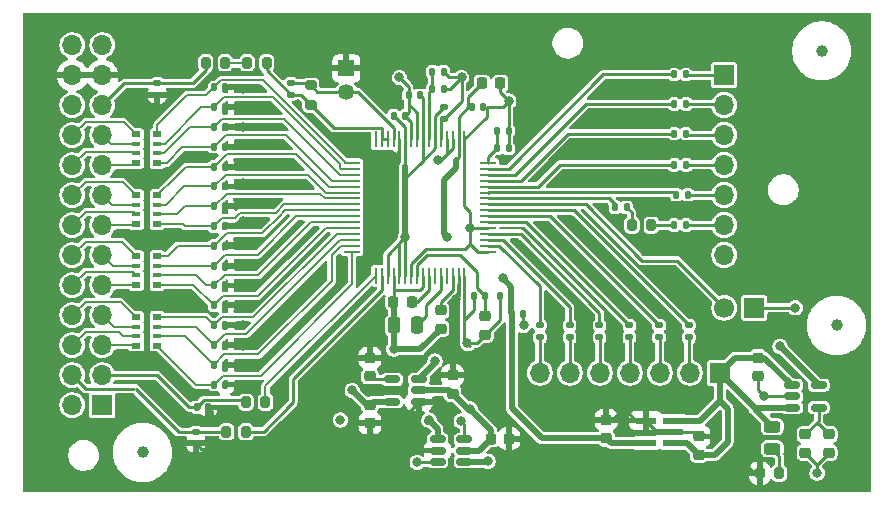
<source format=gbr>
%TF.GenerationSoftware,KiCad,Pcbnew,9.0.5-1.fc42*%
%TF.CreationDate,2025-11-11T18:34:46+01:00*%
%TF.ProjectId,bioamplifier,62696f61-6d70-46c6-9966-6965722e6b69,rev?*%
%TF.SameCoordinates,Original*%
%TF.FileFunction,Copper,L1,Top*%
%TF.FilePolarity,Positive*%
%FSLAX46Y46*%
G04 Gerber Fmt 4.6, Leading zero omitted, Abs format (unit mm)*
G04 Created by KiCad (PCBNEW 9.0.5-1.fc42) date 2025-11-11 18:34:46*
%MOMM*%
%LPD*%
G01*
G04 APERTURE LIST*
G04 Aperture macros list*
%AMRoundRect*
0 Rectangle with rounded corners*
0 $1 Rounding radius*
0 $2 $3 $4 $5 $6 $7 $8 $9 X,Y pos of 4 corners*
0 Add a 4 corners polygon primitive as box body*
4,1,4,$2,$3,$4,$5,$6,$7,$8,$9,$2,$3,0*
0 Add four circle primitives for the rounded corners*
1,1,$1+$1,$2,$3*
1,1,$1+$1,$4,$5*
1,1,$1+$1,$6,$7*
1,1,$1+$1,$8,$9*
0 Add four rect primitives between the rounded corners*
20,1,$1+$1,$2,$3,$4,$5,0*
20,1,$1+$1,$4,$5,$6,$7,0*
20,1,$1+$1,$6,$7,$8,$9,0*
20,1,$1+$1,$8,$9,$2,$3,0*%
G04 Aperture macros list end*
%TA.AperFunction,SMDPad,CuDef*%
%ADD10R,1.805236X0.612132*%
%TD*%
%TA.AperFunction,SMDPad,CuDef*%
%ADD11RoundRect,0.135000X-0.185000X0.135000X-0.185000X-0.135000X0.185000X-0.135000X0.185000X0.135000X0*%
%TD*%
%TA.AperFunction,SMDPad,CuDef*%
%ADD12RoundRect,0.140000X0.140000X0.170000X-0.140000X0.170000X-0.140000X-0.170000X0.140000X-0.170000X0*%
%TD*%
%TA.AperFunction,SMDPad,CuDef*%
%ADD13R,0.800000X0.500000*%
%TD*%
%TA.AperFunction,SMDPad,CuDef*%
%ADD14R,0.800000X0.400000*%
%TD*%
%TA.AperFunction,SMDPad,CuDef*%
%ADD15C,1.000000*%
%TD*%
%TA.AperFunction,SMDPad,CuDef*%
%ADD16RoundRect,0.200000X-0.200000X-0.275000X0.200000X-0.275000X0.200000X0.275000X-0.200000X0.275000X0*%
%TD*%
%TA.AperFunction,SMDPad,CuDef*%
%ADD17RoundRect,0.225000X-0.250000X0.225000X-0.250000X-0.225000X0.250000X-0.225000X0.250000X0.225000X0*%
%TD*%
%TA.AperFunction,SMDPad,CuDef*%
%ADD18RoundRect,0.200000X0.200000X0.275000X-0.200000X0.275000X-0.200000X-0.275000X0.200000X-0.275000X0*%
%TD*%
%TA.AperFunction,SMDPad,CuDef*%
%ADD19RoundRect,0.135000X-0.135000X-0.185000X0.135000X-0.185000X0.135000X0.185000X-0.135000X0.185000X0*%
%TD*%
%TA.AperFunction,SMDPad,CuDef*%
%ADD20RoundRect,0.147500X0.147500X0.172500X-0.147500X0.172500X-0.147500X-0.172500X0.147500X-0.172500X0*%
%TD*%
%TA.AperFunction,SMDPad,CuDef*%
%ADD21RoundRect,0.140000X-0.170000X0.140000X-0.170000X-0.140000X0.170000X-0.140000X0.170000X0.140000X0*%
%TD*%
%TA.AperFunction,SMDPad,CuDef*%
%ADD22RoundRect,0.140000X-0.140000X-0.170000X0.140000X-0.170000X0.140000X0.170000X-0.140000X0.170000X0*%
%TD*%
%TA.AperFunction,SMDPad,CuDef*%
%ADD23RoundRect,0.150000X0.512500X0.150000X-0.512500X0.150000X-0.512500X-0.150000X0.512500X-0.150000X0*%
%TD*%
%TA.AperFunction,SMDPad,CuDef*%
%ADD24RoundRect,0.150000X-0.512500X-0.150000X0.512500X-0.150000X0.512500X0.150000X-0.512500X0.150000X0*%
%TD*%
%TA.AperFunction,SMDPad,CuDef*%
%ADD25RoundRect,0.140000X0.170000X-0.140000X0.170000X0.140000X-0.170000X0.140000X-0.170000X-0.140000X0*%
%TD*%
%TA.AperFunction,SMDPad,CuDef*%
%ADD26RoundRect,0.250000X0.250000X0.475000X-0.250000X0.475000X-0.250000X-0.475000X0.250000X-0.475000X0*%
%TD*%
%TA.AperFunction,SMDPad,CuDef*%
%ADD27RoundRect,0.225000X0.250000X-0.225000X0.250000X0.225000X-0.250000X0.225000X-0.250000X-0.225000X0*%
%TD*%
%TA.AperFunction,ComponentPad*%
%ADD28R,1.700000X1.700000*%
%TD*%
%TA.AperFunction,ComponentPad*%
%ADD29C,1.700000*%
%TD*%
%TA.AperFunction,SMDPad,CuDef*%
%ADD30R,1.346200X0.279400*%
%TD*%
%TA.AperFunction,SMDPad,CuDef*%
%ADD31R,0.279400X1.346200*%
%TD*%
%TA.AperFunction,SMDPad,CuDef*%
%ADD32RoundRect,0.200000X0.275000X-0.200000X0.275000X0.200000X-0.275000X0.200000X-0.275000X-0.200000X0*%
%TD*%
%TA.AperFunction,ComponentPad*%
%ADD33R,1.350000X1.350000*%
%TD*%
%TA.AperFunction,ComponentPad*%
%ADD34C,1.350000*%
%TD*%
%TA.AperFunction,ComponentPad*%
%ADD35O,1.700000X1.700000*%
%TD*%
%TA.AperFunction,SMDPad,CuDef*%
%ADD36RoundRect,0.225000X-0.225000X-0.250000X0.225000X-0.250000X0.225000X0.250000X-0.225000X0.250000X0*%
%TD*%
%TA.AperFunction,SMDPad,CuDef*%
%ADD37RoundRect,0.243750X0.456250X-0.243750X0.456250X0.243750X-0.456250X0.243750X-0.456250X-0.243750X0*%
%TD*%
%TA.AperFunction,SMDPad,CuDef*%
%ADD38RoundRect,0.225000X0.225000X0.250000X-0.225000X0.250000X-0.225000X-0.250000X0.225000X-0.250000X0*%
%TD*%
%TA.AperFunction,ViaPad*%
%ADD39C,0.800000*%
%TD*%
%TA.AperFunction,Conductor*%
%ADD40C,0.250000*%
%TD*%
%TA.AperFunction,Conductor*%
%ADD41C,0.500000*%
%TD*%
%TA.AperFunction,Conductor*%
%ADD42C,0.160000*%
%TD*%
%TA.AperFunction,Conductor*%
%ADD43C,0.200000*%
%TD*%
%TA.AperFunction,Profile*%
%ADD44C,0.100000*%
%TD*%
G04 APERTURE END LIST*
D10*
%TO.P,U8,1,IN*%
%TO.N,3.3V_UNREG*%
X105650483Y-108450001D03*
%TO.P,U8,2,GND*%
%TO.N,GNDA*%
X105650483Y-107500000D03*
%TO.P,U8,3,EN*%
%TO.N,3.3V_UNREG*%
X105650483Y-106549999D03*
%TO.P,U8,4,NC*%
%TO.N,GNDA*%
X103349517Y-106549999D03*
%TO.P,U8,5,OUT*%
%TO.N,AVDD*%
X103349517Y-108450001D03*
%TD*%
D11*
%TO.P,R14,1*%
%TO.N,/DIN*%
X94385557Y-98490000D03*
%TO.P,R14,2*%
%TO.N,Net-(J1-Pin_7)*%
X94385557Y-99510000D03*
%TD*%
D12*
%TO.P,C17,1*%
%TO.N,GNDA*%
X67750000Y-83376709D03*
%TO.P,C17,2*%
%TO.N,IN7P*%
X66790000Y-83376709D03*
%TD*%
D13*
%TO.P,RN4,1,R1.1*%
%TO.N,IN7P*%
X62000000Y-84723435D03*
D14*
%TO.P,RN4,2,R2.1*%
%TO.N,IN7N*%
X62000000Y-83923435D03*
%TO.P,RN4,3,R3.1*%
%TO.N,IN8P*%
X62000000Y-83123435D03*
D13*
%TO.P,RN4,4,R4.1*%
%TO.N,IN8N*%
X62000000Y-82323435D03*
%TO.P,RN4,5,R4.2*%
%TO.N,/Electrodes input/N8*%
X60200000Y-82323435D03*
D14*
%TO.P,RN4,6,R3.2*%
%TO.N,/Electrodes input/P8*%
X60200000Y-83123435D03*
%TO.P,RN4,7,R2.2*%
%TO.N,/Electrodes input/N7*%
X60200000Y-83923435D03*
D13*
%TO.P,RN4,8,R1.2*%
%TO.N,/Electrodes input/P7*%
X60200000Y-84723435D03*
%TD*%
D15*
%TO.P,FID4,*%
%TO.N,*%
X60750000Y-109250000D03*
%TD*%
D16*
%TO.P,R22,1*%
%TO.N,/Electrodes input/BIAS*%
X66100000Y-76250000D03*
%TO.P,R22,2*%
%TO.N,/Electrodes input/BIASOUT_IN*%
X67750000Y-76250000D03*
%TD*%
D11*
%TO.P,R10,1*%
%TO.N,/CHIP_SEL*%
X104477111Y-98490000D03*
%TO.P,R10,2*%
%TO.N,Net-(J1-Pin_3)*%
X104477111Y-99510000D03*
%TD*%
D17*
%TO.P,C5,1*%
%TO.N,Net-(U1-VREFP)*%
X89750000Y-97725000D03*
%TO.P,C5,2*%
%TO.N,AVSS*%
X89750000Y-99275000D03*
%TD*%
D12*
%TO.P,C16,1*%
%TO.N,GNDA*%
X67750000Y-88407532D03*
%TO.P,C16,2*%
%TO.N,IN5N*%
X66790000Y-88407532D03*
%TD*%
D18*
%TO.P,R15,1*%
%TO.N,Net-(D2-K)*%
X114650000Y-111000000D03*
%TO.P,R15,2*%
%TO.N,GNDA*%
X113000000Y-111000000D03*
%TD*%
D12*
%TO.P,C4,1*%
%TO.N,Net-(U1-VREFP)*%
X89730000Y-96000000D03*
%TO.P,C4,2*%
%TO.N,AVSS*%
X88770000Y-96000000D03*
%TD*%
D19*
%TO.P,R7,1*%
%TO.N,/DOUT*%
X105912865Y-87422865D03*
%TO.P,R7,2*%
%TO.N,Net-(J3-Pin_5)*%
X106932865Y-87422865D03*
%TD*%
D15*
%TO.P,FID2,*%
%TO.N,*%
X119500000Y-98500000D03*
%TD*%
D19*
%TO.P,R8,1*%
%TO.N,/GPIO1*%
X105740000Y-90000000D03*
%TO.P,R8,2*%
%TO.N,Net-(J3-Pin_6)*%
X106760000Y-90000000D03*
%TD*%
D12*
%TO.P,C32,1*%
%TO.N,GNDA*%
X67750000Y-80022827D03*
%TO.P,C32,2*%
%TO.N,IN8P*%
X66790000Y-80022827D03*
%TD*%
D20*
%TO.P,D1,1,K*%
%TO.N,Net-(D1-K)*%
X101735000Y-88500000D03*
%TO.P,D1,2,A*%
%TO.N,Net-(D1-A)*%
X100765000Y-88500000D03*
%TD*%
D21*
%TO.P,C23,1*%
%TO.N,AVDD*%
X86250000Y-80020000D03*
%TO.P,C23,2*%
%TO.N,AVSS*%
X86250000Y-80980000D03*
%TD*%
D17*
%TO.P,C25,1*%
%TO.N,GNDA*%
X107849517Y-107900001D03*
%TO.P,C25,2*%
%TO.N,3.3V_UNREG*%
X107849517Y-109450001D03*
%TD*%
D12*
%TO.P,C21,1*%
%TO.N,AVDD*%
X91980000Y-96000000D03*
%TO.P,C21,2*%
%TO.N,AVSS*%
X91020000Y-96000000D03*
%TD*%
%TO.P,C13,1*%
%TO.N,GNDA*%
X67750000Y-96792236D03*
%TO.P,C13,2*%
%TO.N,IN3P*%
X66790000Y-96792236D03*
%TD*%
D22*
%TO.P,C20,1*%
%TO.N,Net-(C19-Pad1)*%
X90770000Y-82000000D03*
%TO.P,C20,2*%
%TO.N,GNDD*%
X91730000Y-82000000D03*
%TD*%
D23*
%TO.P,U7,1,GND*%
%TO.N,GNDA*%
X84137500Y-104950000D03*
%TO.P,U7,2,IN*%
%TO.N,-2.5V_UNREG*%
X84137500Y-104000000D03*
%TO.P,U7,3,EN*%
%TO.N,DVDD*%
X84137500Y-103050000D03*
%TO.P,U7,4,NR*%
%TO.N,Net-(U7-NR)*%
X81862500Y-103050000D03*
%TO.P,U7,5,OUT*%
%TO.N,AVSS*%
X81862500Y-104950000D03*
%TD*%
D13*
%TO.P,RN1,1,R1.1*%
%TO.N,IN1P*%
X62000000Y-100200000D03*
D14*
%TO.P,RN1,2,R2.1*%
%TO.N,IN1N*%
X62000000Y-99400000D03*
%TO.P,RN1,3,R3.1*%
%TO.N,IN2P*%
X62000000Y-98600000D03*
D13*
%TO.P,RN1,4,R4.1*%
%TO.N,IN2N*%
X62000000Y-97800000D03*
%TO.P,RN1,5,R4.2*%
%TO.N,/Electrodes input/N2*%
X60200000Y-97800000D03*
D14*
%TO.P,RN1,6,R3.2*%
%TO.N,/Electrodes input/P2*%
X60200000Y-98600000D03*
%TO.P,RN1,7,R2.2*%
%TO.N,/Electrodes input/N1*%
X60200000Y-99400000D03*
D13*
%TO.P,RN1,8,R1.2*%
%TO.N,/Electrodes input/P1*%
X60200000Y-100200000D03*
%TD*%
D22*
%TO.P,C1,1*%
%TO.N,AVDD*%
X92020000Y-97500000D03*
%TO.P,C1,2*%
%TO.N,GNDD*%
X92980000Y-97500000D03*
%TD*%
D24*
%TO.P,U6,1,IN*%
%TO.N,3.3V_UNREG*%
X115725000Y-103550000D03*
%TO.P,U6,2,GND*%
%TO.N,GNDD*%
X115725000Y-104500000D03*
%TO.P,U6,3,EN*%
%TO.N,3.3V_UNREG*%
X115725000Y-105450000D03*
%TO.P,U6,4,NR*%
%TO.N,Net-(U6-NR)*%
X118000000Y-105450000D03*
%TO.P,U6,5,OUT*%
%TO.N,DVDD*%
X118000000Y-103550000D03*
%TD*%
D11*
%TO.P,R11,1*%
%TO.N,/START_CONV*%
X101954223Y-98490000D03*
%TO.P,R11,2*%
%TO.N,Net-(J1-Pin_4)*%
X101954223Y-99510000D03*
%TD*%
D16*
%TO.P,R2,1*%
%TO.N,/Electrodes input/REF2*%
X67845000Y-107500000D03*
%TO.P,R2,2*%
%TO.N,SRB2*%
X69495000Y-107500000D03*
%TD*%
D21*
%TO.P,C37,1*%
%TO.N,/Electrodes input/REF2*%
X65250000Y-107520000D03*
%TO.P,C37,2*%
%TO.N,GNDA*%
X65250000Y-108480000D03*
%TD*%
D25*
%TO.P,C39,1*%
%TO.N,GNDA*%
X62000000Y-78960000D03*
%TO.P,C39,2*%
%TO.N,/Electrodes input/BIAS*%
X62000000Y-78000000D03*
%TD*%
D12*
%TO.P,C38,1*%
%TO.N,GNDA*%
X66305000Y-105418850D03*
%TO.P,C38,2*%
%TO.N,/Electrodes input/REF1*%
X65345000Y-105418850D03*
%TD*%
%TO.P,C33,1*%
%TO.N,GNDA*%
X67750000Y-78345886D03*
%TO.P,C33,2*%
%TO.N,IN8N*%
X66790000Y-78345886D03*
%TD*%
D26*
%TO.P,C9,1*%
%TO.N,Net-(U1-VCAP1)*%
X83950000Y-98500000D03*
%TO.P,C9,2*%
%TO.N,AVSS*%
X82050000Y-98500000D03*
%TD*%
D27*
%TO.P,C44,1*%
%TO.N,Net-(U7-NR)*%
X80000000Y-102775000D03*
%TO.P,C44,2*%
%TO.N,GNDA*%
X80000000Y-101225000D03*
%TD*%
D12*
%TO.P,C36,1*%
%TO.N,GNDA*%
X67750000Y-98469177D03*
%TO.P,C36,2*%
%TO.N,IN2N*%
X66790000Y-98469177D03*
%TD*%
D27*
%TO.P,C42,1*%
%TO.N,-2.5V_UNREG*%
X87000000Y-104275000D03*
%TO.P,C42,2*%
%TO.N,GNDA*%
X87000000Y-102725000D03*
%TD*%
D28*
%TO.P,J5,1,Pin_1*%
%TO.N,GNDD*%
X112540000Y-97000000D03*
D29*
%TO.P,J5,2,Pin_2*%
%TO.N,/DAISY-IN*%
X110000000Y-97000000D03*
%TD*%
D12*
%TO.P,C35,1*%
%TO.N,GNDA*%
X67750000Y-91761413D03*
%TO.P,C35,2*%
%TO.N,IN4N*%
X66790000Y-91761413D03*
%TD*%
D17*
%TO.P,C41,1*%
%TO.N,Net-(U6-NR)*%
X116862500Y-107725000D03*
%TO.P,C41,2*%
%TO.N,GNDD*%
X116862500Y-109275000D03*
%TD*%
D12*
%TO.P,C18,1*%
%TO.N,GNDA*%
X67750000Y-81699768D03*
%TO.P,C18,2*%
%TO.N,IN7N*%
X66790000Y-81699768D03*
%TD*%
%TO.P,C26,1*%
%TO.N,GNDA*%
X67750000Y-100146118D03*
%TO.P,C26,2*%
%TO.N,IN2P*%
X66790000Y-100146118D03*
%TD*%
D11*
%TO.P,R13,1*%
%TO.N,/PWDN*%
X96908446Y-98490000D03*
%TO.P,R13,2*%
%TO.N,Net-(J1-Pin_6)*%
X96908446Y-99510000D03*
%TD*%
D12*
%TO.P,C31,1*%
%TO.N,GNDA*%
X67750000Y-85053650D03*
%TO.P,C31,2*%
%TO.N,IN6N*%
X66790000Y-85053650D03*
%TD*%
%TO.P,C34,1*%
%TO.N,GNDA*%
X67750000Y-93438354D03*
%TO.P,C34,2*%
%TO.N,IN4P*%
X66790000Y-93438354D03*
%TD*%
%TO.P,C14,1*%
%TO.N,GNDA*%
X67750000Y-95115295D03*
%TO.P,C14,2*%
%TO.N,IN3N*%
X66790000Y-95115295D03*
%TD*%
D11*
%TO.P,R9,1*%
%TO.N,/SCLK*%
X107000000Y-98490000D03*
%TO.P,R9,2*%
%TO.N,Net-(J1-Pin_2)*%
X107000000Y-99510000D03*
%TD*%
D30*
%TO.P,U1,1,IN8N*%
%TO.N,IN8N*%
X78471500Y-84750000D03*
%TO.P,U1,2,IN8P*%
%TO.N,IN8P*%
X78471500Y-85249999D03*
%TO.P,U1,3,IN7N*%
%TO.N,IN7N*%
X78471500Y-85750000D03*
%TO.P,U1,4,IN7P*%
%TO.N,IN7P*%
X78471500Y-86249999D03*
%TO.P,U1,5,IN6N*%
%TO.N,IN6N*%
X78471500Y-86750001D03*
%TO.P,U1,6,IN6P*%
%TO.N,IN6P*%
X78471500Y-87250000D03*
%TO.P,U1,7,IN5N*%
%TO.N,IN5N*%
X78471500Y-87749999D03*
%TO.P,U1,8,IN5P*%
%TO.N,IN5P*%
X78471500Y-88250000D03*
%TO.P,U1,9,IN4N*%
%TO.N,IN4N*%
X78471500Y-88750000D03*
%TO.P,U1,10,IN4P*%
%TO.N,IN4P*%
X78471500Y-89250001D03*
%TO.P,U1,11,IN3N*%
%TO.N,IN3N*%
X78471500Y-89750000D03*
%TO.P,U1,12,IN3P*%
%TO.N,IN3P*%
X78471500Y-90249999D03*
%TO.P,U1,13,IN2N*%
%TO.N,IN2N*%
X78471500Y-90750001D03*
%TO.P,U1,14,IN2P*%
%TO.N,IN2P*%
X78471500Y-91250000D03*
%TO.P,U1,15,IN1N*%
%TO.N,IN1N*%
X78471500Y-91750001D03*
%TO.P,U1,16,IN1P*%
%TO.N,IN1P*%
X78471500Y-92250000D03*
D31*
%TO.P,U1,17,SRB1*%
%TO.N,SRB1*%
X80500000Y-94278500D03*
%TO.P,U1,18,SRB2*%
%TO.N,SRB2*%
X80999999Y-94278500D03*
%TO.P,U1,19,AVDD*%
%TO.N,AVDD*%
X81500000Y-94278500D03*
%TO.P,U1,20,AVSS*%
%TO.N,AVSS*%
X81999999Y-94278500D03*
%TO.P,U1,21,AVDD*%
%TO.N,AVDD*%
X82500001Y-94278500D03*
%TO.P,U1,22,AVDD*%
X83000000Y-94278500D03*
%TO.P,U1,23,AVSS*%
%TO.N,GNDD*%
X83499999Y-94278500D03*
%TO.P,U1,24,VREFP*%
%TO.N,Net-(U1-VREFP)*%
X84000000Y-94278500D03*
%TO.P,U1,25,VREFN*%
%TO.N,AVSS*%
X84500000Y-94278500D03*
%TO.P,U1,26,VCAP4*%
%TO.N,Net-(U1-VCAP4)*%
X85000001Y-94278500D03*
%TO.P,U1,27,NC*%
%TO.N,unconnected-(U1-NC-Pad27)*%
X85500000Y-94278500D03*
%TO.P,U1,28,VCAP1*%
%TO.N,Net-(U1-VCAP1)*%
X85999999Y-94278500D03*
%TO.P,U1,29,NC*%
%TO.N,unconnected-(U1-NC-Pad29)*%
X86500001Y-94278500D03*
%TO.P,U1,30,VCAP2*%
%TO.N,Net-(U1-VCAP2)*%
X87000000Y-94278500D03*
%TO.P,U1,31,RESV1*%
%TO.N,GNDA*%
X87500001Y-94278500D03*
%TO.P,U1,32,AVSS*%
%TO.N,AVSS*%
X88000000Y-94278500D03*
D30*
%TO.P,U1,33,DGND*%
%TO.N,GNDD*%
X90028500Y-92250000D03*
%TO.P,U1,34,DIN*%
%TO.N,/DIN*%
X90028500Y-91750001D03*
%TO.P,U1,35,\u002APWDN*%
%TO.N,/PWDN*%
X90028500Y-91250000D03*
%TO.P,U1,36,\u002ARESET*%
%TO.N,/RESET*%
X90028500Y-90750001D03*
%TO.P,U1,37,CLK*%
%TO.N,GNDD*%
X90028500Y-90249999D03*
%TO.P,U1,38,START*%
%TO.N,/START_CONV*%
X90028500Y-89750000D03*
%TO.P,U1,39,\u002ACS*%
%TO.N,/CHIP_SEL*%
X90028500Y-89250001D03*
%TO.P,U1,40,SCLK*%
%TO.N,/SCLK*%
X90028500Y-88750000D03*
%TO.P,U1,41,DAISY_IN*%
%TO.N,/DAISY-IN*%
X90028500Y-88250000D03*
%TO.P,U1,42,GPIO1*%
%TO.N,Net-(D1-A)*%
X90028500Y-87749999D03*
%TO.P,U1,43,DOUT*%
%TO.N,/DOUT*%
X90028500Y-87250000D03*
%TO.P,U1,44,GPIO2*%
%TO.N,/GPIO2*%
X90028500Y-86750001D03*
%TO.P,U1,45,GPIO3*%
%TO.N,/GPIO3*%
X90028500Y-86249999D03*
%TO.P,U1,46,GPIO4*%
%TO.N,/GPIO4*%
X90028500Y-85750000D03*
%TO.P,U1,47,\u002ADRDY*%
%TO.N,/DRDY*%
X90028500Y-85249999D03*
%TO.P,U1,48,DVDD*%
%TO.N,Net-(C19-Pad1)*%
X90028500Y-84750000D03*
D31*
%TO.P,U1,49,DGND*%
%TO.N,GNDD*%
X88000000Y-82721500D03*
%TO.P,U1,50,DVDD*%
%TO.N,DVDD*%
X87500001Y-82721500D03*
%TO.P,U1,51,DGND*%
%TO.N,GNDD*%
X87000000Y-82721500D03*
%TO.P,U1,52,CLKSEL*%
X86500001Y-82721500D03*
%TO.P,U1,53,AVSS1*%
%TO.N,AVSS*%
X85999999Y-82721500D03*
%TO.P,U1,54,AVDD1*%
%TO.N,AVDD*%
X85500000Y-82721500D03*
%TO.P,U1,55,VCAP3*%
%TO.N,Net-(U1-VCAP3)*%
X85000001Y-82721500D03*
%TO.P,U1,56,AVDD*%
%TO.N,AVDD*%
X84500000Y-82721500D03*
%TO.P,U1,57,AVSS*%
%TO.N,AVSS*%
X84000000Y-82721500D03*
%TO.P,U1,58,AVSS*%
X83499999Y-82721500D03*
%TO.P,U1,59,AVDD*%
%TO.N,AVDD*%
X83000000Y-82721500D03*
%TO.P,U1,60,BIASREF*%
%TO.N,GNDA*%
X82500001Y-82721500D03*
%TO.P,U1,61,BIASINV*%
%TO.N,BIASINV*%
X81999999Y-82721500D03*
%TO.P,U1,62,BIASIN*%
%TO.N,BIASOUT*%
X81500000Y-82721500D03*
%TO.P,U1,63,BIASOUT*%
X80999999Y-82721500D03*
%TO.P,U1,64,RESERVED*%
%TO.N,unconnected-(U1-RESERVED-Pad64)*%
X80500000Y-82721500D03*
%TD*%
D22*
%TO.P,C7,1*%
%TO.N,Net-(U1-VCAP3)*%
X85270000Y-77000000D03*
%TO.P,C7,2*%
%TO.N,AVSS*%
X86230000Y-77000000D03*
%TD*%
D12*
%TO.P,C11,1*%
%TO.N,GNDA*%
X67750000Y-103500000D03*
%TO.P,C11,2*%
%TO.N,IN1P*%
X66790000Y-103500000D03*
%TD*%
D16*
%TO.P,R20,1*%
%TO.N,/Electrodes input/REF1*%
X69500000Y-105000000D03*
%TO.P,R20,2*%
%TO.N,SRB1*%
X71150000Y-105000000D03*
%TD*%
D32*
%TO.P,R18,1*%
%TO.N,BIASOUT*%
X75000000Y-79825000D03*
%TO.P,R18,2*%
%TO.N,BIASINV*%
X75000000Y-78175000D03*
%TD*%
D22*
%TO.P,C19,1*%
%TO.N,Net-(C19-Pad1)*%
X90770000Y-83500000D03*
%TO.P,C19,2*%
%TO.N,GNDD*%
X91730000Y-83500000D03*
%TD*%
%TO.P,C22,1*%
%TO.N,AVDD*%
X82020000Y-80750000D03*
%TO.P,C22,2*%
%TO.N,AVSS*%
X82980000Y-80750000D03*
%TD*%
D12*
%TO.P,C28,1*%
%TO.N,GNDA*%
X67750000Y-86730591D03*
%TO.P,C28,2*%
%TO.N,IN6P*%
X66790000Y-86730591D03*
%TD*%
D19*
%TO.P,R3,1*%
%TO.N,/DRDY*%
X105740000Y-77250000D03*
%TO.P,R3,2*%
%TO.N,Net-(J3-Pin_1)*%
X106760000Y-77250000D03*
%TD*%
D33*
%TO.P,J4,1,Pin_1*%
%TO.N,GNDA*%
X78000000Y-76730000D03*
D34*
%TO.P,J4,2,Pin_2*%
%TO.N,BIASINV*%
X78000000Y-78730000D03*
%TD*%
D28*
%TO.P,J3,1,Pin_1*%
%TO.N,Net-(J3-Pin_1)*%
X110000000Y-77300000D03*
D35*
%TO.P,J3,2,Pin_2*%
%TO.N,Net-(J3-Pin_2)*%
X110000000Y-79840000D03*
%TO.P,J3,3,Pin_3*%
%TO.N,Net-(J3-Pin_3)*%
X110000000Y-82380000D03*
%TO.P,J3,4,Pin_4*%
%TO.N,Net-(J3-Pin_4)*%
X110000000Y-84920000D03*
%TO.P,J3,5,Pin_5*%
%TO.N,Net-(J3-Pin_5)*%
X110000000Y-87460000D03*
%TO.P,J3,6,Pin_6*%
%TO.N,Net-(J3-Pin_6)*%
X110000000Y-90000000D03*
%TO.P,J3,7,Pin_7*%
%TO.N,GNDD*%
X110000000Y-92540000D03*
%TD*%
D19*
%TO.P,R5,1*%
%TO.N,/GPIO3*%
X105740000Y-82250000D03*
%TO.P,R5,2*%
%TO.N,Net-(J3-Pin_3)*%
X106760000Y-82250000D03*
%TD*%
D21*
%TO.P,C30,1*%
%TO.N,BIASINV*%
X73305000Y-78000000D03*
%TO.P,C30,2*%
%TO.N,BIASOUT*%
X73305000Y-78960000D03*
%TD*%
D36*
%TO.P,C3,1*%
%TO.N,DVDD*%
X89475000Y-78000000D03*
%TO.P,C3,2*%
%TO.N,GNDD*%
X91025000Y-78000000D03*
%TD*%
%TO.P,C46,1*%
%TO.N,-2.5V_UNREG*%
X90225000Y-108087500D03*
%TO.P,C46,2*%
%TO.N,GNDA*%
X91775000Y-108087500D03*
%TD*%
D22*
%TO.P,C6,1*%
%TO.N,Net-(U1-VCAP3)*%
X85270000Y-78500000D03*
%TO.P,C6,2*%
%TO.N,AVSS*%
X86230000Y-78500000D03*
%TD*%
D17*
%TO.P,C43,1*%
%TO.N,AVSS*%
X80000000Y-105225000D03*
%TO.P,C43,2*%
%TO.N,GNDA*%
X80000000Y-106775000D03*
%TD*%
%TO.P,C27,1*%
%TO.N,3.3V_UNREG*%
X112862500Y-101225000D03*
%TO.P,C27,2*%
%TO.N,GNDD*%
X112862500Y-102775000D03*
%TD*%
D16*
%TO.P,R17,1*%
%TO.N,/Electrodes input/BIASOUT_IN*%
X69600000Y-76250000D03*
%TO.P,R17,2*%
%TO.N,BIASOUT*%
X71250000Y-76250000D03*
%TD*%
D22*
%TO.P,C2,1*%
%TO.N,DVDD*%
X88615000Y-80000000D03*
%TO.P,C2,2*%
%TO.N,GNDD*%
X89575000Y-80000000D03*
%TD*%
D15*
%TO.P,FID3,*%
%TO.N,*%
X118250000Y-75250000D03*
%TD*%
D24*
%TO.P,U11,1,V+*%
%TO.N,DVDD*%
X85725000Y-108137500D03*
%TO.P,U11,2,GND*%
%TO.N,GNDA*%
X85725000Y-109087500D03*
%TO.P,U11,3,CAP-*%
%TO.N,Net-(U11-CAP-)*%
X85725000Y-110037500D03*
%TO.P,U11,4,SD*%
%TO.N,DVDD*%
X88000000Y-110037500D03*
%TO.P,U11,5,OUT*%
%TO.N,-2.5V_UNREG*%
X88000000Y-109087500D03*
%TO.P,U11,6,CAP+*%
%TO.N,Net-(U11-CAP+)*%
X88000000Y-108137500D03*
%TD*%
D17*
%TO.P,C29,1*%
%TO.N,Net-(U6-NR)*%
X118862500Y-107725000D03*
%TO.P,C29,2*%
%TO.N,GNDD*%
X118862500Y-109275000D03*
%TD*%
D12*
%TO.P,C12,1*%
%TO.N,GNDA*%
X67750000Y-101823059D03*
%TO.P,C12,2*%
%TO.N,IN1N*%
X66790000Y-101823059D03*
%TD*%
%TO.P,C15,1*%
%TO.N,GNDA*%
X67750000Y-90084473D03*
%TO.P,C15,2*%
%TO.N,IN5P*%
X66790000Y-90084473D03*
%TD*%
D11*
%TO.P,R12,1*%
%TO.N,/RESET*%
X99431334Y-98490000D03*
%TO.P,R12,2*%
%TO.N,Net-(J1-Pin_5)*%
X99431334Y-99510000D03*
%TD*%
D12*
%TO.P,C24,1*%
%TO.N,AVDD*%
X84230000Y-79000000D03*
%TO.P,C24,2*%
%TO.N,AVSS*%
X83270000Y-79000000D03*
%TD*%
D37*
%TO.P,D2,1,K*%
%TO.N,Net-(D2-K)*%
X114062500Y-108937500D03*
%TO.P,D2,2,A*%
%TO.N,3.3V_UNREG*%
X114062500Y-107062500D03*
%TD*%
D13*
%TO.P,RN3,1,R1.1*%
%TO.N,IN3P*%
X62000000Y-95041145D03*
D14*
%TO.P,RN3,2,R2.1*%
%TO.N,IN3N*%
X62000000Y-94241145D03*
%TO.P,RN3,3,R3.1*%
%TO.N,IN4P*%
X62000000Y-93441145D03*
D13*
%TO.P,RN3,4,R4.1*%
%TO.N,IN4N*%
X62000000Y-92641145D03*
%TO.P,RN3,5,R4.2*%
%TO.N,/Electrodes input/N4*%
X60200000Y-92641145D03*
D14*
%TO.P,RN3,6,R3.2*%
%TO.N,/Electrodes input/P4*%
X60200000Y-93441145D03*
%TO.P,RN3,7,R2.2*%
%TO.N,/Electrodes input/N3*%
X60200000Y-94241145D03*
D13*
%TO.P,RN3,8,R1.2*%
%TO.N,/Electrodes input/P3*%
X60200000Y-95041145D03*
%TD*%
D38*
%TO.P,C10,1*%
%TO.N,Net-(U1-VCAP4)*%
X83525000Y-96500000D03*
%TO.P,C10,2*%
%TO.N,AVSS*%
X81975000Y-96500000D03*
%TD*%
D16*
%TO.P,R1,1*%
%TO.N,Net-(D1-K)*%
X102175000Y-90000000D03*
%TO.P,R1,2*%
%TO.N,/GPIO1*%
X103825000Y-90000000D03*
%TD*%
D19*
%TO.P,R6,1*%
%TO.N,/GPIO2*%
X105766826Y-84904542D03*
%TO.P,R6,2*%
%TO.N,Net-(J3-Pin_4)*%
X106786826Y-84904542D03*
%TD*%
D27*
%TO.P,C40,1*%
%TO.N,AVDD*%
X100000000Y-108050000D03*
%TO.P,C40,2*%
%TO.N,GNDA*%
X100000000Y-106500000D03*
%TD*%
D17*
%TO.P,C8,1*%
%TO.N,Net-(U1-VCAP2)*%
X86000000Y-97225000D03*
%TO.P,C8,2*%
%TO.N,AVSS*%
X86000000Y-98775000D03*
%TD*%
D19*
%TO.P,R4,1*%
%TO.N,/GPIO4*%
X105750000Y-79750000D03*
%TO.P,R4,2*%
%TO.N,Net-(J3-Pin_2)*%
X106770000Y-79750000D03*
%TD*%
D13*
%TO.P,RN2,1,R1.1*%
%TO.N,IN5P*%
X62000000Y-89882290D03*
D14*
%TO.P,RN2,2,R2.1*%
%TO.N,IN5N*%
X62000000Y-89082290D03*
%TO.P,RN2,3,R3.1*%
%TO.N,IN6P*%
X62000000Y-88282290D03*
D13*
%TO.P,RN2,4,R4.1*%
%TO.N,IN6N*%
X62000000Y-87482290D03*
%TO.P,RN2,5,R4.2*%
%TO.N,/Electrodes input/N6*%
X60200000Y-87482290D03*
D14*
%TO.P,RN2,6,R3.2*%
%TO.N,/Electrodes input/P6*%
X60200000Y-88282290D03*
%TO.P,RN2,7,R2.2*%
%TO.N,/Electrodes input/N5*%
X60200000Y-89082290D03*
D13*
%TO.P,RN2,8,R1.2*%
%TO.N,/Electrodes input/P5*%
X60200000Y-89882290D03*
%TD*%
D28*
%TO.P,J1,1,Pin_1*%
%TO.N,3.3V_UNREG*%
X109620000Y-102500000D03*
D35*
%TO.P,J1,2,Pin_2*%
%TO.N,Net-(J1-Pin_2)*%
X107080000Y-102500000D03*
%TO.P,J1,3,Pin_3*%
%TO.N,Net-(J1-Pin_3)*%
X104540000Y-102500000D03*
%TO.P,J1,4,Pin_4*%
%TO.N,Net-(J1-Pin_4)*%
X102000000Y-102500000D03*
%TO.P,J1,5,Pin_5*%
%TO.N,Net-(J1-Pin_5)*%
X99460000Y-102500000D03*
%TO.P,J1,6,Pin_6*%
%TO.N,Net-(J1-Pin_6)*%
X96920000Y-102500000D03*
%TO.P,J1,7,Pin_7*%
%TO.N,Net-(J1-Pin_7)*%
X94380000Y-102500000D03*
%TD*%
D28*
%TO.P,J2,1,Pin_1*%
%TO.N,AVSS*%
X57340000Y-105260000D03*
D35*
%TO.P,J2,2,Pin_2*%
X54800000Y-105260000D03*
%TO.P,J2,3,Pin_3*%
%TO.N,/Electrodes input/REF1*%
X57340000Y-102720000D03*
%TO.P,J2,4,Pin_4*%
%TO.N,/Electrodes input/REF2*%
X54800000Y-102720000D03*
%TO.P,J2,5,Pin_5*%
%TO.N,/Electrodes input/P1*%
X57340000Y-100180000D03*
%TO.P,J2,6,Pin_6*%
%TO.N,/Electrodes input/N1*%
X54800000Y-100180000D03*
%TO.P,J2,7,Pin_7*%
%TO.N,/Electrodes input/P2*%
X57340000Y-97640000D03*
%TO.P,J2,8,Pin_8*%
%TO.N,/Electrodes input/N2*%
X54800000Y-97640000D03*
%TO.P,J2,9,Pin_9*%
%TO.N,/Electrodes input/P3*%
X57340000Y-95100000D03*
%TO.P,J2,10,Pin_10*%
%TO.N,/Electrodes input/N3*%
X54800000Y-95100000D03*
%TO.P,J2,11,Pin_11*%
%TO.N,/Electrodes input/P4*%
X57340000Y-92560000D03*
%TO.P,J2,12,Pin_12*%
%TO.N,/Electrodes input/N4*%
X54800000Y-92560000D03*
%TO.P,J2,13,Pin_13*%
%TO.N,/Electrodes input/P5*%
X57340000Y-90020000D03*
%TO.P,J2,14,Pin_14*%
%TO.N,/Electrodes input/N5*%
X54800000Y-90020000D03*
%TO.P,J2,15,Pin_15*%
%TO.N,/Electrodes input/P6*%
X57340000Y-87480000D03*
%TO.P,J2,16,Pin_16*%
%TO.N,/Electrodes input/N6*%
X54800000Y-87480000D03*
%TO.P,J2,17,Pin_17*%
%TO.N,/Electrodes input/P7*%
X57340000Y-84940000D03*
%TO.P,J2,18,Pin_18*%
%TO.N,/Electrodes input/N7*%
X54800000Y-84940000D03*
%TO.P,J2,19,Pin_19*%
%TO.N,/Electrodes input/P8*%
X57340000Y-82400000D03*
%TO.P,J2,20,Pin_20*%
%TO.N,/Electrodes input/N8*%
X54800000Y-82400000D03*
%TO.P,J2,21,Pin_21*%
%TO.N,/Electrodes input/BIAS*%
X57340000Y-79860000D03*
%TO.P,J2,22,Pin_22*%
X54800000Y-79860000D03*
%TO.P,J2,23,Pin_23*%
%TO.N,GNDA*%
X57340000Y-77320000D03*
%TO.P,J2,24,Pin_24*%
X54800000Y-77320000D03*
%TO.P,J2,25,Pin_25*%
%TO.N,AVDD*%
X57340000Y-74780000D03*
%TO.P,J2,26,Pin_26*%
X54800000Y-74780000D03*
%TD*%
D39*
%TO.N,AVDD*%
X83000000Y-91000000D03*
X91250000Y-94500000D03*
%TO.N,GNDD*%
X85750000Y-84500000D03*
X91750000Y-79500000D03*
X116000000Y-97000000D03*
X88475500Y-90216800D03*
X113362500Y-104500000D03*
X93000000Y-98500000D03*
X117862500Y-111000000D03*
%TO.N,GNDA*%
X73250000Y-75000000D03*
X69250000Y-95000000D03*
X69250000Y-91500000D03*
X69270000Y-86446852D03*
X69250000Y-101750000D03*
X69249825Y-98499825D03*
X69270000Y-84946852D03*
X111000000Y-111000000D03*
X69250000Y-93500000D03*
X69270000Y-79946852D03*
X69270000Y-81696852D03*
X81750000Y-84500000D03*
X87274662Y-96242371D03*
X81750000Y-107250000D03*
X69250000Y-103500000D03*
X69270000Y-78446852D03*
X82250000Y-108500000D03*
X69250000Y-96750000D03*
X74500000Y-75000000D03*
X109500000Y-111000000D03*
X101500000Y-105500000D03*
X92000000Y-109587500D03*
X111500000Y-110000000D03*
X69270000Y-83196852D03*
X69250000Y-100250000D03*
X66439122Y-108943294D03*
X63800000Y-74800000D03*
X63250000Y-79000000D03*
X81000000Y-108500000D03*
X69270000Y-89696852D03*
X74000000Y-76000000D03*
X66500000Y-106500000D03*
X69270000Y-88196852D03*
%TO.N,-2.5V_UNREG*%
X88500000Y-105587500D03*
%TO.N,AVSS*%
X78500000Y-104000000D03*
X88250000Y-100000000D03*
X87750000Y-77500000D03*
X82500000Y-77500000D03*
X77500000Y-106500000D03*
X82000000Y-100500000D03*
%TO.N,Net-(U11-CAP+)*%
X87725000Y-106587500D03*
%TO.N,Net-(U11-CAP-)*%
X84000000Y-110087500D03*
%TO.N,DVDD*%
X114725000Y-100275000D03*
X85500000Y-101500000D03*
X86500000Y-91000000D03*
X90000000Y-110000000D03*
X85000000Y-106500000D03*
%TD*%
D40*
%TO.N,Net-(D1-A)*%
X100765000Y-88500000D02*
X100765000Y-88254999D01*
X100765000Y-88254999D02*
X100260000Y-87749999D01*
%TO.N,/GPIO1*%
X103825000Y-90000000D02*
X105740000Y-90000000D01*
%TO.N,Net-(D1-K)*%
X102175000Y-90000000D02*
X102175000Y-88940000D01*
X102175000Y-88940000D02*
X101735000Y-88500000D01*
%TO.N,AVDD*%
X57340000Y-74780000D02*
X57890000Y-74780000D01*
X83000000Y-81730000D02*
X82020000Y-80750000D01*
X85500000Y-82721500D02*
X85500000Y-80770000D01*
X83000000Y-82721500D02*
X83000000Y-81730000D01*
X83000000Y-83644600D02*
X83000000Y-85000000D01*
X85500000Y-83500000D02*
X84375000Y-84625000D01*
X83000000Y-91000000D02*
X82500000Y-91500000D01*
X81500000Y-94278500D02*
X81500000Y-92500000D01*
D41*
X100000000Y-108050000D02*
X94550000Y-108050000D01*
X91980000Y-95230000D02*
X91250000Y-94500000D01*
D40*
X82500000Y-91500000D02*
X82500000Y-94278500D01*
D41*
X91980000Y-96000000D02*
X91980000Y-97460000D01*
X100400001Y-108450001D02*
X100000000Y-108050000D01*
X91980000Y-97460000D02*
X92020000Y-97500000D01*
D40*
X84500000Y-84500000D02*
X84375000Y-84625000D01*
D41*
X92000000Y-105500000D02*
X92020000Y-105480000D01*
D40*
X85500000Y-82721500D02*
X85500000Y-83500000D01*
D41*
X94550000Y-108050000D02*
X92000000Y-105500000D01*
D40*
X84375000Y-84625000D02*
X83000000Y-86000000D01*
X84500000Y-79270000D02*
X84230000Y-79000000D01*
X84500000Y-82721500D02*
X84500000Y-84500000D01*
D41*
X91980000Y-96000000D02*
X91980000Y-95230000D01*
D40*
X81500000Y-92500000D02*
X83000000Y-91000000D01*
X85500000Y-80770000D02*
X86250000Y-80020000D01*
D41*
X83000000Y-86000000D02*
X83000000Y-91000000D01*
X103349517Y-108450001D02*
X100400001Y-108450001D01*
D40*
X84500000Y-82721500D02*
X84500000Y-79270000D01*
D41*
X92020000Y-105480000D02*
X92020000Y-97500000D01*
D40*
X83000000Y-91000000D02*
X83000000Y-94278500D01*
D41*
X83000000Y-85000000D02*
X83000000Y-86000000D01*
D40*
X83000000Y-82721500D02*
X83000000Y-83644600D01*
%TO.N,GNDD*%
X87000000Y-82721500D02*
X87000000Y-83500001D01*
X85750000Y-84500000D02*
X86000001Y-84500000D01*
X83499999Y-93275573D02*
X84775572Y-92000000D01*
X89145699Y-92250000D02*
X88475500Y-91579801D01*
X91730000Y-82000000D02*
X91730000Y-79520000D01*
X86500001Y-84000000D02*
X86500001Y-82721500D01*
X89870000Y-80851500D02*
X89870000Y-80000000D01*
X91730000Y-79520000D02*
X91750000Y-79500000D01*
X88475500Y-90216800D02*
X88508699Y-90249999D01*
X116000000Y-97000000D02*
X112540000Y-97000000D01*
X88475500Y-90216800D02*
X88475500Y-88879900D01*
X117862500Y-110275000D02*
X116862500Y-109275000D01*
X91025000Y-78000000D02*
X91025000Y-78775000D01*
X117862500Y-110500000D02*
X117862500Y-110275000D01*
X88508699Y-90249999D02*
X90028500Y-90249999D01*
X92980000Y-97500000D02*
X92980000Y-98480000D01*
X87000000Y-83500001D02*
X86500001Y-84000000D01*
X88000000Y-82721500D02*
X89870000Y-80851500D01*
X91250000Y-80000000D02*
X91750000Y-79500000D01*
X84775572Y-92000000D02*
X88055301Y-92000000D01*
X88475500Y-88879900D02*
X88000000Y-88404400D01*
X113362500Y-104500000D02*
X112862500Y-104000000D01*
X91730000Y-83500000D02*
X91730000Y-82000000D01*
X92980000Y-98480000D02*
X93000000Y-98500000D01*
X115725000Y-104500000D02*
X113362500Y-104500000D01*
X117862500Y-111000000D02*
X117862500Y-110500000D01*
X90028500Y-92250000D02*
X89145699Y-92250000D01*
X83499999Y-94278500D02*
X83499999Y-93275573D01*
X117862500Y-110275000D02*
X118862500Y-109275000D01*
X88475500Y-91579801D02*
X88475500Y-90216800D01*
X89870000Y-80000000D02*
X91250000Y-80000000D01*
X91025000Y-78775000D02*
X91750000Y-79500000D01*
X88055301Y-92000000D02*
X88475500Y-91579801D01*
X88000000Y-88404400D02*
X88000000Y-82721500D01*
X112862500Y-104000000D02*
X112862500Y-102775000D01*
X86000001Y-84500000D02*
X86500001Y-84000000D01*
%TO.N,Net-(U1-VREFP)*%
X89750000Y-96020000D02*
X89730000Y-96000000D01*
X87604300Y-92500000D02*
X84856814Y-92500000D01*
X89070400Y-95340400D02*
X89070400Y-93966100D01*
X89750000Y-97725000D02*
X89750000Y-96020000D01*
X89070400Y-93966100D02*
X87604300Y-92500000D01*
X89730000Y-96000000D02*
X89070400Y-95340400D01*
X84856814Y-92500000D02*
X84000000Y-93356814D01*
X84000000Y-93356814D02*
X84000000Y-94278500D01*
%TO.N,GNDA*%
X68986261Y-86730591D02*
X69270000Y-86446852D01*
X65713294Y-108943294D02*
X65250000Y-108480000D01*
X105650483Y-107500000D02*
X107449516Y-107500000D01*
X103349517Y-106549999D02*
X102549999Y-106549999D01*
X87500001Y-94278500D02*
X87500000Y-96017033D01*
X67750000Y-90084473D02*
X68882379Y-90084473D01*
X68882379Y-90084473D02*
X69270000Y-89696852D01*
X66636150Y-105750000D02*
X66305000Y-105418850D01*
X66636150Y-106363850D02*
X66636150Y-105750000D01*
X69207764Y-96792236D02*
X69250000Y-96750000D01*
X62040000Y-79000000D02*
X62000000Y-78960000D01*
X67750000Y-85053650D02*
X69163202Y-85053650D01*
X81750000Y-107250000D02*
X81837500Y-107250000D01*
X69169034Y-78345886D02*
X69270000Y-78446852D01*
X69163202Y-85053650D02*
X69270000Y-84946852D01*
X81750000Y-84500000D02*
X82500001Y-83749999D01*
X105650483Y-107500000D02*
X104299518Y-107500000D01*
X82500001Y-83749999D02*
X82500001Y-82721500D01*
X80000000Y-107500000D02*
X81000000Y-108500000D01*
X100500000Y-106500000D02*
X101500000Y-105500000D01*
X107949516Y-108000000D02*
X107849517Y-107900001D01*
X67750000Y-81699768D02*
X69267084Y-81699768D01*
X87500000Y-96017033D02*
X87274662Y-96242371D01*
X67750000Y-96792236D02*
X69207764Y-96792236D01*
X63250000Y-79000000D02*
X62040000Y-79000000D01*
X67750000Y-78345886D02*
X69169034Y-78345886D01*
X69176941Y-101823059D02*
X69250000Y-101750000D01*
X67750000Y-100146118D02*
X69146118Y-100146118D01*
X67750000Y-103500000D02*
X69250000Y-103500000D01*
X113000000Y-111000000D02*
X112500000Y-111000000D01*
X82837500Y-109087500D02*
X82250000Y-108500000D01*
X100000000Y-106500000D02*
X100500000Y-106500000D01*
X67750000Y-93438354D02*
X69188354Y-93438354D01*
X67750000Y-101823059D02*
X69176941Y-101823059D01*
X69219177Y-98469177D02*
X69249825Y-98499825D01*
X69090143Y-83376709D02*
X69270000Y-83196852D01*
X69146118Y-100146118D02*
X69250000Y-100250000D01*
X107449516Y-107500000D02*
X107849517Y-107900001D01*
X67750000Y-95115295D02*
X69134705Y-95115295D01*
X69267084Y-81699768D02*
X69270000Y-81696852D01*
X85725000Y-109087500D02*
X82837500Y-109087500D01*
X69134705Y-95115295D02*
X69250000Y-95000000D01*
X69194025Y-80022827D02*
X69270000Y-79946852D01*
X67750000Y-80022827D02*
X69194025Y-80022827D01*
X66500000Y-106500000D02*
X66636150Y-106363850D01*
X112500000Y-111000000D02*
X111500000Y-110000000D01*
X80000000Y-106775000D02*
X80000000Y-107500000D01*
X69059320Y-88407532D02*
X69270000Y-88196852D01*
X67750000Y-88407532D02*
X69059320Y-88407532D01*
X69250000Y-91500000D02*
X68011413Y-91500000D01*
X81837500Y-107250000D02*
X84137500Y-104950000D01*
X67750000Y-98469177D02*
X69219177Y-98469177D01*
X91775000Y-109362500D02*
X92000000Y-109587500D01*
X104299518Y-107500000D02*
X103349517Y-106549999D01*
X67750000Y-86730591D02*
X68986261Y-86730591D01*
X91775000Y-108087500D02*
X91775000Y-109362500D01*
X69188354Y-93438354D02*
X69250000Y-93500000D01*
X108000000Y-108000000D02*
X107949516Y-108000000D01*
X66439122Y-108943294D02*
X65713294Y-108943294D01*
X68011413Y-91500000D02*
X67750000Y-91761413D01*
X67750000Y-83376709D02*
X69090143Y-83376709D01*
X102549999Y-106549999D02*
X101500000Y-105500000D01*
%TO.N,Net-(U1-VCAP2)*%
X86000000Y-96500000D02*
X87000000Y-95500000D01*
X86000000Y-97225000D02*
X86000000Y-96500000D01*
X87000000Y-94278500D02*
X87000000Y-95500000D01*
%TO.N,Net-(U1-VCAP1)*%
X83950000Y-98500000D02*
X84750000Y-97700000D01*
X84750000Y-97700000D02*
X84750000Y-96749999D01*
X85999999Y-95500000D02*
X85999999Y-94278500D01*
X84750000Y-96749999D02*
X85999999Y-95500000D01*
%TO.N,Net-(U1-VCAP4)*%
X85000001Y-95474999D02*
X85000001Y-94278500D01*
X83525000Y-96500000D02*
X83975000Y-96500000D01*
X83975000Y-96500000D02*
X85000001Y-95474999D01*
D42*
%TO.N,/Electrodes input/N1*%
X59080000Y-99400000D02*
X60200000Y-99400000D01*
X55930000Y-99050000D02*
X58730000Y-99050000D01*
X58730000Y-99050000D02*
X59080000Y-99400000D01*
X54800000Y-100180000D02*
X55930000Y-99050000D01*
%TO.N,/Electrodes input/P1*%
X60180000Y-100180000D02*
X60200000Y-100200000D01*
X57340000Y-100180000D02*
X60180000Y-100180000D01*
%TO.N,/Electrodes input/P2*%
X57340000Y-97640000D02*
X58300000Y-98600000D01*
X58300000Y-98600000D02*
X60200000Y-98600000D01*
%TO.N,/Electrodes input/N2*%
X55930000Y-96510000D02*
X58910000Y-96510000D01*
X58910000Y-96510000D02*
X60200000Y-97800000D01*
X54800000Y-97640000D02*
X55930000Y-96510000D01*
D43*
%TO.N,/Electrodes input/N3*%
X55950000Y-93950000D02*
X54800000Y-95100000D01*
X60200000Y-94241145D02*
X59908855Y-93950000D01*
X59908855Y-93950000D02*
X55950000Y-93950000D01*
D42*
%TO.N,/Electrodes input/P3*%
X60141145Y-95100000D02*
X60200000Y-95041145D01*
X57340000Y-95100000D02*
X60141145Y-95100000D01*
D43*
%TO.N,/Electrodes input/N4*%
X58968855Y-91410000D02*
X55950000Y-91410000D01*
X55950000Y-91410000D02*
X54800000Y-92560000D01*
X60200000Y-92641145D02*
X58968855Y-91410000D01*
D42*
%TO.N,/Electrodes input/P4*%
X57340000Y-92560000D02*
X58221145Y-93441145D01*
X58221145Y-93441145D02*
X60200000Y-93441145D01*
%TO.N,/Electrodes input/N5*%
X55930000Y-88890000D02*
X60007710Y-88890000D01*
X60007710Y-88890000D02*
X60200000Y-89082290D01*
X54800000Y-90020000D02*
X55930000Y-88890000D01*
%TO.N,/Electrodes input/P5*%
X57340000Y-90020000D02*
X60062290Y-90020000D01*
X60062290Y-90020000D02*
X60200000Y-89882290D01*
%TO.N,/Electrodes input/N6*%
X59067710Y-86350000D02*
X60200000Y-87482290D01*
X54800000Y-87480000D02*
X55930000Y-86350000D01*
X55930000Y-86350000D02*
X59067710Y-86350000D01*
%TO.N,/Electrodes input/P6*%
X57340000Y-87480000D02*
X58142290Y-88282290D01*
X58142290Y-88282290D02*
X60200000Y-88282290D01*
D43*
%TO.N,/Electrodes input/N7*%
X60066565Y-83790000D02*
X60200000Y-83923435D01*
X55950000Y-83790000D02*
X60066565Y-83790000D01*
X54800000Y-84940000D02*
X55950000Y-83790000D01*
%TO.N,/Electrodes input/P7*%
X57340000Y-84940000D02*
X59983435Y-84940000D01*
X59983435Y-84940000D02*
X60200000Y-84723435D01*
D42*
%TO.N,/Electrodes input/N8*%
X54800000Y-82400000D02*
X55930000Y-81270000D01*
X59146565Y-81270000D02*
X60200000Y-82323435D01*
X55930000Y-81270000D02*
X59146565Y-81270000D01*
D43*
%TO.N,/Electrodes input/P8*%
X58063435Y-83123435D02*
X60200000Y-83123435D01*
X57340000Y-82400000D02*
X58063435Y-83123435D01*
D40*
%TO.N,Net-(C19-Pad1)*%
X90028500Y-84241500D02*
X90770000Y-83500000D01*
X90028500Y-84750000D02*
X90028500Y-84241500D01*
X90770000Y-82000000D02*
X90770000Y-83500000D01*
D41*
%TO.N,3.3V_UNREG*%
X113400000Y-101225000D02*
X115725000Y-103550000D01*
X110895000Y-101225000D02*
X109620000Y-102500000D01*
X114062500Y-107062500D02*
X112570000Y-105570000D01*
X110311000Y-105571000D02*
X109620000Y-104880000D01*
X112570000Y-105450000D02*
X115725000Y-105450000D01*
X107849517Y-109450001D02*
X109196927Y-109450001D01*
X109620000Y-104880000D02*
X109620000Y-102500000D01*
X112862500Y-101225000D02*
X113400000Y-101225000D01*
X105650483Y-108450001D02*
X106849517Y-108450001D01*
X106849517Y-108450001D02*
X107849517Y-109450001D01*
X109196927Y-109450001D02*
X110311000Y-108335928D01*
X112862500Y-101225000D02*
X110895000Y-101225000D01*
X105650483Y-106549999D02*
X107950001Y-106549999D01*
X107950001Y-106549999D02*
X109620000Y-104880000D01*
X109620000Y-102500000D02*
X112570000Y-105450000D01*
X110311000Y-108335928D02*
X110311000Y-105571000D01*
X112570000Y-105570000D02*
X112570000Y-105450000D01*
D40*
%TO.N,Net-(U6-NR)*%
X117812500Y-106775000D02*
X116862500Y-107725000D01*
X117912500Y-106775000D02*
X118862500Y-107725000D01*
X117912500Y-106775000D02*
X117812500Y-106775000D01*
X118000000Y-106587500D02*
X118000000Y-105450000D01*
X117812500Y-106775000D02*
X118000000Y-106587500D01*
D41*
%TO.N,-2.5V_UNREG*%
X90225000Y-107312500D02*
X88500000Y-105587500D01*
X88000000Y-109087500D02*
X89225000Y-109087500D01*
X86725000Y-104000000D02*
X84137500Y-104000000D01*
X89225000Y-109087500D02*
X90225000Y-108087500D01*
X90225000Y-108087500D02*
X90225000Y-107312500D01*
X88312500Y-105587500D02*
X87000000Y-104275000D01*
X88500000Y-105587500D02*
X88312500Y-105587500D01*
X87000000Y-104275000D02*
X86725000Y-104000000D01*
D40*
%TO.N,AVSS*%
X84500000Y-95201600D02*
X84500000Y-94278500D01*
X82980000Y-80750000D02*
X83499999Y-81269999D01*
X88250000Y-100000000D02*
X88500000Y-100250000D01*
X85999999Y-81230001D02*
X86250000Y-80980000D01*
X87750000Y-77500000D02*
X86730000Y-77500000D01*
X86730000Y-77500000D02*
X86230000Y-77000000D01*
X88000000Y-98000000D02*
X88000000Y-97000000D01*
D41*
X80275000Y-104950000D02*
X80000000Y-105225000D01*
X84275000Y-100500000D02*
X82000000Y-100500000D01*
D40*
X83270000Y-80460000D02*
X83270000Y-79500000D01*
X81999999Y-96475001D02*
X81975000Y-96500000D01*
X88000000Y-99750000D02*
X88000000Y-98000000D01*
X84000000Y-80500000D02*
X84000000Y-82721500D01*
X87750000Y-79500000D02*
X87750000Y-77500000D01*
X86270000Y-80980000D02*
X87750000Y-79500000D01*
X85999999Y-82721500D02*
X85999999Y-81230001D01*
X91020000Y-98005000D02*
X89750000Y-99275000D01*
D41*
X82050000Y-98500000D02*
X82050000Y-96575000D01*
X86000000Y-98775000D02*
X84275000Y-100500000D01*
D40*
X83270000Y-79770000D02*
X84000000Y-80500000D01*
X89025000Y-100000000D02*
X89750000Y-99275000D01*
X88000000Y-97000000D02*
X88000000Y-94278500D01*
X88770000Y-97230000D02*
X88000000Y-98000000D01*
X83270000Y-79500000D02*
X83270000Y-78270000D01*
D41*
X79725000Y-105225000D02*
X78500000Y-104000000D01*
X82050000Y-100450000D02*
X82000000Y-100500000D01*
D40*
X81999999Y-95500000D02*
X84201600Y-95500000D01*
D41*
X82050000Y-96575000D02*
X81975000Y-96500000D01*
D40*
X83270000Y-79500000D02*
X83270000Y-79770000D01*
X88250000Y-100000000D02*
X88000000Y-99750000D01*
X88770000Y-96000000D02*
X88770000Y-97230000D01*
X86750000Y-78500000D02*
X87750000Y-77500000D01*
X86230000Y-78500000D02*
X86750000Y-78500000D01*
X81999999Y-95500000D02*
X81999999Y-96475001D01*
X91020000Y-96000000D02*
X91020000Y-98005000D01*
X83270000Y-78270000D02*
X82500000Y-77500000D01*
X86250000Y-80980000D02*
X86270000Y-80980000D01*
D41*
X80000000Y-105225000D02*
X79725000Y-105225000D01*
D40*
X83499999Y-81269999D02*
X83499999Y-82721500D01*
D41*
X81862500Y-104950000D02*
X80275000Y-104950000D01*
D40*
X82980000Y-80750000D02*
X83270000Y-80460000D01*
X88250000Y-100000000D02*
X89025000Y-100000000D01*
X84201600Y-95500000D02*
X84500000Y-95201600D01*
X81999999Y-94278500D02*
X81999999Y-95500000D01*
D41*
X82050000Y-98500000D02*
X82050000Y-100450000D01*
D40*
%TO.N,Net-(U11-CAP+)*%
X88000000Y-106862500D02*
X87725000Y-106587500D01*
X88000000Y-108137500D02*
X88000000Y-106862500D01*
%TO.N,Net-(U11-CAP-)*%
X85675000Y-110087500D02*
X85725000Y-110037500D01*
X84000000Y-110087500D02*
X85675000Y-110087500D01*
%TO.N,/START_CONV*%
X90028500Y-89750000D02*
X93214223Y-89750000D01*
X93214223Y-89750000D02*
X101954223Y-98490000D01*
%TO.N,/PWDN*%
X96908446Y-96908446D02*
X91250000Y-91250000D01*
X96908446Y-98490000D02*
X96908446Y-96908446D01*
X91250000Y-91250000D02*
X90028500Y-91250000D01*
%TO.N,/RESET*%
X99431334Y-97431334D02*
X92750001Y-90750001D01*
X92750001Y-90750001D02*
X90028500Y-90750001D01*
X99431334Y-98490000D02*
X99431334Y-97431334D01*
%TO.N,/GPIO2*%
X94249999Y-86750001D02*
X96095458Y-84904542D01*
X90028500Y-86750001D02*
X94249999Y-86750001D01*
X96095458Y-84904542D02*
X105766826Y-84904542D01*
%TO.N,/DIN*%
X90951600Y-91750001D02*
X90028500Y-91750001D01*
X94385557Y-98490000D02*
X94385557Y-95183958D01*
X94385557Y-95183958D02*
X90951600Y-91750001D01*
%TO.N,/GPIO3*%
X105740000Y-82250000D02*
X96750000Y-82250000D01*
X92750001Y-86249999D02*
X90028500Y-86249999D01*
X96750000Y-82250000D02*
X92750001Y-86249999D01*
D43*
%TO.N,IN1N*%
X67662059Y-100951000D02*
X70549000Y-100951000D01*
X77556699Y-91750001D02*
X78471500Y-91750001D01*
X64366941Y-99400000D02*
X66790000Y-101823059D01*
X76750000Y-92556700D02*
X77556699Y-91750001D01*
X76750000Y-94750000D02*
X76750000Y-92556700D01*
X66790000Y-101823059D02*
X67662059Y-100951000D01*
X62000000Y-99400000D02*
X64366941Y-99400000D01*
X70549000Y-100951000D02*
X76750000Y-94750000D01*
%TO.N,IN1P*%
X70750000Y-102750000D02*
X78471500Y-95028500D01*
X78471500Y-95028500D02*
X78471500Y-92250000D01*
X66790000Y-103500000D02*
X65300000Y-103500000D01*
X66790000Y-103500000D02*
X67540000Y-102750000D01*
X67540000Y-102750000D02*
X70750000Y-102750000D01*
X65300000Y-103500000D02*
X62000000Y-100200000D01*
%TO.N,IN2P*%
X69538600Y-99201000D02*
X77489600Y-91250000D01*
X77489600Y-91250000D02*
X78471500Y-91250000D01*
X66790000Y-100146118D02*
X65243882Y-98600000D01*
X67735118Y-99201000D02*
X69538600Y-99201000D01*
X65243882Y-98600000D02*
X62000000Y-98600000D01*
X66790000Y-100146118D02*
X67735118Y-99201000D01*
%TO.N,IN2N*%
X70133900Y-97799000D02*
X67460177Y-97799000D01*
X62000000Y-97800000D02*
X66120823Y-97800000D01*
X67460177Y-97799000D02*
X66790000Y-98469177D01*
X66120823Y-97800000D02*
X66790000Y-98469177D01*
X78471500Y-90750001D02*
X77182899Y-90750001D01*
X77182899Y-90750001D02*
X70133900Y-97799000D01*
%TO.N,IN3N*%
X67704295Y-94201000D02*
X70549000Y-94201000D01*
X66790000Y-95115295D02*
X66115295Y-95115295D01*
X66790000Y-95115295D02*
X67704295Y-94201000D01*
X70549000Y-94201000D02*
X75000000Y-89750000D01*
X75000000Y-89750000D02*
X78471500Y-89750000D01*
X66115295Y-95115295D02*
X65241145Y-94241145D01*
X65241145Y-94241145D02*
X62000000Y-94241145D01*
%TO.N,IN3P*%
X66790000Y-96792236D02*
X67582236Y-96000000D01*
X70500000Y-96000000D02*
X76250001Y-90249999D01*
X65038909Y-95041145D02*
X66790000Y-96792236D01*
X76250001Y-90249999D02*
X78471500Y-90249999D01*
X62000000Y-95041145D02*
X65038909Y-95041145D01*
X67582236Y-96000000D02*
X70500000Y-96000000D01*
%TO.N,IN4N*%
X72817100Y-88750000D02*
X72283550Y-89283550D01*
X62858855Y-92641145D02*
X63750000Y-91750000D01*
X72283550Y-89283550D02*
X71067100Y-90500000D01*
X66790000Y-91761413D02*
X67855940Y-90695473D01*
X63750000Y-91750000D02*
X63761413Y-91761413D01*
X63761413Y-91761413D02*
X66790000Y-91761413D01*
X62000000Y-92641145D02*
X62858855Y-92641145D01*
X67855940Y-90695473D02*
X70871627Y-90695473D01*
X78471500Y-88750000D02*
X72817100Y-88750000D01*
X70871627Y-90695473D02*
X72283550Y-89283550D01*
%TO.N,IN4P*%
X70500001Y-92500000D02*
X73750000Y-89250001D01*
X66790000Y-93438354D02*
X67728354Y-92500000D01*
X67728354Y-92500000D02*
X70500001Y-92500000D01*
X62000000Y-93441145D02*
X66787209Y-93441145D01*
X66787209Y-93441145D02*
X66790000Y-93438354D01*
X73750000Y-89250001D02*
X78471500Y-89250001D01*
%TO.N,IN5N*%
X63667710Y-89082290D02*
X64342468Y-88407532D01*
X78471500Y-87749999D02*
X76250000Y-87749999D01*
X62000000Y-89082290D02*
X63667710Y-89082290D01*
X64342468Y-88407532D02*
X66790000Y-88407532D01*
X66790000Y-88407532D02*
X67855941Y-87341591D01*
X76182899Y-87749999D02*
X76250000Y-87749999D01*
X67855941Y-87341591D02*
X75774491Y-87341591D01*
X75774491Y-87341591D02*
X76182899Y-87749999D01*
%TO.N,IN5P*%
X68569000Y-89406488D02*
X68979636Y-88995852D01*
X67467985Y-89406488D02*
X68569000Y-89406488D01*
X66790000Y-90084473D02*
X67467985Y-89406488D01*
X72750000Y-88250000D02*
X78471500Y-88250000D01*
X64132290Y-89882290D02*
X64334473Y-90084473D01*
X62000000Y-89882290D02*
X64132290Y-89882290D01*
X72004148Y-88995852D02*
X72750000Y-88250000D01*
X66790000Y-90084473D02*
X64334473Y-90084473D01*
X68979636Y-88995852D02*
X72004148Y-88995852D01*
%TO.N,IN6N*%
X76500001Y-86750001D02*
X73737709Y-83987709D01*
X64428640Y-85053650D02*
X63491145Y-85991145D01*
X67855941Y-83987709D02*
X66790000Y-85053650D01*
X73737709Y-83987709D02*
X67855941Y-83987709D01*
X66790000Y-85053650D02*
X64428640Y-85053650D01*
X62000000Y-87482290D02*
X63491145Y-85991145D01*
X78471500Y-86750001D02*
X76500001Y-86750001D01*
X63491145Y-85991145D02*
X64000000Y-85482290D01*
%TO.N,IN6P*%
X64269409Y-86730591D02*
X66790000Y-86730591D01*
X76250000Y-87250000D02*
X78471500Y-87250000D01*
X67774739Y-85745852D02*
X74745852Y-85745852D01*
X62717710Y-88282290D02*
X64269409Y-86730591D01*
X74745852Y-85745852D02*
X76250000Y-87250000D01*
X62000000Y-88282290D02*
X62717710Y-88282290D01*
X66790000Y-86730591D02*
X67774739Y-85745852D01*
%TO.N,IN7N*%
X78471500Y-85750000D02*
X77489600Y-85750000D01*
X66790000Y-81699768D02*
X67493916Y-80995852D01*
X67493916Y-80995852D02*
X70750000Y-80995852D01*
X62576565Y-83923435D02*
X64800232Y-81699768D01*
X72750000Y-81010400D02*
X72750000Y-81000000D01*
X77489600Y-85750000D02*
X72750000Y-81010400D01*
X70754148Y-81000000D02*
X70750000Y-80995852D01*
X62000000Y-83923435D02*
X62576565Y-83923435D01*
X72750000Y-81000000D02*
X70754148Y-81000000D01*
X64800232Y-81699768D02*
X66790000Y-81699768D01*
%TO.N,IN7P*%
X66790000Y-83376709D02*
X67768857Y-82397852D01*
X62776565Y-84723435D02*
X64123291Y-83376709D01*
X72897852Y-82397852D02*
X76749999Y-86249999D01*
X67768857Y-82397852D02*
X72897852Y-82397852D01*
X62000000Y-84723435D02*
X62776565Y-84723435D01*
X64123291Y-83376709D02*
X66790000Y-83376709D01*
X76749999Y-86249999D02*
X78471500Y-86249999D01*
%TO.N,IN8N*%
X64500000Y-79000000D02*
X66135886Y-79000000D01*
X62000000Y-82323435D02*
X62000000Y-81500000D01*
X67401000Y-77734886D02*
X70922986Y-77734886D01*
X66135886Y-79000000D02*
X66790000Y-78345886D01*
X70922986Y-77734886D02*
X77938100Y-84750000D01*
X66790000Y-78345886D02*
X67401000Y-77734886D01*
X62000000Y-81500000D02*
X64500000Y-79000000D01*
X77938100Y-84750000D02*
X78471500Y-84750000D01*
%TO.N,IN8P*%
X71768852Y-79147852D02*
X77435500Y-84814500D01*
X77556699Y-85249999D02*
X78471500Y-85249999D01*
X66790000Y-80022827D02*
X67664975Y-79147852D01*
X65727173Y-80022827D02*
X66790000Y-80022827D01*
X62000000Y-83123435D02*
X62626565Y-83123435D01*
X62626565Y-83123435D02*
X65727173Y-80022827D01*
X67664975Y-79147852D02*
X71768852Y-79147852D01*
X77435500Y-84814500D02*
X77435500Y-85128800D01*
X77435500Y-85128800D02*
X77556699Y-85249999D01*
%TO.N,SRB1*%
X71150000Y-105000000D02*
X71150000Y-103628500D01*
X71150000Y-103628500D02*
X80500000Y-94278500D01*
D40*
%TO.N,SRB2*%
X73500000Y-103000000D02*
X73500000Y-105000000D01*
X69495000Y-107500000D02*
X71000000Y-107500000D01*
X80999999Y-95500001D02*
X73500000Y-103000000D01*
X73500000Y-105000000D02*
X73250000Y-105250000D01*
X71000000Y-107500000D02*
X73250000Y-105250000D01*
X80999999Y-94278500D02*
X80999999Y-95500001D01*
%TO.N,/DOUT*%
X105706599Y-87216599D02*
X90061901Y-87216599D01*
X105912865Y-87422865D02*
X105706599Y-87216599D01*
X90061901Y-87216599D02*
X90028500Y-87250000D01*
%TO.N,/GPIO4*%
X98250000Y-79750000D02*
X105750000Y-79750000D01*
X90028500Y-85750000D02*
X92250000Y-85750000D01*
X92250000Y-85750000D02*
X98250000Y-79750000D01*
%TO.N,/SCLK*%
X97260000Y-88750000D02*
X90028500Y-88750000D01*
X107000000Y-98490000D02*
X97260000Y-88750000D01*
%TO.N,/CHIP_SEL*%
X104477111Y-98490000D02*
X95237112Y-89250001D01*
X95237112Y-89250001D02*
X90028500Y-89250001D01*
%TO.N,/DRDY*%
X99750000Y-77250000D02*
X105740000Y-77250000D01*
X91750001Y-85249999D02*
X99750000Y-77250000D01*
X90028500Y-85249999D02*
X91750001Y-85249999D01*
%TO.N,Net-(U7-NR)*%
X81862500Y-103050000D02*
X80275000Y-103050000D01*
X80275000Y-103050000D02*
X80000000Y-102775000D01*
%TO.N,BIASINV*%
X78000000Y-78730000D02*
X75555000Y-78730000D01*
X73305000Y-78000000D02*
X74825000Y-78000000D01*
X78000000Y-78730000D02*
X78954594Y-78730000D01*
X75555000Y-78730000D02*
X75000000Y-78175000D01*
X74825000Y-78000000D02*
X75000000Y-78175000D01*
X81999999Y-81775405D02*
X81999999Y-82721500D01*
X78954594Y-78730000D02*
X81999999Y-81775405D01*
%TO.N,BIASOUT*%
X75000000Y-79825000D02*
X76937400Y-81762400D01*
X74135000Y-78960000D02*
X75000000Y-79825000D01*
X71250000Y-76905000D02*
X71250000Y-76250000D01*
X80999999Y-81798400D02*
X80999999Y-82721500D01*
X73305000Y-78960000D02*
X71250000Y-76905000D01*
X80963999Y-81762400D02*
X80999999Y-81798400D01*
X76937400Y-81762400D02*
X80963999Y-81762400D01*
X73305000Y-78960000D02*
X74135000Y-78960000D01*
X81500000Y-82721500D02*
X80999999Y-82721500D01*
X73265000Y-79000000D02*
X73305000Y-78960000D01*
%TO.N,/Electrodes input/REF2*%
X65250000Y-107520000D02*
X63825000Y-107520000D01*
X67845000Y-107500000D02*
X65270000Y-107500000D01*
X65270000Y-107500000D02*
X65250000Y-107520000D01*
X55936000Y-103856000D02*
X60000000Y-103856000D01*
X63825000Y-107520000D02*
X60161000Y-103856000D01*
X54800000Y-102720000D02*
X55936000Y-103856000D01*
%TO.N,Net-(J1-Pin_7)*%
X94380000Y-99515557D02*
X94385557Y-99510000D01*
X94380000Y-102500000D02*
X94380000Y-99515557D01*
X94380000Y-99590000D02*
X94460000Y-99510000D01*
%TO.N,Net-(J1-Pin_4)*%
X102043332Y-102456668D02*
X102000000Y-102500000D01*
X102000000Y-102500000D02*
X102000000Y-99555777D01*
X102000000Y-99555777D02*
X101954223Y-99510000D01*
%TO.N,Net-(J1-Pin_6)*%
X96920000Y-102500000D02*
X96920000Y-99521554D01*
X96920000Y-99720000D02*
X96710000Y-99510000D01*
X96920000Y-99521554D02*
X96908446Y-99510000D01*
%TO.N,Net-(J1-Pin_3)*%
X104540000Y-102500000D02*
X104540000Y-99572889D01*
X104710000Y-102330000D02*
X104540000Y-102500000D01*
X104540000Y-99572889D02*
X104477111Y-99510000D01*
%TO.N,Net-(J1-Pin_5)*%
X99460000Y-102500000D02*
X99460000Y-99538666D01*
X99376666Y-102416666D02*
X99460000Y-102500000D01*
X99460000Y-99538666D02*
X99431334Y-99510000D01*
%TO.N,Net-(J1-Pin_2)*%
X107000000Y-99510000D02*
X107000000Y-102420000D01*
X107000000Y-102420000D02*
X107080000Y-102500000D01*
%TO.N,Net-(J3-Pin_4)*%
X106786826Y-84904542D02*
X109984542Y-84904542D01*
X109984542Y-84904542D02*
X110000000Y-84920000D01*
%TO.N,Net-(J3-Pin_5)*%
X110000000Y-87460000D02*
X106970000Y-87460000D01*
X106970000Y-87460000D02*
X106932865Y-87422865D01*
%TO.N,Net-(J3-Pin_2)*%
X109910000Y-79750000D02*
X110000000Y-79840000D01*
X106770000Y-79750000D02*
X109910000Y-79750000D01*
%TO.N,Net-(J3-Pin_3)*%
X110000000Y-82380000D02*
X106890000Y-82380000D01*
X106890000Y-82380000D02*
X106760000Y-82250000D01*
%TO.N,Net-(J3-Pin_6)*%
X110000000Y-90000000D02*
X106760000Y-90000000D01*
%TO.N,DVDD*%
X88320000Y-79155000D02*
X89475000Y-78000000D01*
X87500001Y-84249999D02*
X87250000Y-84500000D01*
D41*
X85725000Y-108137500D02*
X85725000Y-107225000D01*
X86250000Y-86145513D02*
X86250000Y-90750000D01*
X85725000Y-107225000D02*
X85000000Y-106500000D01*
X87250000Y-84500000D02*
X87250000Y-85145513D01*
X88000000Y-110037500D02*
X89962500Y-110037500D01*
D40*
X87500001Y-82721500D02*
X87500001Y-84249999D01*
X88320000Y-80000000D02*
X88320000Y-79155000D01*
D41*
X114725000Y-100275000D02*
X118000000Y-103550000D01*
X89962500Y-110037500D02*
X90000000Y-110000000D01*
X87250000Y-85145513D02*
X86250000Y-86145513D01*
D40*
X88320000Y-80000000D02*
X87500001Y-80819999D01*
D41*
X84862500Y-106637500D02*
X85000000Y-106500000D01*
X86250000Y-90750000D02*
X86500000Y-91000000D01*
D40*
X87500001Y-80819999D02*
X87500001Y-82721500D01*
D41*
X85500000Y-101687500D02*
X84137500Y-103050000D01*
X85500000Y-101500000D02*
X85500000Y-101687500D01*
D40*
%TO.N,/Electrodes input/REF1*%
X65505000Y-105380350D02*
X65505000Y-105457350D01*
X57340000Y-102720000D02*
X62000000Y-102720000D01*
X64698850Y-105418850D02*
X62000000Y-102720000D01*
X69323850Y-104823850D02*
X65940000Y-104823850D01*
X65940000Y-104823850D02*
X65345000Y-105418850D01*
X65345000Y-105418850D02*
X64698850Y-105418850D01*
%TO.N,/Electrodes input/BIAS*%
X62000000Y-78000000D02*
X59200000Y-78000000D01*
X65000000Y-78000000D02*
X66100000Y-76900000D01*
X59200000Y-78000000D02*
X57340000Y-79860000D01*
X62000000Y-78000000D02*
X65000000Y-78000000D01*
X66100000Y-76900000D02*
X66100000Y-76250000D01*
%TO.N,Net-(D1-A)*%
X100260000Y-87749999D02*
X90028500Y-87749999D01*
%TO.N,Net-(U1-VCAP3)*%
X85270000Y-78500000D02*
X85270000Y-77000000D01*
X85000001Y-82721500D02*
X85000001Y-78769999D01*
X85000001Y-78769999D02*
X85270000Y-78500000D01*
%TO.N,Net-(J3-Pin_1)*%
X110000000Y-77300000D02*
X106810000Y-77300000D01*
X106810000Y-77300000D02*
X106760000Y-77250000D01*
%TO.N,/DAISY-IN*%
X103000000Y-93000000D02*
X106000000Y-93000000D01*
X90028500Y-88250000D02*
X98250000Y-88250000D01*
X98250000Y-88250000D02*
X103000000Y-93000000D01*
X106000000Y-93000000D02*
X110000000Y-97000000D01*
D43*
%TO.N,/Electrodes input/BIASOUT_IN*%
X69251550Y-76310521D02*
X68076000Y-76310521D01*
D40*
%TO.N,Net-(D2-K)*%
X114650000Y-109525000D02*
X114062500Y-108937500D01*
X114650000Y-111000000D02*
X114650000Y-109525000D01*
%TD*%
%TA.AperFunction,Conductor*%
%TO.N,GNDA*%
G36*
X109663333Y-105646993D02*
G01*
X109707680Y-105675494D01*
X109774181Y-105741995D01*
X109807666Y-105803318D01*
X109810500Y-105829676D01*
X109810500Y-108077252D01*
X109790815Y-108144291D01*
X109774181Y-108164933D01*
X109025932Y-108913182D01*
X108964609Y-108946667D01*
X108938251Y-108949501D01*
X108581049Y-108949501D01*
X108514010Y-108929816D01*
X108468255Y-108877012D01*
X108458311Y-108807854D01*
X108487336Y-108744298D01*
X108515952Y-108719963D01*
X108552245Y-108697576D01*
X108552249Y-108697573D01*
X108672089Y-108577733D01*
X108672092Y-108577729D01*
X108761059Y-108433493D01*
X108761064Y-108433482D01*
X108814372Y-108272607D01*
X108824516Y-108173323D01*
X108824517Y-108173310D01*
X108824517Y-108150001D01*
X107973517Y-108150001D01*
X107906478Y-108130316D01*
X107860723Y-108077512D01*
X107849517Y-108026001D01*
X107849517Y-107774001D01*
X107869202Y-107706962D01*
X107922006Y-107661207D01*
X107973517Y-107650001D01*
X108824516Y-107650001D01*
X108824516Y-107626693D01*
X108824515Y-107626678D01*
X108814372Y-107527393D01*
X108761064Y-107366519D01*
X108761059Y-107366508D01*
X108672092Y-107222272D01*
X108672089Y-107222268D01*
X108552249Y-107102428D01*
X108552245Y-107102425D01*
X108409338Y-107014278D01*
X108362613Y-106962330D01*
X108351392Y-106893367D01*
X108379235Y-106829286D01*
X108386745Y-106821068D01*
X109532318Y-105675493D01*
X109593641Y-105642009D01*
X109663333Y-105646993D01*
G37*
%TD.AperFunction*%
%TA.AperFunction,Conductor*%
G36*
X77489734Y-92415160D02*
G01*
X77545668Y-92457031D01*
X77560959Y-92483883D01*
X77562429Y-92487433D01*
X77562434Y-92487440D01*
X77617799Y-92570301D01*
X77676214Y-92609332D01*
X77700660Y-92625666D01*
X77700664Y-92625667D01*
X77773721Y-92640199D01*
X77773724Y-92640200D01*
X77773726Y-92640200D01*
X77997000Y-92640200D01*
X78064039Y-92659885D01*
X78109794Y-92712689D01*
X78121000Y-92764200D01*
X78121000Y-94831956D01*
X78101315Y-94898995D01*
X78084681Y-94919637D01*
X70641137Y-102363181D01*
X70579814Y-102396666D01*
X70553456Y-102399500D01*
X68603534Y-102399500D01*
X68536495Y-102379815D01*
X68490740Y-102327011D01*
X68480796Y-102257853D01*
X68484458Y-102240905D01*
X68527144Y-102093977D01*
X68527145Y-102093971D01*
X68528790Y-102073059D01*
X68000000Y-102073059D01*
X68000000Y-102275500D01*
X67980315Y-102342539D01*
X67927511Y-102388294D01*
X67876000Y-102399500D01*
X67624000Y-102399500D01*
X67556961Y-102379815D01*
X67511206Y-102327011D01*
X67500000Y-102275500D01*
X67500000Y-101660102D01*
X67519685Y-101593063D01*
X67536319Y-101572421D01*
X67577275Y-101531466D01*
X67770922Y-101337819D01*
X67797849Y-101323115D01*
X67823668Y-101306523D01*
X67829868Y-101305631D01*
X67832245Y-101304334D01*
X67858603Y-101301500D01*
X67876000Y-101301500D01*
X67943039Y-101321185D01*
X67988794Y-101373989D01*
X68000000Y-101425500D01*
X68000000Y-101573059D01*
X68528790Y-101573059D01*
X68527144Y-101552145D01*
X68500402Y-101460095D01*
X68500601Y-101390225D01*
X68538543Y-101331555D01*
X68602182Y-101302712D01*
X68619478Y-101301500D01*
X70595142Y-101301500D01*
X70595144Y-101301500D01*
X70684288Y-101277614D01*
X70710364Y-101262559D01*
X70764212Y-101231470D01*
X77030469Y-94965212D01*
X77076614Y-94885288D01*
X77081647Y-94866503D01*
X77100500Y-94796144D01*
X77100500Y-92753244D01*
X77120185Y-92686205D01*
X77136819Y-92665563D01*
X77235111Y-92567271D01*
X77358722Y-92443659D01*
X77420043Y-92410176D01*
X77489734Y-92415160D01*
G37*
%TD.AperFunction*%
%TA.AperFunction,Conductor*%
G36*
X76318834Y-93018962D02*
G01*
X76374767Y-93060834D01*
X76399184Y-93126298D01*
X76399500Y-93135144D01*
X76399500Y-94553456D01*
X76379815Y-94620495D01*
X76363181Y-94641137D01*
X70440137Y-100564181D01*
X70378814Y-100597666D01*
X70352456Y-100600500D01*
X68638995Y-100600500D01*
X68571956Y-100580815D01*
X68526201Y-100528011D01*
X68516257Y-100458853D01*
X68519919Y-100441905D01*
X68527144Y-100417036D01*
X68527145Y-100417030D01*
X68528790Y-100396118D01*
X68000000Y-100396118D01*
X68000000Y-100476500D01*
X67980315Y-100543539D01*
X67927511Y-100589294D01*
X67876000Y-100600500D01*
X67624000Y-100600500D01*
X67556961Y-100580815D01*
X67511206Y-100528011D01*
X67500000Y-100476500D01*
X67500000Y-99983161D01*
X67519685Y-99916122D01*
X67536319Y-99895480D01*
X67599215Y-99832584D01*
X67788320Y-99643478D01*
X67849642Y-99609995D01*
X67919334Y-99614979D01*
X67975267Y-99656851D01*
X67999684Y-99722315D01*
X68000000Y-99731161D01*
X68000000Y-99896118D01*
X68528790Y-99896118D01*
X68527145Y-99875207D01*
X68479855Y-99712431D01*
X68482502Y-99711661D01*
X68475563Y-99655389D01*
X68505859Y-99592430D01*
X68565385Y-99555845D01*
X68597921Y-99551500D01*
X69584742Y-99551500D01*
X69584744Y-99551500D01*
X69673888Y-99527614D01*
X69683357Y-99522147D01*
X69710731Y-99506343D01*
X69710732Y-99506342D01*
X69753812Y-99481470D01*
X76187819Y-93047463D01*
X76249142Y-93013978D01*
X76318834Y-93018962D01*
G37*
%TD.AperFunction*%
%TA.AperFunction,Conductor*%
G36*
X67946000Y-98169185D02*
G01*
X67966642Y-98185819D01*
X68000000Y-98219177D01*
X68528790Y-98219177D01*
X68556385Y-98189326D01*
X68616347Y-98153461D01*
X68647439Y-98149500D01*
X69795056Y-98149500D01*
X69862095Y-98169185D01*
X69907850Y-98221989D01*
X69917794Y-98291147D01*
X69888769Y-98354703D01*
X69882737Y-98361181D01*
X69429737Y-98814181D01*
X69368414Y-98847666D01*
X69342056Y-98850500D01*
X68652598Y-98850500D01*
X68585559Y-98830815D01*
X68539804Y-98778011D01*
X68529550Y-98719999D01*
X68528790Y-98719177D01*
X68000000Y-98719177D01*
X68000000Y-98726500D01*
X67980315Y-98793539D01*
X67927511Y-98839294D01*
X67876000Y-98850500D01*
X67688969Y-98850500D01*
X67670311Y-98855499D01*
X67670312Y-98855500D01*
X67656092Y-98859310D01*
X67586242Y-98857646D01*
X67528380Y-98818483D01*
X67500877Y-98754254D01*
X67500000Y-98739535D01*
X67500000Y-98306220D01*
X67508644Y-98276779D01*
X67515168Y-98246793D01*
X67518922Y-98241777D01*
X67519685Y-98239181D01*
X67536319Y-98218539D01*
X67569039Y-98185819D01*
X67630362Y-98152334D01*
X67656720Y-98149500D01*
X67878961Y-98149500D01*
X67946000Y-98169185D01*
G37*
%TD.AperFunction*%
%TA.AperFunction,Conductor*%
G36*
X76604396Y-90620184D02*
G01*
X76650151Y-90672988D01*
X76660095Y-90742146D01*
X76631070Y-90805702D01*
X76625038Y-90812180D01*
X70025037Y-97412181D01*
X69963714Y-97445666D01*
X69937356Y-97448500D01*
X68563364Y-97448500D01*
X68496325Y-97428815D01*
X68450570Y-97376011D01*
X68440626Y-97306853D01*
X68456632Y-97261378D01*
X68482033Y-97218427D01*
X68482033Y-97218426D01*
X68527144Y-97063154D01*
X68527145Y-97063148D01*
X68528790Y-97042236D01*
X68000000Y-97042236D01*
X68000000Y-97324500D01*
X67980315Y-97391539D01*
X67927511Y-97437294D01*
X67876000Y-97448500D01*
X67624000Y-97448500D01*
X67556961Y-97428815D01*
X67511206Y-97376011D01*
X67500000Y-97324500D01*
X67500000Y-96629279D01*
X67508644Y-96599838D01*
X67515168Y-96569852D01*
X67518922Y-96564836D01*
X67519685Y-96562240D01*
X67536312Y-96541604D01*
X67691101Y-96386816D01*
X67752422Y-96353334D01*
X67778780Y-96350500D01*
X67876000Y-96350500D01*
X67943039Y-96370185D01*
X67988794Y-96422989D01*
X68000000Y-96474500D01*
X68000000Y-96542236D01*
X68528790Y-96542236D01*
X68527144Y-96521322D01*
X68523592Y-96509092D01*
X68523793Y-96439223D01*
X68561736Y-96380554D01*
X68625375Y-96351712D01*
X68642669Y-96350500D01*
X70546142Y-96350500D01*
X70546144Y-96350500D01*
X70635288Y-96326614D01*
X70660649Y-96311972D01*
X70667432Y-96308056D01*
X70667433Y-96308055D01*
X70715212Y-96280470D01*
X76358863Y-90636817D01*
X76385790Y-90622114D01*
X76411609Y-90605522D01*
X76417809Y-90604630D01*
X76420186Y-90603333D01*
X76446544Y-90600499D01*
X76537357Y-90600499D01*
X76604396Y-90620184D01*
G37*
%TD.AperFunction*%
%TA.AperFunction,Conductor*%
G36*
X75671496Y-90120185D02*
G01*
X75717251Y-90172989D01*
X75727195Y-90242147D01*
X75698170Y-90305703D01*
X75692138Y-90312180D01*
X73036559Y-92967759D01*
X70391137Y-95613181D01*
X70329814Y-95646666D01*
X70303456Y-95649500D01*
X68615805Y-95649500D01*
X68548766Y-95629815D01*
X68503011Y-95577011D01*
X68493067Y-95507853D01*
X68496728Y-95490906D01*
X68527145Y-95386207D01*
X68528790Y-95365295D01*
X68000000Y-95365295D01*
X68000000Y-95525500D01*
X67980315Y-95592539D01*
X67927511Y-95638294D01*
X67876000Y-95649500D01*
X67624000Y-95649500D01*
X67556961Y-95629815D01*
X67511206Y-95577011D01*
X67500000Y-95525500D01*
X67500000Y-94952338D01*
X67519685Y-94885299D01*
X67536319Y-94864657D01*
X67788319Y-94612657D01*
X67849642Y-94579172D01*
X67919334Y-94584156D01*
X67975267Y-94626028D01*
X67999684Y-94691492D01*
X68000000Y-94700338D01*
X68000000Y-94865295D01*
X68528790Y-94865295D01*
X68527145Y-94844384D01*
X68488131Y-94710094D01*
X68488331Y-94640225D01*
X68526274Y-94581555D01*
X68589912Y-94552712D01*
X68607208Y-94551500D01*
X70595142Y-94551500D01*
X70595144Y-94551500D01*
X70684288Y-94527614D01*
X70764212Y-94481470D01*
X75108863Y-90136819D01*
X75170186Y-90103334D01*
X75196544Y-90100500D01*
X75604457Y-90100500D01*
X75671496Y-90120185D01*
G37*
%TD.AperFunction*%
%TA.AperFunction,Conductor*%
G36*
X73995140Y-79355185D02*
G01*
X74015782Y-79371819D01*
X74238181Y-79594218D01*
X74271666Y-79655541D01*
X74274500Y-79681899D01*
X74274500Y-80079269D01*
X74277353Y-80109699D01*
X74277353Y-80109701D01*
X74317196Y-80223562D01*
X74322207Y-80237882D01*
X74402850Y-80347150D01*
X74512118Y-80427793D01*
X74540771Y-80437819D01*
X74640299Y-80472646D01*
X74670730Y-80475500D01*
X74670734Y-80475500D01*
X75068101Y-80475500D01*
X75135140Y-80495185D01*
X75155782Y-80511819D01*
X76636925Y-81992962D01*
X76706838Y-82062875D01*
X76778093Y-82104014D01*
X76792462Y-82112310D01*
X76840211Y-82125105D01*
X76840212Y-82125105D01*
X76850303Y-82127808D01*
X76887964Y-82137900D01*
X76887965Y-82137900D01*
X79985800Y-82137900D01*
X80052839Y-82157585D01*
X80098594Y-82210389D01*
X80109800Y-82261900D01*
X80109800Y-83419278D01*
X80124332Y-83492335D01*
X80124333Y-83492339D01*
X80142705Y-83519835D01*
X80179699Y-83575201D01*
X80262560Y-83630566D01*
X80262564Y-83630567D01*
X80335621Y-83645099D01*
X80335624Y-83645100D01*
X80335626Y-83645100D01*
X80664375Y-83645100D01*
X80725807Y-83632880D01*
X80774191Y-83632880D01*
X80835622Y-83645100D01*
X80835625Y-83645100D01*
X81164373Y-83645100D01*
X81225811Y-83632879D01*
X81274188Y-83632879D01*
X81320185Y-83642028D01*
X81335625Y-83645100D01*
X81335626Y-83645100D01*
X81664375Y-83645100D01*
X81725807Y-83632880D01*
X81729191Y-83632768D01*
X81730856Y-83631984D01*
X81744481Y-83632265D01*
X81766148Y-83631553D01*
X81770189Y-83632083D01*
X81835625Y-83645100D01*
X81869284Y-83645100D01*
X81877324Y-83646156D01*
X81902162Y-83657135D01*
X81928214Y-83664785D01*
X81936120Y-83672145D01*
X81941229Y-83674404D01*
X81945505Y-83680883D01*
X81960442Y-83694789D01*
X82003110Y-83751786D01*
X82003115Y-83751791D01*
X82118207Y-83837950D01*
X82118214Y-83837954D01*
X82252921Y-83888196D01*
X82252928Y-83888198D01*
X82312456Y-83894599D01*
X82312473Y-83894600D01*
X82360301Y-83894600D01*
X82360301Y-83552948D01*
X82366923Y-83512968D01*
X82372164Y-83497578D01*
X82375665Y-83492340D01*
X82378381Y-83478682D01*
X82379010Y-83477481D01*
X82383122Y-83465409D01*
X82391667Y-83453282D01*
X82410765Y-83416772D01*
X82421842Y-83410463D01*
X82423370Y-83408296D01*
X82431312Y-83405070D01*
X82471480Y-83382197D01*
X82485761Y-83382962D01*
X82488106Y-83382010D01*
X82496145Y-83383518D01*
X82541250Y-83385935D01*
X82552584Y-83394108D01*
X82556778Y-83394895D01*
X82566806Y-83404363D01*
X82597922Y-83426801D01*
X82603497Y-83439006D01*
X82607581Y-83442862D01*
X82610333Y-83453971D01*
X82621611Y-83478657D01*
X82622112Y-83481173D01*
X82624500Y-83505389D01*
X82624500Y-84618013D01*
X82604815Y-84685052D01*
X82599742Y-84692266D01*
X82533608Y-84806812D01*
X82499500Y-84934108D01*
X82499500Y-90540567D01*
X82479815Y-90607606D01*
X82478602Y-90609457D01*
X82423541Y-90691861D01*
X82423533Y-90691875D01*
X82374499Y-90810255D01*
X82374497Y-90810261D01*
X82349500Y-90935928D01*
X82349500Y-91068100D01*
X82329815Y-91135139D01*
X82313181Y-91155781D01*
X81269438Y-92199525D01*
X81199527Y-92269435D01*
X81150089Y-92355062D01*
X81148588Y-92360669D01*
X81148586Y-92360675D01*
X81147034Y-92366468D01*
X81132312Y-92421412D01*
X81128370Y-92436123D01*
X81124500Y-92450565D01*
X81124500Y-93230900D01*
X81104815Y-93297939D01*
X81052011Y-93343694D01*
X81000500Y-93354900D01*
X80835625Y-93354900D01*
X80774189Y-93367120D01*
X80725808Y-93367119D01*
X80664378Y-93354900D01*
X80664374Y-93354900D01*
X80335626Y-93354900D01*
X80335623Y-93354900D01*
X80262564Y-93369432D01*
X80262560Y-93369433D01*
X80179699Y-93424799D01*
X80124333Y-93507660D01*
X80124332Y-93507664D01*
X80109800Y-93580721D01*
X80109800Y-94121656D01*
X80090115Y-94188695D01*
X80073481Y-94209337D01*
X79007881Y-95274936D01*
X79005208Y-95276395D01*
X79003624Y-95278996D01*
X78974736Y-95293034D01*
X78946558Y-95308421D01*
X78943521Y-95308203D01*
X78940782Y-95309535D01*
X78908895Y-95305727D01*
X78876866Y-95303437D01*
X78874428Y-95301611D01*
X78871405Y-95301251D01*
X78846636Y-95280806D01*
X78820933Y-95261565D01*
X78819869Y-95258713D01*
X78817520Y-95256774D01*
X78807737Y-95226185D01*
X78802796Y-95212939D01*
X78800393Y-95208538D01*
X78800438Y-95206618D01*
X78796516Y-95196101D01*
X78796883Y-95192249D01*
X78796236Y-95190225D01*
X78800401Y-95155372D01*
X78800420Y-95155180D01*
X78801784Y-95150090D01*
X78822000Y-95074644D01*
X78822000Y-92764200D01*
X78841685Y-92697161D01*
X78894489Y-92651406D01*
X78946000Y-92640200D01*
X79169276Y-92640200D01*
X79169277Y-92640199D01*
X79242340Y-92625666D01*
X79325201Y-92570301D01*
X79380566Y-92487440D01*
X79395100Y-92414374D01*
X79395100Y-92085626D01*
X79395100Y-92085623D01*
X79382880Y-92024192D01*
X79382880Y-91975808D01*
X79395100Y-91914377D01*
X79395100Y-91585625D01*
X79386985Y-91544832D01*
X79382879Y-91524189D01*
X79382879Y-91475811D01*
X79395100Y-91414374D01*
X79395100Y-91085626D01*
X79395100Y-91085623D01*
X79382880Y-91024192D01*
X79382880Y-90975808D01*
X79395100Y-90914377D01*
X79395100Y-90585624D01*
X79382880Y-90524192D01*
X79382880Y-90475808D01*
X79395100Y-90414375D01*
X79395100Y-90085622D01*
X79382880Y-90024191D01*
X79382880Y-89975807D01*
X79395100Y-89914376D01*
X79395100Y-89585623D01*
X79382880Y-89524192D01*
X79382880Y-89475808D01*
X79395100Y-89414377D01*
X79395100Y-89085625D01*
X79386823Y-89044017D01*
X79382879Y-89024189D01*
X79382879Y-88975810D01*
X79395100Y-88914374D01*
X79395100Y-88585626D01*
X79382879Y-88524188D01*
X79382879Y-88475810D01*
X79395100Y-88414374D01*
X79395100Y-88085626D01*
X79394163Y-88080917D01*
X79386613Y-88042962D01*
X79382879Y-88024188D01*
X79382879Y-87975809D01*
X79395100Y-87914373D01*
X79395100Y-87585625D01*
X79395100Y-87585622D01*
X79382880Y-87524191D01*
X79382880Y-87475807D01*
X79395100Y-87414376D01*
X79395100Y-87085623D01*
X79382880Y-87024192D01*
X79382880Y-86975808D01*
X79395100Y-86914377D01*
X79395100Y-86585624D01*
X79382880Y-86524192D01*
X79382880Y-86475808D01*
X79395100Y-86414375D01*
X79395100Y-86085622D01*
X79382880Y-86024191D01*
X79382880Y-85975807D01*
X79395100Y-85914376D01*
X79395100Y-85585624D01*
X79386721Y-85543504D01*
X79382879Y-85524188D01*
X79382879Y-85475809D01*
X79395100Y-85414373D01*
X79395100Y-85085625D01*
X79395100Y-85085622D01*
X79382880Y-85024191D01*
X79382880Y-84975807D01*
X79395100Y-84914376D01*
X79395100Y-84585623D01*
X79395099Y-84585621D01*
X79380567Y-84512564D01*
X79380566Y-84512560D01*
X79370538Y-84497552D01*
X79325201Y-84429699D01*
X79244383Y-84375699D01*
X79242339Y-84374333D01*
X79242335Y-84374332D01*
X79169277Y-84359800D01*
X79169274Y-84359800D01*
X78094943Y-84359800D01*
X78027904Y-84340115D01*
X78007262Y-84323481D01*
X73385962Y-79702180D01*
X73352477Y-79640857D01*
X73357461Y-79571165D01*
X73399333Y-79515232D01*
X73464797Y-79490815D01*
X73473643Y-79490499D01*
X73505739Y-79490499D01*
X73505739Y-79490498D01*
X73551454Y-79483258D01*
X73597170Y-79476018D01*
X73597171Y-79476018D01*
X73597172Y-79476017D01*
X73597175Y-79476017D01*
X73707391Y-79419859D01*
X73755430Y-79371820D01*
X73782358Y-79357115D01*
X73808177Y-79340523D01*
X73814376Y-79339631D01*
X73816753Y-79338334D01*
X73843112Y-79335500D01*
X73928101Y-79335500D01*
X73995140Y-79355185D01*
G37*
%TD.AperFunction*%
%TA.AperFunction,Conductor*%
G36*
X74421494Y-89620186D02*
G01*
X74467249Y-89672990D01*
X74477193Y-89742148D01*
X74448168Y-89805704D01*
X74442136Y-89812182D01*
X70440137Y-93814181D01*
X70378814Y-93847666D01*
X70352456Y-93850500D01*
X68650049Y-93850500D01*
X68583010Y-93830815D01*
X68537255Y-93778011D01*
X68528297Y-93715714D01*
X68526648Y-93715585D01*
X68528790Y-93688354D01*
X68000000Y-93688354D01*
X68000000Y-93726500D01*
X67980315Y-93793539D01*
X67927511Y-93839294D01*
X67876000Y-93850500D01*
X67658151Y-93850500D01*
X67658149Y-93850500D01*
X67658144Y-93850501D01*
X67656084Y-93851053D01*
X67654280Y-93851009D01*
X67650095Y-93851561D01*
X67650009Y-93850907D01*
X67586234Y-93849385D01*
X67528375Y-93810218D01*
X67500876Y-93745987D01*
X67500000Y-93731276D01*
X67500000Y-93275397D01*
X67519685Y-93208358D01*
X67536319Y-93187716D01*
X67592719Y-93131316D01*
X67788320Y-92935714D01*
X67849642Y-92902231D01*
X67919334Y-92907215D01*
X67975267Y-92949087D01*
X67999684Y-93014551D01*
X68000000Y-93023397D01*
X68000000Y-93188354D01*
X68528790Y-93188354D01*
X68527145Y-93167443D01*
X68481141Y-93009094D01*
X68481341Y-92939225D01*
X68519284Y-92880555D01*
X68582922Y-92851712D01*
X68600218Y-92850500D01*
X70546143Y-92850500D01*
X70546145Y-92850500D01*
X70635289Y-92826614D01*
X70715213Y-92780470D01*
X73858863Y-89636820D01*
X73920186Y-89603335D01*
X73946544Y-89600501D01*
X74354455Y-89600501D01*
X74421494Y-89620186D01*
G37*
%TD.AperFunction*%
%TA.AperFunction,Conductor*%
G36*
X73171496Y-89120185D02*
G01*
X73217251Y-89172989D01*
X73227195Y-89242147D01*
X73198170Y-89305703D01*
X73192138Y-89312181D01*
X70391138Y-92113181D01*
X70329815Y-92146666D01*
X70303457Y-92149500D01*
X68652066Y-92149500D01*
X68585027Y-92129815D01*
X68539272Y-92077011D01*
X68528448Y-92015772D01*
X68528790Y-92011414D01*
X68528790Y-92011413D01*
X68000000Y-92011413D01*
X68000000Y-92025500D01*
X67980315Y-92092539D01*
X67927511Y-92138294D01*
X67876000Y-92149500D01*
X67682208Y-92149500D01*
X67656092Y-92156498D01*
X67586242Y-92154835D01*
X67528380Y-92115671D01*
X67500877Y-92051443D01*
X67500000Y-92036723D01*
X67500000Y-91598456D01*
X67519685Y-91531417D01*
X67536319Y-91510775D01*
X67647834Y-91399260D01*
X67788320Y-91258774D01*
X67849642Y-91225290D01*
X67919334Y-91230274D01*
X67975267Y-91272146D01*
X67999684Y-91337610D01*
X68000000Y-91346456D01*
X68000000Y-91511413D01*
X68528790Y-91511413D01*
X68527145Y-91490502D01*
X68482031Y-91335217D01*
X68421636Y-91233094D01*
X68404453Y-91165370D01*
X68426613Y-91099107D01*
X68481079Y-91055344D01*
X68528368Y-91045973D01*
X70917769Y-91045973D01*
X70917771Y-91045973D01*
X71006915Y-91022087D01*
X71023416Y-91012560D01*
X71086839Y-90975943D01*
X72564020Y-89498762D01*
X72925963Y-89136819D01*
X72952890Y-89122115D01*
X72978709Y-89105523D01*
X72984909Y-89104631D01*
X72987286Y-89103334D01*
X73013644Y-89100500D01*
X73104457Y-89100500D01*
X73171496Y-89120185D01*
G37*
%TD.AperFunction*%
%TA.AperFunction,Conductor*%
G36*
X71492743Y-89366037D02*
G01*
X71538498Y-89418841D01*
X71548442Y-89487999D01*
X71519417Y-89551555D01*
X71513385Y-89558033D01*
X70762764Y-90308654D01*
X70701441Y-90342139D01*
X70675083Y-90344973D01*
X68592735Y-90344973D01*
X68556976Y-90334473D01*
X67978535Y-90334473D01*
X67964496Y-90342139D01*
X67938138Y-90344973D01*
X67809796Y-90344973D01*
X67720652Y-90368859D01*
X67720645Y-90368862D01*
X67685999Y-90388865D01*
X67618099Y-90405338D01*
X67552072Y-90382485D01*
X67508882Y-90327564D01*
X67500000Y-90281478D01*
X67500000Y-89921517D01*
X67508646Y-89892071D01*
X67515169Y-89862089D01*
X67518922Y-89857075D01*
X67519685Y-89854478D01*
X67536320Y-89833835D01*
X67576850Y-89793306D01*
X67638173Y-89759821D01*
X67664530Y-89756988D01*
X67876000Y-89756988D01*
X67943039Y-89776673D01*
X67962594Y-89799240D01*
X67963681Y-89798154D01*
X68000000Y-89834473D01*
X68528790Y-89834473D01*
X68565607Y-89794647D01*
X68566750Y-89795704D01*
X68596086Y-89765937D01*
X68624208Y-89754559D01*
X68704288Y-89733102D01*
X68784212Y-89686958D01*
X69088499Y-89382671D01*
X69149822Y-89349186D01*
X69176180Y-89346352D01*
X71425704Y-89346352D01*
X71492743Y-89366037D01*
G37*
%TD.AperFunction*%
%TA.AperFunction,Conductor*%
G36*
X72555483Y-87692951D02*
G01*
X72558454Y-87692231D01*
X72588802Y-87702735D01*
X72619592Y-87711776D01*
X72621591Y-87714084D01*
X72624481Y-87715084D01*
X72644333Y-87740329D01*
X72665347Y-87764580D01*
X72665781Y-87767603D01*
X72667671Y-87770006D01*
X72670722Y-87801965D01*
X72675291Y-87833738D01*
X72674021Y-87836517D01*
X72674312Y-87839559D01*
X72659605Y-87868084D01*
X72646266Y-87897294D01*
X72643271Y-87899766D01*
X72642295Y-87901661D01*
X72614554Y-87923476D01*
X72566990Y-87950937D01*
X72534789Y-87969529D01*
X72534786Y-87969531D01*
X71895285Y-88609033D01*
X71833962Y-88642518D01*
X71807604Y-88645352D01*
X68933492Y-88645352D01*
X68844348Y-88669238D01*
X68844345Y-88669239D01*
X68764427Y-88715379D01*
X68741389Y-88738417D01*
X68680065Y-88771901D01*
X68610373Y-88766915D01*
X68554441Y-88725043D01*
X68530025Y-88659578D01*
X68530027Y-88658870D01*
X68528790Y-88657532D01*
X68000000Y-88657532D01*
X68000000Y-88931988D01*
X67980315Y-88999027D01*
X67927511Y-89044782D01*
X67876000Y-89055988D01*
X67624000Y-89055988D01*
X67556961Y-89036303D01*
X67511206Y-88983499D01*
X67500000Y-88931988D01*
X67500000Y-88244575D01*
X67519685Y-88177536D01*
X67536319Y-88156894D01*
X67656427Y-88036786D01*
X67788320Y-87904893D01*
X67849642Y-87871409D01*
X67919334Y-87876393D01*
X67975267Y-87918265D01*
X67999684Y-87983729D01*
X68000000Y-87992575D01*
X68000000Y-88157532D01*
X68528790Y-88157532D01*
X68527145Y-88136621D01*
X68482031Y-87981336D01*
X68421635Y-87879212D01*
X68404452Y-87811488D01*
X68426612Y-87745226D01*
X68481078Y-87701462D01*
X68528367Y-87692091D01*
X72552553Y-87692091D01*
X72555483Y-87692951D01*
G37*
%TD.AperFunction*%
%TA.AperFunction,Conductor*%
G36*
X74616347Y-86116037D02*
G01*
X74636989Y-86132671D01*
X75283728Y-86779410D01*
X75317213Y-86840733D01*
X75312229Y-86910425D01*
X75270357Y-86966358D01*
X75204893Y-86990775D01*
X75196047Y-86991091D01*
X68592735Y-86991091D01*
X68556976Y-86980591D01*
X67978535Y-86980591D01*
X67964496Y-86988257D01*
X67938138Y-86991091D01*
X67809797Y-86991091D01*
X67720653Y-87014977D01*
X67720648Y-87014979D01*
X67685998Y-87034984D01*
X67618098Y-87051455D01*
X67552071Y-87028602D01*
X67508882Y-86973680D01*
X67500000Y-86927596D01*
X67500000Y-86567634D01*
X67519685Y-86500595D01*
X67536319Y-86479953D01*
X67788319Y-86227953D01*
X67849642Y-86194468D01*
X67919334Y-86199452D01*
X67975267Y-86241324D01*
X67999684Y-86306788D01*
X68000000Y-86315634D01*
X68000000Y-86480591D01*
X68528790Y-86480591D01*
X68527145Y-86459680D01*
X68482031Y-86304395D01*
X68469658Y-86283473D01*
X68452475Y-86215749D01*
X68474635Y-86149486D01*
X68529101Y-86105723D01*
X68576390Y-86096352D01*
X74549308Y-86096352D01*
X74616347Y-86116037D01*
G37*
%TD.AperFunction*%
%TA.AperFunction,Conductor*%
G36*
X73608204Y-84357894D02*
G01*
X73628846Y-84374528D01*
X74437989Y-85183671D01*
X74471474Y-85244994D01*
X74466490Y-85314686D01*
X74424618Y-85370619D01*
X74359154Y-85395036D01*
X74350308Y-85395352D01*
X68655716Y-85395352D01*
X68588677Y-85375667D01*
X68542922Y-85322863D01*
X68542064Y-85318010D01*
X68528790Y-85303650D01*
X68000000Y-85303650D01*
X67986573Y-85317076D01*
X67980315Y-85338391D01*
X67927511Y-85384146D01*
X67876000Y-85395352D01*
X67728595Y-85395352D01*
X67656092Y-85414778D01*
X67586243Y-85413116D01*
X67528381Y-85373953D01*
X67500877Y-85309725D01*
X67500000Y-85295004D01*
X67500000Y-84890693D01*
X67519685Y-84823654D01*
X67536319Y-84803012D01*
X67658545Y-84680786D01*
X67788320Y-84551011D01*
X67849642Y-84517527D01*
X67919334Y-84522511D01*
X67975267Y-84564383D01*
X67999684Y-84629847D01*
X68000000Y-84638693D01*
X68000000Y-84803650D01*
X68528790Y-84803650D01*
X68527145Y-84782739D01*
X68482031Y-84627454D01*
X68421635Y-84525330D01*
X68404452Y-84457606D01*
X68426612Y-84391344D01*
X68481078Y-84347580D01*
X68528367Y-84338209D01*
X73541165Y-84338209D01*
X73608204Y-84357894D01*
G37*
%TD.AperFunction*%
%TA.AperFunction,Conductor*%
G36*
X72768347Y-82768037D02*
G01*
X72788989Y-82784671D01*
X73429846Y-83425528D01*
X73463331Y-83486851D01*
X73458347Y-83556543D01*
X73416475Y-83612476D01*
X73351011Y-83636893D01*
X73342165Y-83637209D01*
X68592735Y-83637209D01*
X68556976Y-83626709D01*
X67978535Y-83626709D01*
X67964496Y-83634375D01*
X67938138Y-83637209D01*
X67809797Y-83637209D01*
X67735267Y-83657179D01*
X67735266Y-83657178D01*
X67720655Y-83661094D01*
X67720648Y-83661097D01*
X67685998Y-83681102D01*
X67618098Y-83697573D01*
X67552071Y-83674720D01*
X67508882Y-83619798D01*
X67500000Y-83573714D01*
X67500000Y-83213752D01*
X67519685Y-83146713D01*
X67536319Y-83126071D01*
X67612822Y-83049568D01*
X67788320Y-82874070D01*
X67849642Y-82840586D01*
X67919334Y-82845570D01*
X67975267Y-82887442D01*
X67999684Y-82952906D01*
X68000000Y-82961752D01*
X68000000Y-83126709D01*
X68528790Y-83126709D01*
X68527145Y-83105798D01*
X68482031Y-82950513D01*
X68482030Y-82950511D01*
X68473136Y-82935471D01*
X68455955Y-82867747D01*
X68478115Y-82801485D01*
X68532582Y-82757723D01*
X68579869Y-82748352D01*
X72701308Y-82748352D01*
X72768347Y-82768037D01*
G37*
%TD.AperFunction*%
%TA.AperFunction,Conductor*%
G36*
X67943039Y-81366037D02*
G01*
X67988794Y-81418841D01*
X67994277Y-81444045D01*
X68000000Y-81449768D01*
X68528790Y-81449768D01*
X68540116Y-81437516D01*
X68545541Y-81411698D01*
X68594595Y-81361944D01*
X68654792Y-81346352D01*
X70676200Y-81346352D01*
X70699944Y-81349477D01*
X70699950Y-81349439D01*
X70708001Y-81350499D01*
X70708004Y-81350500D01*
X72543056Y-81350500D01*
X72610095Y-81370185D01*
X72630737Y-81386819D01*
X73091151Y-81847233D01*
X73124636Y-81908556D01*
X73119652Y-81978248D01*
X73077780Y-82034181D01*
X73012316Y-82058598D01*
X72971378Y-82054689D01*
X72943996Y-82047352D01*
X68655253Y-82047352D01*
X68588214Y-82027667D01*
X68542459Y-81974863D01*
X68540206Y-81962118D01*
X68528790Y-81949768D01*
X68000000Y-81949768D01*
X67989018Y-81960749D01*
X67980315Y-81990391D01*
X67927511Y-82036146D01*
X67876000Y-82047352D01*
X67815001Y-82047352D01*
X67722713Y-82047352D01*
X67656092Y-82065202D01*
X67586243Y-82063540D01*
X67528381Y-82024377D01*
X67500877Y-81960149D01*
X67500000Y-81945428D01*
X67500000Y-81536812D01*
X67508644Y-81507374D01*
X67515168Y-81477384D01*
X67518923Y-81472367D01*
X67519685Y-81469773D01*
X67536316Y-81449133D01*
X67602780Y-81382670D01*
X67664104Y-81349186D01*
X67690461Y-81346352D01*
X67876000Y-81346352D01*
X67943039Y-81366037D01*
G37*
%TD.AperFunction*%
%TA.AperFunction,Conductor*%
G36*
X67884685Y-79500902D02*
G01*
X67893647Y-79499614D01*
X67917687Y-79510592D01*
X67943039Y-79518037D01*
X67948966Y-79524877D01*
X67957203Y-79528639D01*
X67971492Y-79550873D01*
X67988794Y-79570841D01*
X67991081Y-79581355D01*
X67994977Y-79587417D01*
X68000000Y-79622352D01*
X68000000Y-79772827D01*
X68528790Y-79772827D01*
X68527145Y-79751918D01*
X68499554Y-79656947D01*
X68499754Y-79587077D01*
X68537697Y-79528407D01*
X68601335Y-79499564D01*
X68618631Y-79498352D01*
X71572308Y-79498352D01*
X71639347Y-79518037D01*
X71659989Y-79534671D01*
X72563137Y-80437819D01*
X72596622Y-80499142D01*
X72591638Y-80568834D01*
X72549766Y-80624767D01*
X72484302Y-80649184D01*
X72475456Y-80649500D01*
X70827948Y-80649500D01*
X70804203Y-80646374D01*
X70804198Y-80646413D01*
X70796147Y-80645353D01*
X70796144Y-80645352D01*
X68583318Y-80645352D01*
X68516279Y-80625667D01*
X68470524Y-80572863D01*
X68460580Y-80503705D01*
X68476585Y-80458233D01*
X68482030Y-80449025D01*
X68482033Y-80449017D01*
X68527144Y-80293745D01*
X68527145Y-80293739D01*
X68528790Y-80272827D01*
X68000000Y-80272827D01*
X68000000Y-80521352D01*
X67980315Y-80588391D01*
X67927511Y-80634146D01*
X67876000Y-80645352D01*
X67624000Y-80645352D01*
X67556961Y-80625667D01*
X67511206Y-80572863D01*
X67500000Y-80521352D01*
X67500000Y-79859870D01*
X67519685Y-79792831D01*
X67536319Y-79772189D01*
X67566151Y-79742358D01*
X67773838Y-79534671D01*
X67835161Y-79501186D01*
X67861519Y-79498352D01*
X67876000Y-79498352D01*
X67884685Y-79500902D01*
G37*
%TD.AperFunction*%
%TA.AperFunction,Conductor*%
G36*
X70793481Y-78105071D02*
G01*
X70814123Y-78121705D01*
X71278089Y-78585671D01*
X71311574Y-78646994D01*
X71306590Y-78716686D01*
X71264718Y-78772619D01*
X71199254Y-78797036D01*
X71190408Y-78797352D01*
X68639842Y-78797352D01*
X68572803Y-78777667D01*
X68527048Y-78724863D01*
X68517104Y-78655705D01*
X68520766Y-78638756D01*
X68527144Y-78616801D01*
X68527145Y-78616798D01*
X68528790Y-78595886D01*
X68000000Y-78595886D01*
X68000000Y-78673352D01*
X67980315Y-78740391D01*
X67927511Y-78786146D01*
X67876000Y-78797352D01*
X67624000Y-78797352D01*
X67615314Y-78794801D01*
X67606353Y-78796090D01*
X67582312Y-78785111D01*
X67556961Y-78777667D01*
X67551033Y-78770826D01*
X67542797Y-78767065D01*
X67528507Y-78744830D01*
X67511206Y-78724863D01*
X67508918Y-78714348D01*
X67505023Y-78708287D01*
X67500000Y-78673352D01*
X67500000Y-78469886D01*
X67519685Y-78402847D01*
X67572489Y-78357092D01*
X67624000Y-78345886D01*
X67750000Y-78345886D01*
X67750000Y-78219886D01*
X67769685Y-78152847D01*
X67822489Y-78107092D01*
X67874000Y-78095886D01*
X68550712Y-78095886D01*
X68561645Y-78089347D01*
X68592734Y-78085386D01*
X70726442Y-78085386D01*
X70793481Y-78105071D01*
G37*
%TD.AperFunction*%
%TA.AperFunction,Conductor*%
G36*
X56874075Y-77127007D02*
G01*
X56840000Y-77254174D01*
X56840000Y-77385826D01*
X56874075Y-77512993D01*
X56906988Y-77570000D01*
X55233012Y-77570000D01*
X55265925Y-77512993D01*
X55300000Y-77385826D01*
X55300000Y-77254174D01*
X55265925Y-77127007D01*
X55233012Y-77070000D01*
X56906988Y-77070000D01*
X56874075Y-77127007D01*
G37*
%TD.AperFunction*%
%TA.AperFunction,Conductor*%
G36*
X122317539Y-72063088D02*
G01*
X122363294Y-72115892D01*
X122374500Y-72167403D01*
X122374500Y-112431776D01*
X122354815Y-112498815D01*
X122302011Y-112544570D01*
X122250500Y-112555776D01*
X50726096Y-112555776D01*
X50659057Y-112536091D01*
X50613302Y-112483287D01*
X50602096Y-112431776D01*
X50602096Y-109397648D01*
X54449500Y-109397648D01*
X54449500Y-109602352D01*
X54453120Y-109625209D01*
X54481522Y-109804534D01*
X54544781Y-109999223D01*
X54586949Y-110081980D01*
X54631760Y-110169927D01*
X54637715Y-110181613D01*
X54758028Y-110347213D01*
X54902786Y-110491971D01*
X55041531Y-110592773D01*
X55068390Y-110612287D01*
X55169806Y-110663961D01*
X55250776Y-110705218D01*
X55250778Y-110705218D01*
X55250781Y-110705220D01*
X55274732Y-110713002D01*
X55445465Y-110768477D01*
X55546557Y-110784488D01*
X55647648Y-110800500D01*
X55647649Y-110800500D01*
X55852351Y-110800500D01*
X55852352Y-110800500D01*
X56054534Y-110768477D01*
X56249219Y-110705220D01*
X56431610Y-110612287D01*
X56543870Y-110530726D01*
X56597213Y-110491971D01*
X56597215Y-110491968D01*
X56597219Y-110491966D01*
X56741966Y-110347219D01*
X56741968Y-110347215D01*
X56741971Y-110347213D01*
X56835108Y-110219019D01*
X56862287Y-110181610D01*
X56955220Y-109999219D01*
X57018477Y-109804534D01*
X57050500Y-109602352D01*
X57050500Y-109397648D01*
X57018477Y-109195466D01*
X57018476Y-109195462D01*
X57018476Y-109195461D01*
X57001890Y-109144414D01*
X56990568Y-109109568D01*
X58249500Y-109109568D01*
X58249500Y-109390431D01*
X58280942Y-109669494D01*
X58280945Y-109669512D01*
X58343439Y-109943317D01*
X58343443Y-109943329D01*
X58436200Y-110208411D01*
X58558053Y-110461442D01*
X58585594Y-110505273D01*
X58707477Y-110699248D01*
X58882584Y-110918825D01*
X59081175Y-111117416D01*
X59300752Y-111292523D01*
X59538555Y-111441945D01*
X59538557Y-111441946D01*
X59606565Y-111474697D01*
X59791592Y-111563801D01*
X59990680Y-111633465D01*
X60056670Y-111656556D01*
X60056682Y-111656560D01*
X60330491Y-111719055D01*
X60330497Y-111719055D01*
X60330505Y-111719057D01*
X60516547Y-111740018D01*
X60609569Y-111750499D01*
X60609572Y-111750500D01*
X60609575Y-111750500D01*
X60890428Y-111750500D01*
X60890429Y-111750499D01*
X61033055Y-111734429D01*
X61169494Y-111719057D01*
X61169499Y-111719056D01*
X61169509Y-111719055D01*
X61443318Y-111656560D01*
X61708408Y-111563801D01*
X61961445Y-111441945D01*
X62137086Y-111331582D01*
X112100001Y-111331582D01*
X112106408Y-111402102D01*
X112106409Y-111402107D01*
X112156981Y-111564396D01*
X112244927Y-111709877D01*
X112365122Y-111830072D01*
X112510604Y-111918019D01*
X112510603Y-111918019D01*
X112672894Y-111968590D01*
X112672893Y-111968590D01*
X112743408Y-111974998D01*
X112743426Y-111974999D01*
X112749999Y-111974998D01*
X112750000Y-111974998D01*
X112750000Y-111250000D01*
X112100001Y-111250000D01*
X112100001Y-111331582D01*
X62137086Y-111331582D01*
X62199248Y-111292523D01*
X62418825Y-111117416D01*
X62617416Y-110918825D01*
X62792523Y-110699248D01*
X62941945Y-110461445D01*
X63063801Y-110208408D01*
X63156560Y-109943318D01*
X63219055Y-109669509D01*
X63220546Y-109656282D01*
X63238748Y-109494724D01*
X63250500Y-109390425D01*
X63250500Y-109109575D01*
X63235772Y-108978857D01*
X63219057Y-108830505D01*
X63219054Y-108830487D01*
X63212865Y-108803373D01*
X63196118Y-108730000D01*
X64445496Y-108730000D01*
X64487968Y-108876195D01*
X64570278Y-109015374D01*
X64570285Y-109015383D01*
X64684616Y-109129714D01*
X64684625Y-109129721D01*
X64823804Y-109212031D01*
X64979089Y-109257145D01*
X65000000Y-109258789D01*
X65500000Y-109258789D01*
X65520910Y-109257145D01*
X65676195Y-109212031D01*
X65815374Y-109129721D01*
X65815383Y-109129714D01*
X65929714Y-109015383D01*
X65929721Y-109015374D01*
X66012031Y-108876195D01*
X66054504Y-108730000D01*
X65500000Y-108730000D01*
X65500000Y-109258789D01*
X65000000Y-109258789D01*
X65000000Y-108730000D01*
X64445496Y-108730000D01*
X63196118Y-108730000D01*
X63184090Y-108677301D01*
X63156560Y-108556682D01*
X63156556Y-108556670D01*
X63106214Y-108412802D01*
X63063801Y-108291592D01*
X62941945Y-108038555D01*
X62792523Y-107800752D01*
X62617416Y-107581175D01*
X62418825Y-107382584D01*
X62398666Y-107366508D01*
X62343468Y-107322489D01*
X62199248Y-107207477D01*
X61964770Y-107060144D01*
X61961442Y-107058053D01*
X61708411Y-106936200D01*
X61443329Y-106843443D01*
X61443317Y-106843439D01*
X61169512Y-106780945D01*
X61169494Y-106780942D01*
X60890431Y-106749500D01*
X60890425Y-106749500D01*
X60609575Y-106749500D01*
X60609568Y-106749500D01*
X60330505Y-106780942D01*
X60330487Y-106780945D01*
X60056682Y-106843439D01*
X60056670Y-106843443D01*
X59791588Y-106936200D01*
X59538557Y-107058053D01*
X59300753Y-107207476D01*
X59081175Y-107382583D01*
X58882583Y-107581175D01*
X58707476Y-107800753D01*
X58558053Y-108038557D01*
X58436200Y-108291588D01*
X58343443Y-108556670D01*
X58343439Y-108556682D01*
X58280945Y-108830487D01*
X58280942Y-108830505D01*
X58249500Y-109109568D01*
X56990568Y-109109568D01*
X56959964Y-109015383D01*
X56955220Y-109000781D01*
X56955218Y-109000778D01*
X56955218Y-109000776D01*
X56912222Y-108916393D01*
X56862287Y-108818390D01*
X56844557Y-108793987D01*
X56741971Y-108652786D01*
X56597213Y-108508028D01*
X56431613Y-108387715D01*
X56431612Y-108387714D01*
X56431610Y-108387713D01*
X56374653Y-108358691D01*
X56249223Y-108294781D01*
X56054534Y-108231522D01*
X55879995Y-108203878D01*
X55852352Y-108199500D01*
X55647648Y-108199500D01*
X55623329Y-108203351D01*
X55445465Y-108231522D01*
X55250776Y-108294781D01*
X55068386Y-108387715D01*
X54902786Y-108508028D01*
X54758028Y-108652786D01*
X54637715Y-108818386D01*
X54544781Y-109000776D01*
X54481522Y-109195465D01*
X54450644Y-109390425D01*
X54449500Y-109397648D01*
X50602096Y-109397648D01*
X50602096Y-105173389D01*
X53699500Y-105173389D01*
X53699500Y-105346610D01*
X53724603Y-105505110D01*
X53726598Y-105517701D01*
X53780127Y-105682445D01*
X53858768Y-105836788D01*
X53960586Y-105976928D01*
X54083072Y-106099414D01*
X54223212Y-106201232D01*
X54377555Y-106279873D01*
X54542299Y-106333402D01*
X54713389Y-106360500D01*
X54713390Y-106360500D01*
X54886610Y-106360500D01*
X54886611Y-106360500D01*
X55057701Y-106333402D01*
X55222445Y-106279873D01*
X55376788Y-106201232D01*
X55516928Y-106099414D01*
X55639414Y-105976928D01*
X55741232Y-105836788D01*
X55819873Y-105682445D01*
X55873402Y-105517701D01*
X55900500Y-105346611D01*
X55900500Y-105173389D01*
X55873402Y-105002299D01*
X55819873Y-104837555D01*
X55741232Y-104683212D01*
X55639414Y-104543072D01*
X55516928Y-104420586D01*
X55376788Y-104318768D01*
X55222445Y-104240127D01*
X55057701Y-104186598D01*
X55057699Y-104186597D01*
X55057698Y-104186597D01*
X54926271Y-104165781D01*
X54886611Y-104159500D01*
X54713389Y-104159500D01*
X54673728Y-104165781D01*
X54542302Y-104186597D01*
X54377552Y-104240128D01*
X54223211Y-104318768D01*
X54171375Y-104356430D01*
X54083072Y-104420586D01*
X54083070Y-104420588D01*
X54083069Y-104420588D01*
X53960588Y-104543069D01*
X53960588Y-104543070D01*
X53960586Y-104543072D01*
X53936324Y-104576466D01*
X53858768Y-104683211D01*
X53780128Y-104837552D01*
X53726597Y-105002302D01*
X53699500Y-105173389D01*
X50602096Y-105173389D01*
X50602096Y-102633389D01*
X53699500Y-102633389D01*
X53699500Y-102806610D01*
X53722299Y-102950563D01*
X53726598Y-102977701D01*
X53780127Y-103142445D01*
X53858768Y-103296788D01*
X53960586Y-103436928D01*
X54083072Y-103559414D01*
X54223212Y-103661232D01*
X54377555Y-103739873D01*
X54542299Y-103793402D01*
X54713389Y-103820500D01*
X54713390Y-103820500D01*
X54886610Y-103820500D01*
X54886611Y-103820500D01*
X55057701Y-103793402D01*
X55200289Y-103747071D01*
X55270126Y-103745077D01*
X55326285Y-103777322D01*
X55705438Y-104156475D01*
X55791063Y-104205911D01*
X55886564Y-104231500D01*
X55886565Y-104231500D01*
X56119003Y-104231500D01*
X56186042Y-104251185D01*
X56231797Y-104303989D01*
X56241741Y-104373147D01*
X56240621Y-104379689D01*
X56239500Y-104385325D01*
X56239500Y-106134678D01*
X56254032Y-106207735D01*
X56254033Y-106207739D01*
X56264466Y-106223353D01*
X56309399Y-106290601D01*
X56377589Y-106336163D01*
X56392260Y-106345966D01*
X56392264Y-106345967D01*
X56465321Y-106360499D01*
X56465324Y-106360500D01*
X56465326Y-106360500D01*
X58214676Y-106360500D01*
X58214677Y-106360499D01*
X58287740Y-106345966D01*
X58370601Y-106290601D01*
X58425966Y-106207740D01*
X58440500Y-106134674D01*
X58440500Y-104385326D01*
X58439379Y-104379689D01*
X58445608Y-104310098D01*
X58488472Y-104254921D01*
X58554362Y-104231678D01*
X58560997Y-104231500D01*
X59954101Y-104231500D01*
X60021140Y-104251185D01*
X60041782Y-104267819D01*
X63524525Y-107750562D01*
X63594438Y-107820475D01*
X63680062Y-107869910D01*
X63727811Y-107882705D01*
X63727812Y-107882705D01*
X63737903Y-107885408D01*
X63775564Y-107895500D01*
X63775565Y-107895500D01*
X64381936Y-107895500D01*
X64448975Y-107915185D01*
X64494730Y-107967989D01*
X64504674Y-108037147D01*
X64490810Y-108076536D01*
X64491066Y-108076647D01*
X64489492Y-108080283D01*
X64488671Y-108082617D01*
X64487968Y-108083805D01*
X64445496Y-108230000D01*
X66054504Y-108230000D01*
X66012031Y-108083805D01*
X65999503Y-108062620D01*
X65982322Y-107994896D01*
X66004482Y-107928633D01*
X66058948Y-107884871D01*
X66106236Y-107875500D01*
X67114901Y-107875500D01*
X67181940Y-107895185D01*
X67227695Y-107947989D01*
X67231934Y-107958525D01*
X67242207Y-107987882D01*
X67322850Y-108097150D01*
X67432118Y-108177793D01*
X67474845Y-108192744D01*
X67560299Y-108222646D01*
X67590730Y-108225500D01*
X67590734Y-108225500D01*
X68099270Y-108225500D01*
X68129699Y-108222646D01*
X68129701Y-108222646D01*
X68195847Y-108199500D01*
X68257882Y-108177793D01*
X68367150Y-108097150D01*
X68447793Y-107987882D01*
X68480229Y-107895185D01*
X68492646Y-107859701D01*
X68492646Y-107859699D01*
X68495500Y-107829269D01*
X68495500Y-107170730D01*
X68492646Y-107140300D01*
X68492646Y-107140298D01*
X68454256Y-107030588D01*
X68447793Y-107012118D01*
X68367150Y-106902850D01*
X68257882Y-106822207D01*
X68257880Y-106822206D01*
X68129700Y-106777353D01*
X68099270Y-106774500D01*
X68099266Y-106774500D01*
X67590734Y-106774500D01*
X67590730Y-106774500D01*
X67560300Y-106777353D01*
X67560298Y-106777353D01*
X67432119Y-106822206D01*
X67432117Y-106822207D01*
X67322850Y-106902850D01*
X67247257Y-107005276D01*
X67242207Y-107012118D01*
X67231940Y-107041456D01*
X67191221Y-107098230D01*
X67126269Y-107123978D01*
X67114901Y-107124500D01*
X65768113Y-107124500D01*
X65701074Y-107104815D01*
X65680432Y-107088181D01*
X65652396Y-107060145D01*
X65652393Y-107060143D01*
X65652391Y-107060141D01*
X65542175Y-107003983D01*
X65542174Y-107003982D01*
X65542171Y-107003981D01*
X65450735Y-106989500D01*
X65049260Y-106989500D01*
X65049260Y-106989501D01*
X64957829Y-107003981D01*
X64957828Y-107003981D01*
X64847607Y-107060142D01*
X64847604Y-107060144D01*
X64799570Y-107108180D01*
X64738247Y-107141666D01*
X64711888Y-107144500D01*
X64031899Y-107144500D01*
X63964860Y-107124815D01*
X63944218Y-107108181D01*
X60391564Y-103555527D01*
X60391559Y-103555523D01*
X60305939Y-103506091D01*
X60305938Y-103506090D01*
X60263519Y-103494724D01*
X60210436Y-103480500D01*
X60111564Y-103480500D01*
X60111562Y-103480500D01*
X60103505Y-103481561D01*
X60103329Y-103480225D01*
X60057671Y-103480224D01*
X60057496Y-103481561D01*
X60049435Y-103480500D01*
X58389976Y-103480500D01*
X58387335Y-103479724D01*
X58384666Y-103480386D01*
X58354006Y-103469938D01*
X58322937Y-103460815D01*
X58321136Y-103458736D01*
X58318531Y-103457849D01*
X58298380Y-103432474D01*
X58277182Y-103408011D01*
X58276790Y-103405289D01*
X58275079Y-103403134D01*
X58271845Y-103370899D01*
X58267238Y-103338853D01*
X58268296Y-103335513D01*
X58268106Y-103333613D01*
X58279491Y-103300206D01*
X58349295Y-103163206D01*
X58397269Y-103112410D01*
X58459780Y-103095500D01*
X61793101Y-103095500D01*
X61860140Y-103115185D01*
X61880782Y-103131819D01*
X64398375Y-105649412D01*
X64468288Y-105719325D01*
X64553912Y-105768760D01*
X64585575Y-105777244D01*
X64649414Y-105794350D01*
X64649415Y-105794350D01*
X64806887Y-105794350D01*
X64873926Y-105814035D01*
X64894568Y-105830669D01*
X64972603Y-105908704D01*
X64972605Y-105908705D01*
X64972609Y-105908709D01*
X65082825Y-105964867D01*
X65082826Y-105964867D01*
X65082828Y-105964868D01*
X65117947Y-105970429D01*
X65174265Y-105979350D01*
X65515734Y-105979349D01*
X65515737Y-105979349D01*
X65551099Y-105973748D01*
X65569586Y-105970820D01*
X65638879Y-105979774D01*
X65676666Y-106005612D01*
X65769620Y-106098567D01*
X65769625Y-106098571D01*
X65908804Y-106180881D01*
X66055000Y-106223354D01*
X66055000Y-106223353D01*
X66555000Y-106223353D01*
X66701195Y-106180881D01*
X66840374Y-106098571D01*
X66840383Y-106098564D01*
X66954714Y-105984233D01*
X66954721Y-105984224D01*
X67037031Y-105845045D01*
X67037033Y-105845040D01*
X67082144Y-105689768D01*
X67082145Y-105689762D01*
X67083790Y-105668850D01*
X66555000Y-105668850D01*
X66555000Y-106223353D01*
X66055000Y-106223353D01*
X66055000Y-105542850D01*
X66074685Y-105475811D01*
X66127489Y-105430056D01*
X66179000Y-105418850D01*
X66305000Y-105418850D01*
X66305000Y-105323350D01*
X66324685Y-105256311D01*
X66377489Y-105210556D01*
X66429000Y-105199350D01*
X68725500Y-105199350D01*
X68792539Y-105219035D01*
X68838294Y-105271839D01*
X68849500Y-105323350D01*
X68849500Y-105329269D01*
X68852353Y-105359699D01*
X68852353Y-105359701D01*
X68896425Y-105485647D01*
X68897207Y-105487882D01*
X68977850Y-105597150D01*
X69087118Y-105677793D01*
X69121109Y-105689687D01*
X69215299Y-105722646D01*
X69245730Y-105725500D01*
X69245734Y-105725500D01*
X69754270Y-105725500D01*
X69784699Y-105722646D01*
X69784701Y-105722646D01*
X69868891Y-105693186D01*
X69912882Y-105677793D01*
X70022150Y-105597150D01*
X70102793Y-105487882D01*
X70134327Y-105397763D01*
X70147646Y-105359701D01*
X70147646Y-105359699D01*
X70150500Y-105329269D01*
X70150500Y-104670730D01*
X70147646Y-104640300D01*
X70147646Y-104640298D01*
X70109244Y-104530555D01*
X70102793Y-104512118D01*
X70022150Y-104402850D01*
X69912882Y-104322207D01*
X69912880Y-104322206D01*
X69784700Y-104277353D01*
X69754270Y-104274500D01*
X69754266Y-104274500D01*
X69245734Y-104274500D01*
X69245730Y-104274500D01*
X69215300Y-104277353D01*
X69215298Y-104277353D01*
X69087119Y-104322206D01*
X69087117Y-104322207D01*
X68977848Y-104402851D01*
X68971279Y-104409421D01*
X68969162Y-104407304D01*
X68925802Y-104440231D01*
X68881672Y-104448350D01*
X68284416Y-104448350D01*
X68217377Y-104428665D01*
X68171622Y-104375861D01*
X68161678Y-104306703D01*
X68190703Y-104243147D01*
X68221295Y-104217618D01*
X68285374Y-104179721D01*
X68285383Y-104179714D01*
X68399714Y-104065383D01*
X68399721Y-104065374D01*
X68482031Y-103926195D01*
X68482033Y-103926190D01*
X68527144Y-103770918D01*
X68527145Y-103770912D01*
X68528790Y-103750000D01*
X67874000Y-103750000D01*
X67806961Y-103730315D01*
X67761206Y-103677511D01*
X67750000Y-103626000D01*
X67750000Y-103500000D01*
X67624000Y-103500000D01*
X67615314Y-103497449D01*
X67606353Y-103498738D01*
X67582312Y-103487759D01*
X67556961Y-103480315D01*
X67551033Y-103473474D01*
X67542797Y-103469713D01*
X67528507Y-103447478D01*
X67511206Y-103427511D01*
X67508918Y-103416996D01*
X67505023Y-103410935D01*
X67500000Y-103376000D01*
X67500000Y-103337043D01*
X67519685Y-103270004D01*
X67536312Y-103249369D01*
X67648864Y-103136816D01*
X67710186Y-103103334D01*
X67736544Y-103100500D01*
X67876000Y-103100500D01*
X67943039Y-103120185D01*
X67988794Y-103172989D01*
X68000000Y-103224500D01*
X68000000Y-103250000D01*
X68528789Y-103250000D01*
X68527549Y-103234224D01*
X68541916Y-103165847D01*
X68590969Y-103116092D01*
X68651167Y-103100500D01*
X70796141Y-103100500D01*
X70796144Y-103100500D01*
X70876666Y-103078924D01*
X70946512Y-103080587D01*
X71004374Y-103119749D01*
X71031879Y-103183977D01*
X71020293Y-103252879D01*
X70996438Y-103286380D01*
X70869528Y-103413290D01*
X70869525Y-103413294D01*
X70846108Y-103453855D01*
X70846108Y-103453857D01*
X70823386Y-103493210D01*
X70799500Y-103582356D01*
X70799500Y-104214520D01*
X70779815Y-104281559D01*
X70743371Y-104315031D01*
X70744595Y-104316689D01*
X70737118Y-104322206D01*
X70737118Y-104322207D01*
X70704125Y-104346557D01*
X70627850Y-104402850D01*
X70547207Y-104512117D01*
X70547206Y-104512119D01*
X70502353Y-104640298D01*
X70502353Y-104640300D01*
X70499500Y-104670730D01*
X70499500Y-105329269D01*
X70502353Y-105359699D01*
X70502353Y-105359701D01*
X70546425Y-105485647D01*
X70547207Y-105487882D01*
X70627850Y-105597150D01*
X70737118Y-105677793D01*
X70771109Y-105689687D01*
X70865299Y-105722646D01*
X70895730Y-105725500D01*
X70895734Y-105725500D01*
X71404270Y-105725500D01*
X71434699Y-105722646D01*
X71434701Y-105722646D01*
X71518891Y-105693186D01*
X71562882Y-105677793D01*
X71672150Y-105597150D01*
X71752793Y-105487882D01*
X71784327Y-105397763D01*
X71797646Y-105359701D01*
X71797646Y-105359699D01*
X71800500Y-105329269D01*
X71800500Y-104670730D01*
X71797646Y-104640300D01*
X71797646Y-104640298D01*
X71759244Y-104530555D01*
X71752793Y-104512118D01*
X71672150Y-104402850D01*
X71562882Y-104322207D01*
X71562881Y-104322206D01*
X71555405Y-104316689D01*
X71556862Y-104314714D01*
X71516485Y-104275420D01*
X71500500Y-104214520D01*
X71500500Y-103825043D01*
X71520185Y-103758004D01*
X71536814Y-103737367D01*
X80085132Y-95189048D01*
X80146453Y-95155565D01*
X80216145Y-95160549D01*
X80241699Y-95173627D01*
X80262560Y-95187566D01*
X80262562Y-95187566D01*
X80262564Y-95187567D01*
X80335621Y-95202099D01*
X80335624Y-95202100D01*
X80335626Y-95202100D01*
X80467501Y-95202100D01*
X80534540Y-95221785D01*
X80580295Y-95274589D01*
X80590239Y-95343747D01*
X80561214Y-95407303D01*
X80555182Y-95413781D01*
X73199527Y-102769435D01*
X73150089Y-102855062D01*
X73150089Y-102855063D01*
X73146493Y-102868480D01*
X73146494Y-102868481D01*
X73127751Y-102938432D01*
X73126725Y-102941133D01*
X73124500Y-102950563D01*
X73124500Y-104793101D01*
X73104815Y-104860140D01*
X73088181Y-104880782D01*
X70880782Y-107088181D01*
X70819459Y-107121666D01*
X70793101Y-107124500D01*
X70225099Y-107124500D01*
X70158060Y-107104815D01*
X70112305Y-107052011D01*
X70108065Y-107041474D01*
X70097793Y-107012118D01*
X70017150Y-106902850D01*
X69907882Y-106822207D01*
X69907880Y-106822206D01*
X69779700Y-106777353D01*
X69749270Y-106774500D01*
X69749266Y-106774500D01*
X69240734Y-106774500D01*
X69240730Y-106774500D01*
X69210300Y-106777353D01*
X69210298Y-106777353D01*
X69082119Y-106822206D01*
X69082117Y-106822207D01*
X68972850Y-106902850D01*
X68892207Y-107012117D01*
X68892206Y-107012119D01*
X68847353Y-107140298D01*
X68847353Y-107140300D01*
X68844500Y-107170730D01*
X68844500Y-107829269D01*
X68847353Y-107859699D01*
X68847353Y-107859701D01*
X68892206Y-107987880D01*
X68892207Y-107987882D01*
X68972850Y-108097150D01*
X69082118Y-108177793D01*
X69124845Y-108192744D01*
X69210299Y-108222646D01*
X69240730Y-108225500D01*
X69240734Y-108225500D01*
X69749270Y-108225500D01*
X69779699Y-108222646D01*
X69779701Y-108222646D01*
X69845847Y-108199500D01*
X69907882Y-108177793D01*
X70017150Y-108097150D01*
X70097793Y-107987882D01*
X70108059Y-107958543D01*
X70148779Y-107901770D01*
X70213731Y-107876022D01*
X70225099Y-107875500D01*
X71049434Y-107875500D01*
X71049436Y-107875500D01*
X71108405Y-107859699D01*
X71119173Y-107856814D01*
X71125613Y-107855088D01*
X71144938Y-107849910D01*
X71230562Y-107800475D01*
X71300475Y-107730562D01*
X72466966Y-106564071D01*
X76849499Y-106564071D01*
X76874497Y-106689738D01*
X76874499Y-106689744D01*
X76923533Y-106808124D01*
X76923538Y-106808133D01*
X76994723Y-106914668D01*
X76994726Y-106914672D01*
X77085327Y-107005273D01*
X77085331Y-107005276D01*
X77191866Y-107076461D01*
X77191872Y-107076464D01*
X77191873Y-107076465D01*
X77310256Y-107125501D01*
X77310260Y-107125501D01*
X77310261Y-107125502D01*
X77435928Y-107150500D01*
X77435931Y-107150500D01*
X77564071Y-107150500D01*
X77648615Y-107133682D01*
X77689744Y-107125501D01*
X77808127Y-107076465D01*
X77850246Y-107048322D01*
X79025001Y-107048322D01*
X79035144Y-107147607D01*
X79088452Y-107308481D01*
X79088457Y-107308492D01*
X79177424Y-107452728D01*
X79177427Y-107452732D01*
X79297267Y-107572572D01*
X79297271Y-107572575D01*
X79441507Y-107661542D01*
X79441518Y-107661547D01*
X79602393Y-107714855D01*
X79701683Y-107724999D01*
X80250000Y-107724999D01*
X80298308Y-107724999D01*
X80298322Y-107724998D01*
X80397607Y-107714855D01*
X80558481Y-107661547D01*
X80558492Y-107661542D01*
X80702728Y-107572575D01*
X80702732Y-107572572D01*
X80822572Y-107452732D01*
X80822575Y-107452728D01*
X80911542Y-107308492D01*
X80911547Y-107308481D01*
X80964855Y-107147606D01*
X80974999Y-107048322D01*
X80975000Y-107048309D01*
X80975000Y-107025000D01*
X80250000Y-107025000D01*
X80250000Y-107724999D01*
X79701683Y-107724999D01*
X79749999Y-107724998D01*
X79750000Y-107724998D01*
X79750000Y-107025000D01*
X79025001Y-107025000D01*
X79025001Y-107048322D01*
X77850246Y-107048322D01*
X77914669Y-107005276D01*
X78005276Y-106914669D01*
X78013174Y-106902850D01*
X78076461Y-106808133D01*
X78076461Y-106808132D01*
X78076465Y-106808127D01*
X78125501Y-106689744D01*
X78134389Y-106645064D01*
X78150500Y-106564071D01*
X78150500Y-106435928D01*
X78125502Y-106310261D01*
X78125501Y-106310260D01*
X78125501Y-106310256D01*
X78076465Y-106191873D01*
X78076464Y-106191872D01*
X78076461Y-106191866D01*
X78005276Y-106085331D01*
X78005273Y-106085327D01*
X77914672Y-105994726D01*
X77914668Y-105994723D01*
X77808133Y-105923538D01*
X77808124Y-105923533D01*
X77689744Y-105874499D01*
X77689738Y-105874497D01*
X77564071Y-105849500D01*
X77564069Y-105849500D01*
X77435931Y-105849500D01*
X77435929Y-105849500D01*
X77310261Y-105874497D01*
X77310255Y-105874499D01*
X77191875Y-105923533D01*
X77191866Y-105923538D01*
X77085331Y-105994723D01*
X77085327Y-105994726D01*
X76994726Y-106085327D01*
X76994723Y-106085331D01*
X76923538Y-106191866D01*
X76923533Y-106191875D01*
X76874499Y-106310255D01*
X76874497Y-106310261D01*
X76849500Y-106435928D01*
X76849500Y-106435931D01*
X76849500Y-106564069D01*
X76849500Y-106564071D01*
X76849499Y-106564071D01*
X72466966Y-106564071D01*
X73550475Y-105480562D01*
X73800474Y-105230563D01*
X73800475Y-105230562D01*
X73849910Y-105144938D01*
X73862705Y-105097186D01*
X73875500Y-105049436D01*
X73875500Y-104950564D01*
X73875500Y-104064071D01*
X77849499Y-104064071D01*
X77874497Y-104189738D01*
X77874499Y-104189744D01*
X77923533Y-104308124D01*
X77923538Y-104308133D01*
X77994723Y-104414668D01*
X77994726Y-104414672D01*
X78085327Y-104505273D01*
X78085331Y-104505276D01*
X78191866Y-104576461D01*
X78191872Y-104576464D01*
X78191873Y-104576465D01*
X78310256Y-104625501D01*
X78374455Y-104638271D01*
X78407471Y-104644839D01*
X78469382Y-104677224D01*
X78470961Y-104678775D01*
X79241981Y-105449795D01*
X79275466Y-105511118D01*
X79277590Y-105524224D01*
X79280587Y-105552114D01*
X79328373Y-105680228D01*
X79389438Y-105761802D01*
X79413855Y-105827266D01*
X79399003Y-105895539D01*
X79355270Y-105941649D01*
X79297270Y-105977424D01*
X79177427Y-106097267D01*
X79177424Y-106097271D01*
X79088457Y-106241507D01*
X79088452Y-106241518D01*
X79035144Y-106402393D01*
X79025000Y-106501677D01*
X79025000Y-106525000D01*
X80974999Y-106525000D01*
X80974999Y-106501692D01*
X80974998Y-106501677D01*
X80964855Y-106402392D01*
X80911547Y-106241518D01*
X80911542Y-106241507D01*
X80822575Y-106097271D01*
X80822572Y-106097267D01*
X80702732Y-105977427D01*
X80702728Y-105977424D01*
X80644730Y-105941650D01*
X80598005Y-105889702D01*
X80586784Y-105820739D01*
X80610558Y-105761805D01*
X80671628Y-105680226D01*
X80719412Y-105552114D01*
X80719412Y-105552106D01*
X80720861Y-105545981D01*
X80755437Y-105485266D01*
X80817349Y-105452882D01*
X80841537Y-105450500D01*
X81125948Y-105450500D01*
X81182242Y-105464015D01*
X81224698Y-105485647D01*
X81318475Y-105500499D01*
X81318481Y-105500500D01*
X82406518Y-105500499D01*
X82500304Y-105485646D01*
X82613342Y-105428050D01*
X82703050Y-105338342D01*
X82760646Y-105225304D01*
X82760646Y-105225301D01*
X82761043Y-105224523D01*
X82809017Y-105173726D01*
X82876838Y-105156931D01*
X82942973Y-105179468D01*
X82986425Y-105234183D01*
X82990604Y-105246222D01*
X83023716Y-105360193D01*
X83023717Y-105360196D01*
X83107314Y-105501552D01*
X83107321Y-105501561D01*
X83223438Y-105617678D01*
X83223447Y-105617685D01*
X83364803Y-105701282D01*
X83364806Y-105701283D01*
X83522504Y-105747099D01*
X83522510Y-105747100D01*
X83559350Y-105749999D01*
X83559366Y-105750000D01*
X83887500Y-105750000D01*
X83887500Y-105074000D01*
X83907185Y-105006961D01*
X83959989Y-104961206D01*
X84011500Y-104950000D01*
X84137500Y-104950000D01*
X84137500Y-104824000D01*
X84157185Y-104756961D01*
X84209989Y-104711206D01*
X84261500Y-104700000D01*
X85297295Y-104700000D01*
X85297295Y-104699998D01*
X85297100Y-104697513D01*
X85285939Y-104659095D01*
X85286139Y-104589225D01*
X85324082Y-104530555D01*
X85387720Y-104501712D01*
X85405016Y-104500500D01*
X86158463Y-104500500D01*
X86225502Y-104520185D01*
X86271257Y-104572989D01*
X86279140Y-104595987D01*
X86280587Y-104602114D01*
X86320125Y-104708116D01*
X86328372Y-104730226D01*
X86410313Y-104839687D01*
X86519774Y-104921628D01*
X86647886Y-104969412D01*
X86704515Y-104975500D01*
X86941322Y-104975499D01*
X87008362Y-104995183D01*
X87029004Y-105011818D01*
X87451294Y-105434108D01*
X87742507Y-105725320D01*
X87775992Y-105786643D01*
X87771008Y-105856334D01*
X87729137Y-105912268D01*
X87666981Y-105936404D01*
X87660927Y-105937000D01*
X87535261Y-105961997D01*
X87535255Y-105961999D01*
X87416875Y-106011033D01*
X87416866Y-106011038D01*
X87310331Y-106082223D01*
X87310327Y-106082226D01*
X87219726Y-106172827D01*
X87219723Y-106172831D01*
X87148538Y-106279366D01*
X87148533Y-106279375D01*
X87099499Y-106397755D01*
X87099497Y-106397761D01*
X87074500Y-106523428D01*
X87074500Y-106523431D01*
X87074500Y-106651569D01*
X87074500Y-106651571D01*
X87074499Y-106651571D01*
X87099497Y-106777238D01*
X87099499Y-106777244D01*
X87148533Y-106895624D01*
X87148538Y-106895633D01*
X87219723Y-107002168D01*
X87219726Y-107002172D01*
X87310327Y-107092773D01*
X87310331Y-107092776D01*
X87416866Y-107163961D01*
X87416872Y-107163964D01*
X87416873Y-107163965D01*
X87535256Y-107213001D01*
X87535262Y-107213002D01*
X87536490Y-107213375D01*
X87537058Y-107213747D01*
X87540884Y-107215332D01*
X87540583Y-107216057D01*
X87558145Y-107227565D01*
X87581703Y-107238324D01*
X87586896Y-107246406D01*
X87594930Y-107251670D01*
X87605477Y-107275317D01*
X87619477Y-107297102D01*
X87621514Y-107311275D01*
X87623390Y-107315480D01*
X87624500Y-107332037D01*
X87624500Y-107463000D01*
X87604815Y-107530039D01*
X87552011Y-107575794D01*
X87500503Y-107587000D01*
X87455983Y-107587000D01*
X87377050Y-107599501D01*
X87362196Y-107601854D01*
X87249158Y-107659450D01*
X87249157Y-107659451D01*
X87249152Y-107659454D01*
X87159454Y-107749152D01*
X87159451Y-107749157D01*
X87159450Y-107749158D01*
X87146792Y-107774001D01*
X87101852Y-107862198D01*
X87087000Y-107955975D01*
X87087000Y-108319017D01*
X87097263Y-108383817D01*
X87101854Y-108412804D01*
X87159450Y-108525842D01*
X87159453Y-108525845D01*
X87165189Y-108533741D01*
X87163834Y-108534724D01*
X87191911Y-108586142D01*
X87186927Y-108655834D01*
X87179245Y-108672532D01*
X87170784Y-108687823D01*
X87159450Y-108699158D01*
X87101854Y-108812196D01*
X87101807Y-108812491D01*
X87099471Y-108816714D01*
X87076073Y-108839851D01*
X87053481Y-108863773D01*
X87051350Y-108864300D01*
X87049791Y-108865843D01*
X87017598Y-108872658D01*
X86985660Y-108880568D01*
X86983583Y-108879860D01*
X86981437Y-108880315D01*
X86950663Y-108868641D01*
X86919525Y-108858030D01*
X86918160Y-108856312D01*
X86916109Y-108855534D01*
X86896534Y-108829080D01*
X86876074Y-108803315D01*
X86874839Y-108799758D01*
X86874550Y-108799368D01*
X86874514Y-108798822D01*
X86871894Y-108791277D01*
X86838781Y-108677301D01*
X86755185Y-108535947D01*
X86755178Y-108535938D01*
X86669038Y-108449798D01*
X86635553Y-108388475D01*
X86634246Y-108342719D01*
X86638000Y-108319019D01*
X86637999Y-107955982D01*
X86623146Y-107862196D01*
X86565550Y-107749158D01*
X86565546Y-107749154D01*
X86565545Y-107749152D01*
X86475847Y-107659454D01*
X86475844Y-107659452D01*
X86475842Y-107659450D01*
X86362804Y-107601854D01*
X86362802Y-107601853D01*
X86362801Y-107601853D01*
X86330100Y-107596673D01*
X86266966Y-107566742D01*
X86230036Y-107507430D01*
X86225500Y-107474200D01*
X86225500Y-107159110D01*
X86225500Y-107159108D01*
X86191392Y-107031814D01*
X86125500Y-106917686D01*
X86032314Y-106824500D01*
X85678775Y-106470961D01*
X85645290Y-106409638D01*
X85644839Y-106407471D01*
X85633850Y-106352230D01*
X85625501Y-106310256D01*
X85576465Y-106191873D01*
X85576464Y-106191872D01*
X85576461Y-106191866D01*
X85505276Y-106085331D01*
X85505273Y-106085327D01*
X85414672Y-105994726D01*
X85414668Y-105994723D01*
X85308133Y-105923538D01*
X85308124Y-105923533D01*
X85189744Y-105874499D01*
X85189739Y-105874497D01*
X85079447Y-105852558D01*
X85017537Y-105820172D01*
X84982963Y-105759456D01*
X84986704Y-105689687D01*
X85027571Y-105633015D01*
X85040526Y-105624205D01*
X85051555Y-105617683D01*
X85051561Y-105617678D01*
X85167678Y-105501561D01*
X85167685Y-105501552D01*
X85251281Y-105360198D01*
X85297100Y-105202486D01*
X85297295Y-105200001D01*
X85297295Y-105200000D01*
X84387500Y-105200000D01*
X84387500Y-105750000D01*
X84542813Y-105750000D01*
X84609852Y-105769685D01*
X84655607Y-105822489D01*
X84665551Y-105891647D01*
X84636526Y-105955203D01*
X84611703Y-105977102D01*
X84611218Y-105977427D01*
X84585328Y-105994725D01*
X84494726Y-106085327D01*
X84494723Y-106085331D01*
X84423538Y-106191866D01*
X84423533Y-106191875D01*
X84374499Y-106310255D01*
X84374497Y-106310261D01*
X84349500Y-106435928D01*
X84349500Y-106564070D01*
X84359617Y-106614928D01*
X84362000Y-106639121D01*
X84362000Y-106703392D01*
X84379054Y-106767039D01*
X84396108Y-106830687D01*
X84420311Y-106872607D01*
X84462000Y-106944814D01*
X84555186Y-107038000D01*
X84669314Y-107103892D01*
X84796608Y-107138000D01*
X84860878Y-107138000D01*
X84885069Y-107140383D01*
X84907471Y-107144839D01*
X84969382Y-107177224D01*
X84970961Y-107178775D01*
X85180001Y-107387815D01*
X85213486Y-107449138D01*
X85208502Y-107518830D01*
X85166630Y-107574763D01*
X85111720Y-107597969D01*
X85087199Y-107601853D01*
X85087197Y-107601853D01*
X85087196Y-107601854D01*
X84974158Y-107659450D01*
X84974157Y-107659451D01*
X84974152Y-107659454D01*
X84884454Y-107749152D01*
X84884451Y-107749157D01*
X84884450Y-107749158D01*
X84871792Y-107774001D01*
X84826852Y-107862198D01*
X84812000Y-107955975D01*
X84812000Y-108319022D01*
X84815754Y-108342724D01*
X84806796Y-108412017D01*
X84780962Y-108449798D01*
X84694818Y-108535942D01*
X84694814Y-108535947D01*
X84611218Y-108677301D01*
X84565399Y-108835013D01*
X84565204Y-108837498D01*
X84565205Y-108837500D01*
X85601000Y-108837500D01*
X85668039Y-108857185D01*
X85713794Y-108909989D01*
X85725000Y-108961500D01*
X85725000Y-109213500D01*
X85705315Y-109280539D01*
X85652511Y-109326294D01*
X85601000Y-109337500D01*
X84565205Y-109337500D01*
X84565204Y-109337501D01*
X84565399Y-109339988D01*
X84594116Y-109438834D01*
X84593916Y-109508704D01*
X84555973Y-109567373D01*
X84492334Y-109596216D01*
X84423205Y-109586074D01*
X84406148Y-109576530D01*
X84308133Y-109511038D01*
X84308124Y-109511033D01*
X84189744Y-109461999D01*
X84189738Y-109461997D01*
X84064071Y-109437000D01*
X84064069Y-109437000D01*
X83935931Y-109437000D01*
X83935929Y-109437000D01*
X83810261Y-109461997D01*
X83810255Y-109461999D01*
X83691875Y-109511033D01*
X83691866Y-109511038D01*
X83585331Y-109582223D01*
X83585327Y-109582226D01*
X83494726Y-109672827D01*
X83494723Y-109672831D01*
X83423538Y-109779366D01*
X83423533Y-109779375D01*
X83374499Y-109897755D01*
X83374497Y-109897761D01*
X83349500Y-110023428D01*
X83349500Y-110023431D01*
X83349500Y-110151569D01*
X83349500Y-110151571D01*
X83349499Y-110151571D01*
X83374497Y-110277238D01*
X83374499Y-110277244D01*
X83423533Y-110395624D01*
X83423538Y-110395633D01*
X83494723Y-110502168D01*
X83494726Y-110502172D01*
X83585327Y-110592773D01*
X83585331Y-110592776D01*
X83691866Y-110663961D01*
X83691872Y-110663964D01*
X83691873Y-110663965D01*
X83810256Y-110713001D01*
X83810260Y-110713001D01*
X83810261Y-110713002D01*
X83935928Y-110738000D01*
X83935931Y-110738000D01*
X84064071Y-110738000D01*
X84148615Y-110721182D01*
X84189744Y-110713001D01*
X84297355Y-110668427D01*
X112100000Y-110668427D01*
X112100000Y-110750000D01*
X112750000Y-110750000D01*
X112750000Y-110025000D01*
X112749999Y-110024999D01*
X112743436Y-110025000D01*
X112743417Y-110025001D01*
X112672897Y-110031408D01*
X112672892Y-110031409D01*
X112510603Y-110081981D01*
X112365122Y-110169927D01*
X112244927Y-110290122D01*
X112156980Y-110435604D01*
X112106409Y-110597893D01*
X112100000Y-110668427D01*
X84297355Y-110668427D01*
X84308127Y-110663965D01*
X84414669Y-110592776D01*
X84455930Y-110551515D01*
X84508127Y-110499319D01*
X84569450Y-110465834D01*
X84595808Y-110463000D01*
X84870245Y-110463000D01*
X84937284Y-110482685D01*
X84957926Y-110499319D01*
X84974152Y-110515545D01*
X84974154Y-110515546D01*
X84974158Y-110515550D01*
X85066324Y-110562511D01*
X85087198Y-110573147D01*
X85180975Y-110587999D01*
X85180981Y-110588000D01*
X86269018Y-110587999D01*
X86362804Y-110573146D01*
X86475842Y-110515550D01*
X86565550Y-110425842D01*
X86623146Y-110312804D01*
X86623146Y-110312802D01*
X86623147Y-110312801D01*
X86637999Y-110219024D01*
X86638000Y-110219019D01*
X86637999Y-109855982D01*
X86637130Y-109850498D01*
X86635418Y-109839686D01*
X86634245Y-109832280D01*
X86643198Y-109762990D01*
X86669038Y-109725200D01*
X86755178Y-109639061D01*
X86755185Y-109639052D01*
X86838781Y-109497697D01*
X86871894Y-109383723D01*
X86883725Y-109365196D01*
X86891292Y-109344560D01*
X86902161Y-109336328D01*
X86909500Y-109324837D01*
X86929468Y-109315648D01*
X86946992Y-109302378D01*
X86960586Y-109301329D01*
X86972973Y-109295630D01*
X86994738Y-109298696D01*
X87016655Y-109297006D01*
X87028659Y-109303474D01*
X87042159Y-109305376D01*
X87058810Y-109319721D01*
X87078163Y-109330149D01*
X87090482Y-109347005D01*
X87095094Y-109350979D01*
X87099471Y-109358286D01*
X87101807Y-109362508D01*
X87101854Y-109362804D01*
X87159450Y-109475842D01*
X87170783Y-109487175D01*
X87179245Y-109502469D01*
X87183205Y-109520198D01*
X87191911Y-109536142D01*
X87190663Y-109553588D01*
X87194476Y-109570658D01*
X87188222Y-109587712D01*
X87186927Y-109605834D01*
X87174474Y-109625209D01*
X87170424Y-109636257D01*
X87164489Y-109640751D01*
X87165189Y-109641259D01*
X87159451Y-109649157D01*
X87159450Y-109649158D01*
X87149253Y-109669171D01*
X87101852Y-109762198D01*
X87087000Y-109855975D01*
X87087000Y-110219017D01*
X87096048Y-110276141D01*
X87101854Y-110312804D01*
X87159450Y-110425842D01*
X87159452Y-110425844D01*
X87159454Y-110425847D01*
X87249152Y-110515545D01*
X87249154Y-110515546D01*
X87249158Y-110515550D01*
X87341324Y-110562511D01*
X87362198Y-110573147D01*
X87455975Y-110587999D01*
X87455981Y-110588000D01*
X88544018Y-110587999D01*
X88637804Y-110573146D01*
X88680257Y-110551514D01*
X88736552Y-110538000D01*
X89596691Y-110538000D01*
X89663730Y-110557685D01*
X89665583Y-110558899D01*
X89691864Y-110576460D01*
X89691872Y-110576464D01*
X89691873Y-110576465D01*
X89810256Y-110625501D01*
X89810260Y-110625501D01*
X89810261Y-110625502D01*
X89935928Y-110650500D01*
X89935931Y-110650500D01*
X90064071Y-110650500D01*
X90148615Y-110633682D01*
X90189744Y-110625501D01*
X90308127Y-110576465D01*
X90315857Y-110571299D01*
X90329010Y-110562512D01*
X90329010Y-110562511D01*
X90414669Y-110505276D01*
X90505276Y-110414669D01*
X90576465Y-110308127D01*
X90625501Y-110189744D01*
X90650500Y-110064069D01*
X90650500Y-109935931D01*
X90650500Y-109935928D01*
X90625502Y-109810261D01*
X90625501Y-109810260D01*
X90625501Y-109810256D01*
X90576465Y-109691873D01*
X90576464Y-109691872D01*
X90576461Y-109691866D01*
X90505276Y-109585331D01*
X90505273Y-109585327D01*
X90414672Y-109494726D01*
X90414668Y-109494723D01*
X90308133Y-109423538D01*
X90308124Y-109423533D01*
X90189744Y-109374499D01*
X90189738Y-109374497D01*
X90064071Y-109349500D01*
X90064069Y-109349500D01*
X89970175Y-109349500D01*
X89903136Y-109329815D01*
X89857381Y-109277011D01*
X89847437Y-109207853D01*
X89876462Y-109144297D01*
X89882494Y-109137819D01*
X90170995Y-108849318D01*
X90232318Y-108815833D01*
X90258676Y-108812999D01*
X90495481Y-108812999D01*
X90495484Y-108812999D01*
X90552114Y-108806912D01*
X90680226Y-108759128D01*
X90761804Y-108698059D01*
X90827264Y-108673643D01*
X90895538Y-108688494D01*
X90941650Y-108732230D01*
X90977424Y-108790228D01*
X90977427Y-108790232D01*
X91097267Y-108910072D01*
X91097271Y-108910075D01*
X91241507Y-108999042D01*
X91241518Y-108999047D01*
X91402393Y-109052355D01*
X91501683Y-109062499D01*
X92025000Y-109062499D01*
X92048308Y-109062499D01*
X92048322Y-109062498D01*
X92147607Y-109052355D01*
X92308481Y-108999047D01*
X92308492Y-108999042D01*
X92452728Y-108910075D01*
X92452732Y-108910072D01*
X92572572Y-108790232D01*
X92572575Y-108790228D01*
X92661542Y-108645992D01*
X92661547Y-108645981D01*
X92714855Y-108485106D01*
X92724999Y-108385822D01*
X92725000Y-108385809D01*
X92725000Y-108337500D01*
X92025000Y-108337500D01*
X92025000Y-109062499D01*
X91501683Y-109062499D01*
X91525000Y-109062498D01*
X91525000Y-107837500D01*
X92025000Y-107837500D01*
X92724999Y-107837500D01*
X92724999Y-107789192D01*
X92724998Y-107789177D01*
X92714855Y-107689892D01*
X92661547Y-107529018D01*
X92661542Y-107529007D01*
X92572575Y-107384771D01*
X92572572Y-107384767D01*
X92452732Y-107264927D01*
X92452728Y-107264924D01*
X92308492Y-107175957D01*
X92308481Y-107175952D01*
X92147606Y-107122644D01*
X92048322Y-107112500D01*
X92025000Y-107112500D01*
X92025000Y-107837500D01*
X91525000Y-107837500D01*
X91525000Y-107112499D01*
X91501693Y-107112500D01*
X91501674Y-107112501D01*
X91402392Y-107122644D01*
X91241518Y-107175952D01*
X91241507Y-107175957D01*
X91097271Y-107264924D01*
X91097267Y-107264927D01*
X90977426Y-107384768D01*
X90955038Y-107421065D01*
X90903089Y-107467789D01*
X90834126Y-107479010D01*
X90770045Y-107451166D01*
X90731189Y-107393097D01*
X90725500Y-107355967D01*
X90725500Y-107246610D01*
X90725500Y-107246608D01*
X90691392Y-107119314D01*
X90625500Y-107005186D01*
X90532314Y-106912000D01*
X89178775Y-105558461D01*
X89145290Y-105497138D01*
X89144839Y-105494971D01*
X89138271Y-105461955D01*
X89125501Y-105397756D01*
X89076465Y-105279373D01*
X89076464Y-105279372D01*
X89076461Y-105279366D01*
X89005276Y-105172831D01*
X89005273Y-105172827D01*
X88914672Y-105082226D01*
X88914668Y-105082223D01*
X88808133Y-105011038D01*
X88808124Y-105011033D01*
X88689744Y-104961999D01*
X88689738Y-104961997D01*
X88564071Y-104937000D01*
X88564069Y-104937000D01*
X88435931Y-104937000D01*
X88435922Y-104937000D01*
X88434092Y-104937180D01*
X88433143Y-104937000D01*
X88429840Y-104937000D01*
X88429840Y-104936373D01*
X88365448Y-104924154D01*
X88334271Y-104901457D01*
X87761818Y-104329004D01*
X87728333Y-104267681D01*
X87725499Y-104241323D01*
X87725499Y-104004518D01*
X87725498Y-104004509D01*
X87723923Y-103989859D01*
X87719412Y-103947886D01*
X87718798Y-103946241D01*
X87695933Y-103884938D01*
X87671628Y-103819774D01*
X87610558Y-103738194D01*
X87586143Y-103672734D01*
X87600994Y-103604461D01*
X87644731Y-103558348D01*
X87702731Y-103522573D01*
X87822572Y-103402732D01*
X87822575Y-103402728D01*
X87911542Y-103258492D01*
X87911547Y-103258481D01*
X87964855Y-103097606D01*
X87974999Y-102998322D01*
X87975000Y-102998309D01*
X87975000Y-102975000D01*
X86025001Y-102975000D01*
X86025001Y-102998322D01*
X86035144Y-103097607D01*
X86088452Y-103258481D01*
X86088455Y-103258488D01*
X86120477Y-103310402D01*
X86138918Y-103377795D01*
X86117996Y-103444458D01*
X86064354Y-103489228D01*
X86014939Y-103499500D01*
X85149238Y-103499500D01*
X85082199Y-103479815D01*
X85036444Y-103427011D01*
X85026500Y-103357853D01*
X85033762Y-103334950D01*
X85032631Y-103334583D01*
X85035647Y-103325301D01*
X85048161Y-103246285D01*
X85050500Y-103231519D01*
X85050499Y-102896174D01*
X85070183Y-102829136D01*
X85086813Y-102808499D01*
X85831806Y-102063506D01*
X85847453Y-102050257D01*
X85848983Y-102049165D01*
X85914669Y-102005276D01*
X85925090Y-101994854D01*
X85933463Y-101988880D01*
X85957138Y-101980659D01*
X85979125Y-101968652D01*
X85989570Y-101969398D01*
X85999467Y-101965962D01*
X86023824Y-101971845D01*
X86048817Y-101973631D01*
X86057202Y-101979907D01*
X86067384Y-101982367D01*
X86084693Y-102000484D01*
X86104753Y-102015499D01*
X86108413Y-102025311D01*
X86115650Y-102032886D01*
X86120416Y-102057487D01*
X86129174Y-102080962D01*
X86126948Y-102091196D01*
X86128941Y-102101480D01*
X86119651Y-102124751D01*
X86114327Y-102149236D01*
X86111030Y-102154912D01*
X86088456Y-102191509D01*
X86088452Y-102191518D01*
X86035144Y-102352393D01*
X86025000Y-102451677D01*
X86025000Y-102475000D01*
X86750000Y-102475000D01*
X87250000Y-102475000D01*
X87974999Y-102475000D01*
X87974999Y-102451692D01*
X87974998Y-102451677D01*
X87964855Y-102352392D01*
X87911547Y-102191518D01*
X87911542Y-102191507D01*
X87822575Y-102047271D01*
X87822572Y-102047267D01*
X87702732Y-101927427D01*
X87702728Y-101927424D01*
X87558492Y-101838457D01*
X87558481Y-101838452D01*
X87397606Y-101785144D01*
X87298322Y-101775000D01*
X87250000Y-101775000D01*
X87250000Y-102475000D01*
X86750000Y-102475000D01*
X86750000Y-101775000D01*
X86749999Y-101774999D01*
X86701693Y-101775000D01*
X86701675Y-101775001D01*
X86602392Y-101785144D01*
X86441518Y-101838452D01*
X86441507Y-101838457D01*
X86297271Y-101927424D01*
X86276778Y-101947917D01*
X86215454Y-101981401D01*
X86145762Y-101976415D01*
X86089829Y-101934542D01*
X86065414Y-101869078D01*
X86074537Y-101812781D01*
X86084103Y-101789687D01*
X86125501Y-101689744D01*
X86148839Y-101572421D01*
X86150500Y-101564071D01*
X86150500Y-101435928D01*
X86125502Y-101310261D01*
X86125501Y-101310260D01*
X86125501Y-101310256D01*
X86076465Y-101191873D01*
X86076464Y-101191872D01*
X86076461Y-101191866D01*
X86005276Y-101085331D01*
X86005273Y-101085327D01*
X85914672Y-100994726D01*
X85914668Y-100994723D01*
X85808133Y-100923538D01*
X85808124Y-100923533D01*
X85689744Y-100874499D01*
X85689738Y-100874497D01*
X85564071Y-100849500D01*
X85564069Y-100849500D01*
X85435931Y-100849500D01*
X85435929Y-100849500D01*
X85310261Y-100874497D01*
X85310255Y-100874499D01*
X85191875Y-100923533D01*
X85191866Y-100923538D01*
X85085331Y-100994723D01*
X85085327Y-100994726D01*
X84994726Y-101085327D01*
X84994723Y-101085331D01*
X84923538Y-101191866D01*
X84923533Y-101191875D01*
X84874499Y-101310255D01*
X84874497Y-101310261D01*
X84849500Y-101435928D01*
X84849500Y-101564072D01*
X84849680Y-101565901D01*
X84849500Y-101566849D01*
X84849500Y-101570161D01*
X84848872Y-101570161D01*
X84836656Y-101634546D01*
X84813957Y-101665727D01*
X84016503Y-102463181D01*
X83955180Y-102496666D01*
X83928822Y-102499500D01*
X83593482Y-102499500D01*
X83512519Y-102512323D01*
X83499696Y-102514354D01*
X83386658Y-102571950D01*
X83386657Y-102571951D01*
X83386652Y-102571954D01*
X83296954Y-102661652D01*
X83296951Y-102661657D01*
X83239352Y-102774698D01*
X83224500Y-102868475D01*
X83224500Y-103231517D01*
X83234838Y-103296788D01*
X83239354Y-103325304D01*
X83296950Y-103438342D01*
X83296953Y-103438345D01*
X83302689Y-103446241D01*
X83301334Y-103447224D01*
X83329411Y-103498642D01*
X83324427Y-103568334D01*
X83301987Y-103603249D01*
X83302689Y-103603759D01*
X83296951Y-103611657D01*
X83296950Y-103611658D01*
X83288434Y-103628372D01*
X83239352Y-103724698D01*
X83224500Y-103818475D01*
X83224500Y-104181522D01*
X83228254Y-104205224D01*
X83219296Y-104274517D01*
X83193462Y-104312298D01*
X83107318Y-104398442D01*
X83107314Y-104398447D01*
X83023717Y-104539803D01*
X83023715Y-104539806D01*
X82990604Y-104653777D01*
X82952998Y-104712663D01*
X82889525Y-104741869D01*
X82820338Y-104732123D01*
X82767404Y-104686519D01*
X82761043Y-104675477D01*
X82760646Y-104674698D01*
X82760646Y-104674696D01*
X82703050Y-104561658D01*
X82703048Y-104561656D01*
X82703045Y-104561652D01*
X82613347Y-104471954D01*
X82613344Y-104471952D01*
X82613342Y-104471950D01*
X82512539Y-104420588D01*
X82500301Y-104414352D01*
X82406524Y-104399500D01*
X81318482Y-104399500D01*
X81224694Y-104414354D01*
X81182243Y-104435985D01*
X81125948Y-104449500D01*
X80209108Y-104449500D01*
X80081814Y-104483608D01*
X80081813Y-104483608D01*
X80039759Y-104507888D01*
X80024270Y-104512038D01*
X80012695Y-104519477D01*
X79977760Y-104524500D01*
X79783676Y-104524500D01*
X79716637Y-104504815D01*
X79695995Y-104488181D01*
X79178775Y-103970961D01*
X79145290Y-103909638D01*
X79144839Y-103907471D01*
X79130872Y-103837259D01*
X79125501Y-103810256D01*
X79076465Y-103691873D01*
X79076464Y-103691872D01*
X79076461Y-103691866D01*
X79005276Y-103585331D01*
X79005273Y-103585327D01*
X78914672Y-103494726D01*
X78914668Y-103494723D01*
X78808133Y-103423538D01*
X78808124Y-103423533D01*
X78689744Y-103374499D01*
X78689738Y-103374497D01*
X78564071Y-103349500D01*
X78564069Y-103349500D01*
X78435931Y-103349500D01*
X78435929Y-103349500D01*
X78310261Y-103374497D01*
X78310255Y-103374499D01*
X78191875Y-103423533D01*
X78191866Y-103423538D01*
X78085331Y-103494723D01*
X78085327Y-103494726D01*
X77994726Y-103585327D01*
X77994723Y-103585331D01*
X77923538Y-103691866D01*
X77923533Y-103691875D01*
X77874499Y-103810255D01*
X77874497Y-103810261D01*
X77849500Y-103935928D01*
X77849500Y-103935931D01*
X77849500Y-104064069D01*
X77849500Y-104064071D01*
X77849499Y-104064071D01*
X73875500Y-104064071D01*
X73875500Y-103206899D01*
X73895185Y-103139860D01*
X73911819Y-103119218D01*
X75532715Y-101498322D01*
X79025001Y-101498322D01*
X79035144Y-101597607D01*
X79088452Y-101758481D01*
X79088457Y-101758492D01*
X79177424Y-101902728D01*
X79177427Y-101902732D01*
X79297266Y-102022571D01*
X79355268Y-102058347D01*
X79401992Y-102110295D01*
X79413215Y-102179258D01*
X79389439Y-102238195D01*
X79328374Y-102319769D01*
X79328372Y-102319773D01*
X79328372Y-102319774D01*
X79280588Y-102447885D01*
X79280587Y-102447889D01*
X79274500Y-102504498D01*
X79274500Y-103045481D01*
X79274501Y-103045490D01*
X79280587Y-103102114D01*
X79311489Y-103184962D01*
X79328372Y-103230226D01*
X79410313Y-103339687D01*
X79519774Y-103421628D01*
X79647886Y-103469412D01*
X79704515Y-103475500D01*
X80295484Y-103475499D01*
X80352114Y-103469412D01*
X80448884Y-103433317D01*
X80492218Y-103425500D01*
X80957746Y-103425500D01*
X81024785Y-103445185D01*
X81045422Y-103461814D01*
X81111658Y-103528050D01*
X81200666Y-103573402D01*
X81224698Y-103585647D01*
X81318475Y-103600499D01*
X81318481Y-103600500D01*
X82406518Y-103600499D01*
X82500304Y-103585646D01*
X82613342Y-103528050D01*
X82703050Y-103438342D01*
X82760646Y-103325304D01*
X82760646Y-103325302D01*
X82760647Y-103325301D01*
X82773161Y-103246285D01*
X82775500Y-103231519D01*
X82775499Y-102868482D01*
X82760646Y-102774696D01*
X82703050Y-102661658D01*
X82703046Y-102661654D01*
X82703045Y-102661652D01*
X82613347Y-102571954D01*
X82613344Y-102571952D01*
X82613342Y-102571950D01*
X82536517Y-102532805D01*
X82500301Y-102514352D01*
X82406524Y-102499500D01*
X81318482Y-102499500D01*
X81237519Y-102512323D01*
X81224696Y-102514354D01*
X81111658Y-102571950D01*
X81111657Y-102571951D01*
X81111656Y-102571951D01*
X81081597Y-102602011D01*
X81045425Y-102638182D01*
X81018494Y-102652888D01*
X80992681Y-102669477D01*
X80986481Y-102670368D01*
X80984105Y-102671666D01*
X80957746Y-102674500D01*
X80849499Y-102674500D01*
X80782460Y-102654815D01*
X80736705Y-102602011D01*
X80725499Y-102550500D01*
X80725499Y-102504517D01*
X80725498Y-102504509D01*
X80719412Y-102447885D01*
X80695419Y-102383559D01*
X80671628Y-102319774D01*
X80610558Y-102238194D01*
X80586143Y-102172734D01*
X80600994Y-102104461D01*
X80644731Y-102058348D01*
X80702731Y-102022573D01*
X80822572Y-101902732D01*
X80822575Y-101902728D01*
X80911542Y-101758492D01*
X80911547Y-101758481D01*
X80964855Y-101597606D01*
X80974999Y-101498322D01*
X80975000Y-101498309D01*
X80975000Y-101475000D01*
X79025001Y-101475000D01*
X79025001Y-101498322D01*
X75532715Y-101498322D01*
X76079360Y-100951677D01*
X79025000Y-100951677D01*
X79025000Y-100975000D01*
X79750000Y-100975000D01*
X80250000Y-100975000D01*
X80974999Y-100975000D01*
X80974999Y-100951692D01*
X80974998Y-100951677D01*
X80964855Y-100852392D01*
X80911547Y-100691518D01*
X80911542Y-100691507D01*
X80822575Y-100547271D01*
X80822572Y-100547267D01*
X80702732Y-100427427D01*
X80702728Y-100427424D01*
X80558492Y-100338457D01*
X80558481Y-100338452D01*
X80397606Y-100285144D01*
X80298322Y-100275000D01*
X80250000Y-100275000D01*
X80250000Y-100975000D01*
X79750000Y-100975000D01*
X79750000Y-100275000D01*
X79749999Y-100274999D01*
X79701693Y-100275000D01*
X79701675Y-100275001D01*
X79602392Y-100285144D01*
X79441518Y-100338452D01*
X79441507Y-100338457D01*
X79297271Y-100427424D01*
X79297267Y-100427427D01*
X79177427Y-100547267D01*
X79177424Y-100547271D01*
X79088457Y-100691507D01*
X79088452Y-100691518D01*
X79035144Y-100852393D01*
X79025000Y-100951677D01*
X76079360Y-100951677D01*
X76170190Y-100860847D01*
X78632997Y-98398040D01*
X81113942Y-95917094D01*
X81175263Y-95883611D01*
X81244955Y-95888595D01*
X81300888Y-95930467D01*
X81325305Y-95995931D01*
X81317803Y-96048109D01*
X81289004Y-96125323D01*
X81280587Y-96147889D01*
X81274500Y-96204498D01*
X81274500Y-96795481D01*
X81274501Y-96795490D01*
X81280587Y-96852114D01*
X81318783Y-96954518D01*
X81328372Y-96980226D01*
X81410312Y-97089686D01*
X81410314Y-97089688D01*
X81499810Y-97156683D01*
X81541682Y-97212616D01*
X81549500Y-97255950D01*
X81549500Y-97525249D01*
X81529815Y-97592288D01*
X81499812Y-97624515D01*
X81442457Y-97667451D01*
X81442451Y-97667457D01*
X81356206Y-97782664D01*
X81356202Y-97782671D01*
X81305908Y-97917517D01*
X81299501Y-97977116D01*
X81299501Y-97977123D01*
X81299500Y-97977135D01*
X81299500Y-99022870D01*
X81299501Y-99022876D01*
X81305908Y-99082483D01*
X81356202Y-99217328D01*
X81356203Y-99217329D01*
X81356204Y-99217331D01*
X81442452Y-99332543D01*
X81442455Y-99332547D01*
X81451992Y-99339686D01*
X81498496Y-99374499D01*
X81499810Y-99375482D01*
X81541682Y-99431415D01*
X81549500Y-99474749D01*
X81549500Y-99979192D01*
X81529815Y-100046231D01*
X81513181Y-100066873D01*
X81494726Y-100085327D01*
X81494723Y-100085331D01*
X81423538Y-100191866D01*
X81423533Y-100191875D01*
X81374499Y-100310255D01*
X81374497Y-100310261D01*
X81349500Y-100435928D01*
X81349500Y-100435931D01*
X81349500Y-100564069D01*
X81349500Y-100564071D01*
X81349499Y-100564071D01*
X81374497Y-100689738D01*
X81374499Y-100689744D01*
X81423533Y-100808124D01*
X81423538Y-100808133D01*
X81494723Y-100914668D01*
X81494726Y-100914672D01*
X81585327Y-101005273D01*
X81585331Y-101005276D01*
X81691866Y-101076461D01*
X81691872Y-101076464D01*
X81691873Y-101076465D01*
X81810256Y-101125501D01*
X81810260Y-101125501D01*
X81810261Y-101125502D01*
X81935928Y-101150500D01*
X81935931Y-101150500D01*
X82064071Y-101150500D01*
X82148615Y-101133682D01*
X82189744Y-101125501D01*
X82308127Y-101076465D01*
X82390541Y-101021398D01*
X82457218Y-101000520D01*
X82459432Y-101000500D01*
X84340890Y-101000500D01*
X84340892Y-101000500D01*
X84468186Y-100966392D01*
X84582314Y-100900500D01*
X85970995Y-99511817D01*
X86032318Y-99478333D01*
X86058676Y-99475499D01*
X86295481Y-99475499D01*
X86295484Y-99475499D01*
X86352114Y-99469412D01*
X86480226Y-99421628D01*
X86589687Y-99339687D01*
X86671628Y-99230226D01*
X86719412Y-99102114D01*
X86722169Y-99076466D01*
X86725499Y-99045501D01*
X86725499Y-99045494D01*
X86725500Y-99045485D01*
X86725499Y-98504516D01*
X86719412Y-98447886D01*
X86711062Y-98425500D01*
X86686472Y-98359572D01*
X86671628Y-98319774D01*
X86589687Y-98210313D01*
X86517276Y-98156107D01*
X86480228Y-98128373D01*
X86480226Y-98128372D01*
X86447538Y-98116179D01*
X86391608Y-98074310D01*
X86367191Y-98008846D01*
X86382043Y-97940573D01*
X86431448Y-97891168D01*
X86447528Y-97883823D01*
X86480226Y-97871628D01*
X86589687Y-97789687D01*
X86671628Y-97680226D01*
X86719412Y-97552114D01*
X86722292Y-97525323D01*
X86725499Y-97495501D01*
X86725499Y-97495494D01*
X86725500Y-97495485D01*
X86725499Y-96954516D01*
X86719412Y-96897886D01*
X86713502Y-96882042D01*
X86683120Y-96800586D01*
X86671628Y-96769774D01*
X86589687Y-96660313D01*
X86589685Y-96660312D01*
X86589685Y-96660311D01*
X86579021Y-96652328D01*
X86537151Y-96596393D01*
X86532169Y-96526701D01*
X86565651Y-96465384D01*
X87300475Y-95730562D01*
X87349911Y-95644937D01*
X87375500Y-95549436D01*
X87375500Y-95450564D01*
X87375500Y-95062389D01*
X87378050Y-95053703D01*
X87376762Y-95044742D01*
X87377882Y-95038201D01*
X87378382Y-95035687D01*
X87389686Y-95014074D01*
X87395185Y-94995350D01*
X87403041Y-94988541D01*
X87410766Y-94973775D01*
X87437949Y-94958294D01*
X87447989Y-94949595D01*
X87456461Y-94947751D01*
X87471480Y-94939199D01*
X87490975Y-94940243D01*
X87499500Y-94938389D01*
X87500500Y-94938389D01*
X87510350Y-94941281D01*
X87541250Y-94942937D01*
X87558603Y-94955450D01*
X87567539Y-94958074D01*
X87576359Y-94968253D01*
X87597923Y-94983802D01*
X87606938Y-95003543D01*
X87613294Y-95010878D01*
X87614675Y-95020484D01*
X87621618Y-95035687D01*
X87622118Y-95038201D01*
X87624500Y-95062389D01*
X87624500Y-99798037D01*
X87622117Y-99822229D01*
X87599500Y-99935928D01*
X87599500Y-99935931D01*
X87599500Y-100064069D01*
X87599500Y-100064071D01*
X87599499Y-100064071D01*
X87624497Y-100189738D01*
X87624499Y-100189744D01*
X87673533Y-100308124D01*
X87673538Y-100308133D01*
X87744723Y-100414668D01*
X87744726Y-100414672D01*
X87835327Y-100505273D01*
X87835331Y-100505276D01*
X87941866Y-100576461D01*
X87941872Y-100576464D01*
X87941873Y-100576465D01*
X88060256Y-100625501D01*
X88060260Y-100625501D01*
X88060261Y-100625502D01*
X88185928Y-100650500D01*
X88185931Y-100650500D01*
X88314070Y-100650500D01*
X88427769Y-100627883D01*
X88451961Y-100625500D01*
X88549434Y-100625500D01*
X88549436Y-100625500D01*
X88644937Y-100599910D01*
X88730562Y-100550474D01*
X88800474Y-100480562D01*
X88825336Y-100437499D01*
X88875903Y-100389284D01*
X88932723Y-100375500D01*
X89074435Y-100375500D01*
X89074436Y-100375500D01*
X89116143Y-100364324D01*
X89127319Y-100361330D01*
X89151621Y-100354818D01*
X89169938Y-100349910D01*
X89255562Y-100300475D01*
X89325475Y-100230562D01*
X89325474Y-100230562D01*
X89384034Y-100172002D01*
X89544220Y-100011815D01*
X89605541Y-99978333D01*
X89631899Y-99975499D01*
X90045481Y-99975499D01*
X90045484Y-99975499D01*
X90102114Y-99969412D01*
X90230226Y-99921628D01*
X90339687Y-99839687D01*
X90421628Y-99730226D01*
X90469412Y-99602114D01*
X90472070Y-99577386D01*
X90475499Y-99545501D01*
X90475499Y-99545494D01*
X90475500Y-99545485D01*
X90475499Y-99131897D01*
X90495183Y-99064859D01*
X90511813Y-99044222D01*
X91307821Y-98248215D01*
X91369142Y-98214732D01*
X91438834Y-98219716D01*
X91494767Y-98261588D01*
X91519184Y-98327052D01*
X91519500Y-98335898D01*
X91519500Y-105343141D01*
X91515275Y-105375233D01*
X91499500Y-105434106D01*
X91499500Y-105434108D01*
X91499500Y-105565892D01*
X91512244Y-105613452D01*
X91533608Y-105693187D01*
X91561788Y-105741995D01*
X91599500Y-105807314D01*
X94242686Y-108450500D01*
X94356814Y-108516392D01*
X94484108Y-108550500D01*
X94615893Y-108550500D01*
X99300193Y-108550500D01*
X99367232Y-108570185D01*
X99399459Y-108600188D01*
X99410312Y-108614686D01*
X99410318Y-108614692D01*
X99519769Y-108696625D01*
X99519770Y-108696625D01*
X99519774Y-108696628D01*
X99647886Y-108744412D01*
X99704515Y-108750500D01*
X99941322Y-108750499D01*
X100008362Y-108770183D01*
X100029004Y-108786818D01*
X100092687Y-108850501D01*
X100206815Y-108916393D01*
X100334109Y-108950501D01*
X102249386Y-108950501D01*
X102316425Y-108970186D01*
X102318277Y-108971399D01*
X102349159Y-108992033D01*
X102422220Y-109006566D01*
X102422223Y-109006567D01*
X102422225Y-109006567D01*
X104276811Y-109006567D01*
X104276812Y-109006566D01*
X104349875Y-108992033D01*
X104431112Y-108937753D01*
X104497787Y-108916876D01*
X104565167Y-108935361D01*
X104568847Y-108937726D01*
X104650125Y-108992033D01*
X104650127Y-108992033D01*
X104650129Y-108992034D01*
X104723186Y-109006566D01*
X104723189Y-109006567D01*
X104723191Y-109006567D01*
X106577775Y-109006567D01*
X106613271Y-108999506D01*
X106682861Y-109005732D01*
X106725144Y-109033442D01*
X107087698Y-109395996D01*
X107121183Y-109457319D01*
X107124017Y-109483676D01*
X107124017Y-109720481D01*
X107124018Y-109720491D01*
X107130104Y-109777115D01*
X107159521Y-109855981D01*
X107177889Y-109905227D01*
X107259830Y-110014688D01*
X107369291Y-110096629D01*
X107497403Y-110144413D01*
X107554032Y-110150501D01*
X108145001Y-110150500D01*
X108201631Y-110144413D01*
X108329743Y-110096629D01*
X108329746Y-110096627D01*
X108439198Y-110014693D01*
X108439200Y-110014690D01*
X108439204Y-110014688D01*
X108450058Y-110000189D01*
X108505993Y-109958318D01*
X108549324Y-109950501D01*
X109262817Y-109950501D01*
X109262819Y-109950501D01*
X109390113Y-109916393D01*
X109504241Y-109850501D01*
X110708280Y-108646462D01*
X113112000Y-108646462D01*
X113112000Y-109228517D01*
X113112001Y-109228526D01*
X113118328Y-109287391D01*
X113158837Y-109395996D01*
X113167997Y-109420554D01*
X113253169Y-109534331D01*
X113366946Y-109619503D01*
X113500109Y-109669171D01*
X113558979Y-109675500D01*
X114150500Y-109675499D01*
X114217539Y-109695183D01*
X114263294Y-109747987D01*
X114274500Y-109799499D01*
X114274500Y-110232019D01*
X114254815Y-110299058D01*
X114224134Y-110331789D01*
X114127850Y-110402850D01*
X114065741Y-110487004D01*
X114010093Y-110529255D01*
X113940437Y-110534712D01*
X113878887Y-110501645D01*
X113847585Y-110450258D01*
X113843018Y-110435602D01*
X113755072Y-110290122D01*
X113634877Y-110169927D01*
X113489395Y-110081980D01*
X113489396Y-110081980D01*
X113327105Y-110031409D01*
X113327106Y-110031409D01*
X113256572Y-110025000D01*
X113250000Y-110025000D01*
X113250000Y-111974999D01*
X113256581Y-111974999D01*
X113327102Y-111968591D01*
X113327107Y-111968590D01*
X113489396Y-111918018D01*
X113634877Y-111830072D01*
X113755072Y-111709877D01*
X113843018Y-111564396D01*
X113847585Y-111549742D01*
X113886321Y-111491593D01*
X113950345Y-111463618D01*
X114019331Y-111474697D01*
X114065741Y-111512995D01*
X114127850Y-111597150D01*
X114237118Y-111677793D01*
X114279845Y-111692744D01*
X114365299Y-111722646D01*
X114395730Y-111725500D01*
X114395734Y-111725500D01*
X114904270Y-111725500D01*
X114934699Y-111722646D01*
X114934701Y-111722646D01*
X114998790Y-111700219D01*
X115062882Y-111677793D01*
X115172150Y-111597150D01*
X115252793Y-111487882D01*
X115282809Y-111402102D01*
X115297646Y-111359701D01*
X115297646Y-111359699D01*
X115300500Y-111329269D01*
X115300500Y-110670730D01*
X115297646Y-110640300D01*
X115297646Y-110640298D01*
X115252793Y-110512119D01*
X115252792Y-110512117D01*
X115247741Y-110505273D01*
X115172150Y-110402850D01*
X115117994Y-110362881D01*
X115075866Y-110331789D01*
X115033615Y-110276141D01*
X115025500Y-110232019D01*
X115025500Y-109475567D01*
X115025500Y-109475565D01*
X114999910Y-109380062D01*
X114999908Y-109380060D01*
X114998545Y-109374970D01*
X115000208Y-109305120D01*
X115002139Y-109299540D01*
X115002454Y-109298696D01*
X115006671Y-109287391D01*
X115009923Y-109257145D01*
X115012999Y-109228537D01*
X115012999Y-109228526D01*
X115013000Y-109228521D01*
X115012999Y-108646480D01*
X115006671Y-108587609D01*
X115004264Y-108581157D01*
X114980108Y-108516392D01*
X114957003Y-108454446D01*
X114871831Y-108340669D01*
X114803462Y-108289489D01*
X114758056Y-108255498D01*
X114758054Y-108255497D01*
X114624891Y-108205829D01*
X114624889Y-108205828D01*
X114624887Y-108205828D01*
X114566029Y-108199500D01*
X113558982Y-108199500D01*
X113558973Y-108199501D01*
X113500108Y-108205828D01*
X113366945Y-108255497D01*
X113253169Y-108340669D01*
X113167998Y-108454443D01*
X113154004Y-108491963D01*
X113123219Y-108574500D01*
X113118328Y-108587612D01*
X113112000Y-108646462D01*
X110708280Y-108646462D01*
X110711500Y-108643242D01*
X110777392Y-108529114D01*
X110811500Y-108401821D01*
X110811500Y-108270036D01*
X110811500Y-105505108D01*
X110777392Y-105377814D01*
X110711500Y-105263686D01*
X110618314Y-105170500D01*
X110156819Y-104709005D01*
X110123334Y-104647682D01*
X110120500Y-104621324D01*
X110120500Y-104007676D01*
X110140185Y-103940637D01*
X110192989Y-103894882D01*
X110262147Y-103884938D01*
X110325703Y-103913963D01*
X110332181Y-103919995D01*
X112053845Y-105641659D01*
X112085938Y-105697245D01*
X112103607Y-105763184D01*
X112103607Y-105763185D01*
X112131456Y-105811421D01*
X112169500Y-105877314D01*
X112169502Y-105877316D01*
X113075681Y-106783495D01*
X113109166Y-106844818D01*
X113112000Y-106871176D01*
X113112000Y-107353517D01*
X113112001Y-107353526D01*
X113118328Y-107412391D01*
X113167997Y-107545554D01*
X113253169Y-107659331D01*
X113316797Y-107706962D01*
X113359319Y-107738794D01*
X113366946Y-107744503D01*
X113500109Y-107794171D01*
X113558979Y-107800500D01*
X114566020Y-107800499D01*
X114624891Y-107794171D01*
X114758054Y-107744503D01*
X114871831Y-107659331D01*
X114957003Y-107545554D01*
X114990966Y-107454498D01*
X116137000Y-107454498D01*
X116137000Y-107995481D01*
X116137001Y-107995490D01*
X116143087Y-108052114D01*
X116179598Y-108150001D01*
X116190872Y-108180226D01*
X116272813Y-108289687D01*
X116382274Y-108371628D01*
X116414958Y-108383818D01*
X116470890Y-108425687D01*
X116495308Y-108491151D01*
X116480457Y-108559424D01*
X116431052Y-108608830D01*
X116414961Y-108616179D01*
X116382274Y-108628371D01*
X116272813Y-108710313D01*
X116190873Y-108819771D01*
X116179852Y-108849318D01*
X116154835Y-108916393D01*
X116143087Y-108947889D01*
X116137000Y-109004498D01*
X116137000Y-109545481D01*
X116137001Y-109545490D01*
X116143087Y-109602114D01*
X116177801Y-109695183D01*
X116190872Y-109730226D01*
X116272813Y-109839687D01*
X116382274Y-109921628D01*
X116510386Y-109969412D01*
X116567015Y-109975500D01*
X116980600Y-109975499D01*
X117047639Y-109995183D01*
X117068281Y-110011818D01*
X117411827Y-110355364D01*
X117445312Y-110416687D01*
X117440328Y-110486379D01*
X117411828Y-110530725D01*
X117357227Y-110585326D01*
X117357223Y-110585331D01*
X117286038Y-110691866D01*
X117286033Y-110691875D01*
X117236999Y-110810255D01*
X117236997Y-110810261D01*
X117212000Y-110935928D01*
X117212000Y-110935931D01*
X117212000Y-111064069D01*
X117212000Y-111064071D01*
X117211999Y-111064071D01*
X117236997Y-111189738D01*
X117236999Y-111189744D01*
X117286033Y-111308124D01*
X117286038Y-111308133D01*
X117357223Y-111414668D01*
X117357226Y-111414672D01*
X117447827Y-111505273D01*
X117447831Y-111505276D01*
X117554366Y-111576461D01*
X117554372Y-111576464D01*
X117554373Y-111576465D01*
X117672756Y-111625501D01*
X117672760Y-111625501D01*
X117672761Y-111625502D01*
X117798428Y-111650500D01*
X117798431Y-111650500D01*
X117926571Y-111650500D01*
X118011115Y-111633682D01*
X118052244Y-111625501D01*
X118170627Y-111576465D01*
X118277169Y-111505276D01*
X118367776Y-111414669D01*
X118438965Y-111308127D01*
X118488001Y-111189744D01*
X118513000Y-111064069D01*
X118513000Y-110935931D01*
X118513000Y-110935928D01*
X118488002Y-110810261D01*
X118488001Y-110810260D01*
X118488001Y-110810256D01*
X118438965Y-110691873D01*
X118438964Y-110691872D01*
X118438961Y-110691866D01*
X118367776Y-110585331D01*
X118367773Y-110585327D01*
X118313172Y-110530726D01*
X118279687Y-110469403D01*
X118284671Y-110399711D01*
X118313170Y-110355366D01*
X118656718Y-110011817D01*
X118718041Y-109978333D01*
X118744399Y-109975499D01*
X119157981Y-109975499D01*
X119157984Y-109975499D01*
X119214614Y-109969412D01*
X119342726Y-109921628D01*
X119452187Y-109839687D01*
X119534128Y-109730226D01*
X119581912Y-109602114D01*
X119584187Y-109580944D01*
X119587999Y-109545501D01*
X119587999Y-109545490D01*
X119588000Y-109545485D01*
X119587999Y-109004516D01*
X119581912Y-108947886D01*
X119581457Y-108946667D01*
X119564088Y-108900101D01*
X119534128Y-108819774D01*
X119452187Y-108710313D01*
X119379411Y-108655834D01*
X119342728Y-108628373D01*
X119342726Y-108628372D01*
X119310038Y-108616179D01*
X119254108Y-108574310D01*
X119229691Y-108508846D01*
X119244543Y-108440573D01*
X119293948Y-108391168D01*
X119310028Y-108383823D01*
X119342726Y-108371628D01*
X119452187Y-108289687D01*
X119534128Y-108180226D01*
X119581912Y-108052114D01*
X119584719Y-108026001D01*
X119587999Y-107995501D01*
X119587999Y-107995490D01*
X119588000Y-107995485D01*
X119587999Y-107454516D01*
X119581912Y-107397886D01*
X119577020Y-107384771D01*
X119552847Y-107319962D01*
X119534128Y-107269774D01*
X119452187Y-107160313D01*
X119374857Y-107102425D01*
X119342728Y-107078373D01*
X119342726Y-107078372D01*
X119214614Y-107030588D01*
X119214612Y-107030587D01*
X119214610Y-107030587D01*
X119158001Y-107024500D01*
X119157985Y-107024500D01*
X118744400Y-107024500D01*
X118677361Y-107004815D01*
X118656719Y-106988181D01*
X118410593Y-106742055D01*
X118377108Y-106680732D01*
X118375622Y-106645064D01*
X118375500Y-106645064D01*
X118375500Y-106642144D01*
X118375335Y-106638185D01*
X118375498Y-106636939D01*
X118375500Y-106636936D01*
X118375500Y-106538064D01*
X118375500Y-106124499D01*
X118395185Y-106057460D01*
X118447989Y-106011705D01*
X118499500Y-106000499D01*
X118544017Y-106000499D01*
X118544018Y-106000499D01*
X118637804Y-105985646D01*
X118750842Y-105928050D01*
X118840550Y-105838342D01*
X118898146Y-105725304D01*
X118898146Y-105725302D01*
X118898147Y-105725301D01*
X118910549Y-105646993D01*
X118913000Y-105631519D01*
X118912999Y-105268482D01*
X118898146Y-105174696D01*
X118840550Y-105061658D01*
X118840546Y-105061654D01*
X118840545Y-105061652D01*
X118750847Y-104971954D01*
X118750844Y-104971952D01*
X118750842Y-104971950D01*
X118671800Y-104931676D01*
X118637801Y-104914352D01*
X118544024Y-104899500D01*
X117455982Y-104899500D01*
X117375019Y-104912323D01*
X117362196Y-104914354D01*
X117249158Y-104971950D01*
X117249157Y-104971951D01*
X117249152Y-104971954D01*
X117159454Y-105061652D01*
X117159451Y-105061657D01*
X117159450Y-105061658D01*
X117141347Y-105097187D01*
X117101852Y-105174698D01*
X117087000Y-105268475D01*
X117087000Y-105631517D01*
X117096213Y-105689687D01*
X117101854Y-105725304D01*
X117159450Y-105838342D01*
X117159452Y-105838344D01*
X117159454Y-105838347D01*
X117249152Y-105928045D01*
X117249154Y-105928046D01*
X117249158Y-105928050D01*
X117350672Y-105979774D01*
X117362198Y-105985647D01*
X117455975Y-106000499D01*
X117455981Y-106000500D01*
X117500499Y-106000499D01*
X117567537Y-106020182D01*
X117613293Y-106072985D01*
X117624500Y-106124499D01*
X117624500Y-106380599D01*
X117615856Y-106410035D01*
X117609337Y-106440017D01*
X117605578Y-106445038D01*
X117604815Y-106447638D01*
X117588188Y-106468273D01*
X117581944Y-106474518D01*
X117581941Y-106474519D01*
X117581937Y-106474525D01*
X117068280Y-106988181D01*
X117006957Y-107021666D01*
X116980599Y-107024500D01*
X116567018Y-107024500D01*
X116567009Y-107024501D01*
X116510385Y-107030587D01*
X116382273Y-107078372D01*
X116272813Y-107160313D01*
X116190873Y-107269771D01*
X116180679Y-107297102D01*
X116148796Y-107382584D01*
X116143087Y-107397889D01*
X116137000Y-107454498D01*
X114990966Y-107454498D01*
X115006671Y-107412391D01*
X115009641Y-107384767D01*
X115012999Y-107353537D01*
X115012999Y-107353526D01*
X115013000Y-107353521D01*
X115012999Y-106771480D01*
X115006671Y-106712609D01*
X114999045Y-106692164D01*
X114983904Y-106651569D01*
X114957003Y-106579446D01*
X114871831Y-106465669D01*
X114787304Y-106402393D01*
X114758056Y-106380498D01*
X114758054Y-106380497D01*
X114624891Y-106330829D01*
X114624889Y-106330828D01*
X114624887Y-106330828D01*
X114566037Y-106324500D01*
X114566021Y-106324500D01*
X114083676Y-106324500D01*
X114054235Y-106315855D01*
X114024249Y-106309332D01*
X114019233Y-106305577D01*
X114016637Y-106304815D01*
X113995995Y-106288181D01*
X113869995Y-106162181D01*
X113836510Y-106100858D01*
X113841494Y-106031166D01*
X113883366Y-105975233D01*
X113948830Y-105950816D01*
X113957676Y-105950500D01*
X114988448Y-105950500D01*
X115044742Y-105964015D01*
X115087198Y-105985647D01*
X115180975Y-106000499D01*
X115180981Y-106000500D01*
X116269018Y-106000499D01*
X116362804Y-105985646D01*
X116475842Y-105928050D01*
X116565550Y-105838342D01*
X116623146Y-105725304D01*
X116623146Y-105725302D01*
X116623147Y-105725301D01*
X116635549Y-105646993D01*
X116638000Y-105631519D01*
X116637999Y-105268482D01*
X116623146Y-105174696D01*
X116565550Y-105061658D01*
X116565544Y-105061652D01*
X116559811Y-105053759D01*
X116561165Y-105052774D01*
X116533090Y-105001368D01*
X116538069Y-104931676D01*
X116560513Y-104896751D01*
X116559811Y-104896241D01*
X116565542Y-104888349D01*
X116565550Y-104888342D01*
X116623146Y-104775304D01*
X116623146Y-104775302D01*
X116623147Y-104775301D01*
X116637999Y-104681524D01*
X116638000Y-104681519D01*
X116637999Y-104318482D01*
X116623146Y-104224696D01*
X116565550Y-104111658D01*
X116565545Y-104111653D01*
X116559811Y-104103759D01*
X116561165Y-104102774D01*
X116533090Y-104051368D01*
X116538069Y-103981676D01*
X116560513Y-103946751D01*
X116559811Y-103946241D01*
X116565542Y-103938349D01*
X116565550Y-103938342D01*
X116623146Y-103825304D01*
X116623146Y-103825302D01*
X116623147Y-103825301D01*
X116636942Y-103738198D01*
X116638000Y-103731519D01*
X116637999Y-103368482D01*
X116623146Y-103274696D01*
X116565550Y-103161658D01*
X116475842Y-103071950D01*
X116423894Y-103045481D01*
X116362801Y-103014352D01*
X116269024Y-102999500D01*
X116269019Y-102999500D01*
X115933676Y-102999500D01*
X115866637Y-102979815D01*
X115845995Y-102963181D01*
X113707316Y-100824502D01*
X113707314Y-100824500D01*
X113593186Y-100758608D01*
X113550305Y-100747118D01*
X113490647Y-100710753D01*
X113483134Y-100701654D01*
X113452188Y-100660314D01*
X113451779Y-100660008D01*
X113371498Y-100599910D01*
X113342728Y-100578373D01*
X113342726Y-100578372D01*
X113214614Y-100530588D01*
X113214612Y-100530587D01*
X113214610Y-100530587D01*
X113157993Y-100524500D01*
X112567018Y-100524500D01*
X112567009Y-100524501D01*
X112510385Y-100530587D01*
X112382271Y-100578373D01*
X112382270Y-100578373D01*
X112272818Y-100660307D01*
X112272812Y-100660313D01*
X112261959Y-100674812D01*
X112206024Y-100716683D01*
X112162693Y-100724500D01*
X110829107Y-100724500D01*
X110708608Y-100756786D01*
X110708609Y-100756787D01*
X110701814Y-100758607D01*
X110587686Y-100824500D01*
X110587683Y-100824502D01*
X110537689Y-100874497D01*
X110494500Y-100917686D01*
X110494498Y-100917688D01*
X110261687Y-101150500D01*
X110049006Y-101363181D01*
X109987683Y-101396666D01*
X109961325Y-101399500D01*
X108745323Y-101399500D01*
X108672264Y-101414032D01*
X108672260Y-101414033D01*
X108589399Y-101469399D01*
X108534033Y-101552260D01*
X108534032Y-101552264D01*
X108519500Y-101625321D01*
X108519500Y-103374678D01*
X108534032Y-103447735D01*
X108534033Y-103447739D01*
X108548716Y-103469713D01*
X108589399Y-103530601D01*
X108655100Y-103574500D01*
X108672260Y-103585966D01*
X108672264Y-103585967D01*
X108745321Y-103600499D01*
X108745324Y-103600500D01*
X108745326Y-103600500D01*
X108995500Y-103600500D01*
X109062539Y-103620185D01*
X109108294Y-103672989D01*
X109119500Y-103724500D01*
X109119500Y-104621324D01*
X109099815Y-104688363D01*
X109083181Y-104709005D01*
X107779006Y-106013180D01*
X107717683Y-106046665D01*
X107691325Y-106049499D01*
X106750614Y-106049499D01*
X106683575Y-106029814D01*
X106681723Y-106028601D01*
X106650840Y-106007966D01*
X106577778Y-105993433D01*
X106577775Y-105993433D01*
X104751261Y-105993433D01*
X104684222Y-105973748D01*
X104651994Y-105943744D01*
X104609325Y-105886746D01*
X104609320Y-105886741D01*
X104494228Y-105800582D01*
X104494221Y-105800578D01*
X104359514Y-105750336D01*
X104359507Y-105750334D01*
X104299979Y-105743933D01*
X103599517Y-105743933D01*
X103599517Y-107356065D01*
X104117865Y-107356065D01*
X104125320Y-107348609D01*
X104137550Y-107306961D01*
X104190354Y-107261206D01*
X104241865Y-107250000D01*
X105526483Y-107250000D01*
X105593522Y-107269685D01*
X105639277Y-107322489D01*
X105650483Y-107374000D01*
X105650483Y-107626000D01*
X105630798Y-107693039D01*
X105577994Y-107738794D01*
X105526483Y-107750000D01*
X104247865Y-107750000D01*
X104247865Y-107769435D01*
X104228180Y-107836474D01*
X104175376Y-107882229D01*
X104123865Y-107893435D01*
X102422222Y-107893435D01*
X102349159Y-107907968D01*
X102318277Y-107928603D01*
X102251599Y-107949481D01*
X102249386Y-107949501D01*
X100849499Y-107949501D01*
X100782460Y-107929816D01*
X100736705Y-107877012D01*
X100725499Y-107825501D01*
X100725499Y-107779518D01*
X100725498Y-107779509D01*
X100719412Y-107722885D01*
X100696533Y-107661547D01*
X100671628Y-107594774D01*
X100610558Y-107513194D01*
X100586143Y-107447734D01*
X100600994Y-107379461D01*
X100644731Y-107333348D01*
X100702731Y-107297573D01*
X100822572Y-107177732D01*
X100822575Y-107177728D01*
X100911542Y-107033492D01*
X100911547Y-107033481D01*
X100954482Y-106903909D01*
X101946899Y-106903909D01*
X101953300Y-106963437D01*
X101953302Y-106963444D01*
X102003544Y-107098151D01*
X102003548Y-107098158D01*
X102089708Y-107213252D01*
X102089711Y-107213255D01*
X102204805Y-107299415D01*
X102204812Y-107299419D01*
X102339519Y-107349661D01*
X102339526Y-107349663D01*
X102399054Y-107356064D01*
X102399071Y-107356065D01*
X103099517Y-107356065D01*
X103099517Y-106799999D01*
X101946899Y-106799999D01*
X101946899Y-106903909D01*
X100954482Y-106903909D01*
X100964855Y-106872606D01*
X100974999Y-106773322D01*
X100975000Y-106773309D01*
X100975000Y-106750000D01*
X99025001Y-106750000D01*
X99025001Y-106773322D01*
X99035144Y-106872607D01*
X99088452Y-107033481D01*
X99088457Y-107033492D01*
X99177424Y-107177728D01*
X99177427Y-107177732D01*
X99297267Y-107297572D01*
X99297271Y-107297575D01*
X99333565Y-107319962D01*
X99380290Y-107371910D01*
X99391511Y-107440872D01*
X99363668Y-107504954D01*
X99305599Y-107543810D01*
X99268468Y-107549500D01*
X94808676Y-107549500D01*
X94741637Y-107529815D01*
X94720995Y-107513181D01*
X93434491Y-106226677D01*
X99025000Y-106226677D01*
X99025000Y-106250000D01*
X99750000Y-106250000D01*
X100250000Y-106250000D01*
X100974999Y-106250000D01*
X100974999Y-106226692D01*
X100974998Y-106226679D01*
X100972823Y-106205387D01*
X100972823Y-106205385D01*
X100971873Y-106196088D01*
X101946899Y-106196088D01*
X101946899Y-106299999D01*
X103099517Y-106299999D01*
X103099517Y-105743933D01*
X102399054Y-105743933D01*
X102339526Y-105750334D01*
X102339519Y-105750336D01*
X102204812Y-105800578D01*
X102204805Y-105800582D01*
X102089711Y-105886742D01*
X102089708Y-105886745D01*
X102003548Y-106001839D01*
X102003544Y-106001846D01*
X101953302Y-106136553D01*
X101953300Y-106136560D01*
X101946899Y-106196088D01*
X100971873Y-106196088D01*
X100964856Y-106127393D01*
X100911547Y-105966518D01*
X100911542Y-105966507D01*
X100822575Y-105822271D01*
X100822572Y-105822267D01*
X100702732Y-105702427D01*
X100702728Y-105702424D01*
X100558492Y-105613457D01*
X100558481Y-105613452D01*
X100397606Y-105560144D01*
X100298322Y-105550000D01*
X100250000Y-105550000D01*
X100250000Y-106250000D01*
X99750000Y-106250000D01*
X99750000Y-105550000D01*
X99749999Y-105549999D01*
X99701693Y-105550000D01*
X99701675Y-105550001D01*
X99602392Y-105560144D01*
X99441518Y-105613452D01*
X99441507Y-105613457D01*
X99297271Y-105702424D01*
X99297267Y-105702427D01*
X99177427Y-105822267D01*
X99177424Y-105822271D01*
X99088457Y-105966507D01*
X99088452Y-105966518D01*
X99035144Y-106127393D01*
X99025000Y-106226677D01*
X93434491Y-106226677D01*
X92556819Y-105349005D01*
X92523334Y-105287682D01*
X92520500Y-105261324D01*
X92520500Y-99191059D01*
X92540185Y-99124020D01*
X92592989Y-99078265D01*
X92662147Y-99068321D01*
X92691952Y-99076497D01*
X92810256Y-99125501D01*
X92810260Y-99125501D01*
X92810261Y-99125502D01*
X92935928Y-99150500D01*
X92935931Y-99150500D01*
X93064071Y-99150500D01*
X93157585Y-99131898D01*
X93189744Y-99125501D01*
X93308127Y-99076465D01*
X93414669Y-99005276D01*
X93505276Y-98914669D01*
X93576465Y-98808127D01*
X93576466Y-98808124D01*
X93576468Y-98808121D01*
X93601751Y-98747081D01*
X93607942Y-98739397D01*
X93610508Y-98729868D01*
X93629502Y-98712642D01*
X93645591Y-98692677D01*
X93654954Y-98689560D01*
X93662265Y-98682931D01*
X93687555Y-98678709D01*
X93711885Y-98670612D01*
X93721447Y-98673052D01*
X93731181Y-98671428D01*
X93754740Y-98681549D01*
X93779585Y-98687891D01*
X93788020Y-98695848D01*
X93795377Y-98699009D01*
X93806948Y-98713703D01*
X93819086Y-98725154D01*
X93825759Y-98735039D01*
X93825975Y-98736518D01*
X93882481Y-98852102D01*
X93951121Y-98920742D01*
X93957790Y-98930621D01*
X93964918Y-98953015D01*
X93976182Y-98973642D01*
X93975320Y-98985689D01*
X93978984Y-98997198D01*
X93972874Y-99019890D01*
X93971198Y-99043334D01*
X93963221Y-99055745D01*
X93960820Y-99064665D01*
X93952835Y-99071906D01*
X93942697Y-99087681D01*
X93882480Y-99147897D01*
X93882478Y-99147900D01*
X93825976Y-99263478D01*
X93825975Y-99263480D01*
X93825975Y-99263482D01*
X93815057Y-99338418D01*
X93815057Y-99681582D01*
X93825975Y-99756518D01*
X93825975Y-99756519D01*
X93825976Y-99756521D01*
X93882478Y-99872099D01*
X93882480Y-99872102D01*
X93968181Y-99957803D01*
X94001666Y-100019126D01*
X94004500Y-100045484D01*
X94004500Y-101380219D01*
X93984815Y-101447258D01*
X93936795Y-101490704D01*
X93803211Y-101558768D01*
X93756009Y-101593063D01*
X93663072Y-101660586D01*
X93663070Y-101660588D01*
X93663069Y-101660588D01*
X93540588Y-101783069D01*
X93540588Y-101783070D01*
X93540586Y-101783072D01*
X93519001Y-101812781D01*
X93438768Y-101923211D01*
X93360128Y-102077552D01*
X93306597Y-102242302D01*
X93283475Y-102388294D01*
X93279500Y-102413389D01*
X93279500Y-102586611D01*
X93306598Y-102757701D01*
X93360127Y-102922445D01*
X93438768Y-103076788D01*
X93540586Y-103216928D01*
X93663072Y-103339414D01*
X93803212Y-103441232D01*
X93957555Y-103519873D01*
X94122299Y-103573402D01*
X94293389Y-103600500D01*
X94293390Y-103600500D01*
X94466610Y-103600500D01*
X94466611Y-103600500D01*
X94637701Y-103573402D01*
X94802445Y-103519873D01*
X94956788Y-103441232D01*
X95096928Y-103339414D01*
X95219414Y-103216928D01*
X95321232Y-103076788D01*
X95399873Y-102922445D01*
X95453402Y-102757701D01*
X95480500Y-102586611D01*
X95480500Y-102413389D01*
X95453402Y-102242299D01*
X95399873Y-102077555D01*
X95321232Y-101923212D01*
X95219414Y-101783072D01*
X95096928Y-101660586D01*
X94956788Y-101558768D01*
X94943790Y-101552145D01*
X94823205Y-101490704D01*
X94772409Y-101442729D01*
X94755500Y-101380219D01*
X94755500Y-100056598D01*
X94775185Y-99989559D01*
X94791819Y-99968917D01*
X94888633Y-99872102D01*
X94888635Y-99872099D01*
X94920947Y-99806004D01*
X94945139Y-99756518D01*
X94956057Y-99681582D01*
X94956057Y-99338418D01*
X94945139Y-99263482D01*
X94922577Y-99217331D01*
X94888635Y-99147900D01*
X94888633Y-99147897D01*
X94828417Y-99087681D01*
X94794932Y-99026358D01*
X94799916Y-98956666D01*
X94828417Y-98912319D01*
X94888633Y-98852102D01*
X94888635Y-98852099D01*
X94932998Y-98761352D01*
X94945139Y-98736518D01*
X94956057Y-98661582D01*
X94956057Y-98318418D01*
X94945139Y-98243482D01*
X94934632Y-98221989D01*
X94888635Y-98127900D01*
X94888633Y-98127897D01*
X94797376Y-98036640D01*
X94763891Y-97975317D01*
X94761057Y-97948959D01*
X94761057Y-95591456D01*
X94780742Y-95524417D01*
X94833546Y-95478662D01*
X94902704Y-95468718D01*
X94966260Y-95497743D01*
X94972738Y-95503775D01*
X96496627Y-97027664D01*
X96530112Y-97088987D01*
X96532946Y-97115345D01*
X96532946Y-97948959D01*
X96513261Y-98015998D01*
X96496627Y-98036640D01*
X96405369Y-98127897D01*
X96405367Y-98127900D01*
X96348865Y-98243478D01*
X96348864Y-98243480D01*
X96348864Y-98243482D01*
X96337946Y-98318418D01*
X96337946Y-98661582D01*
X96348864Y-98736518D01*
X96348864Y-98736519D01*
X96348865Y-98736521D01*
X96405367Y-98852099D01*
X96405369Y-98852102D01*
X96465586Y-98912319D01*
X96499071Y-98973642D01*
X96494087Y-99043334D01*
X96465586Y-99087681D01*
X96405369Y-99147897D01*
X96405367Y-99147900D01*
X96348865Y-99263478D01*
X96348864Y-99263480D01*
X96348864Y-99263482D01*
X96337946Y-99338418D01*
X96337946Y-99447703D01*
X96334500Y-99460564D01*
X96334500Y-99559436D01*
X96337946Y-99572296D01*
X96337946Y-99681582D01*
X96348864Y-99756518D01*
X96348864Y-99756519D01*
X96348865Y-99756521D01*
X96405367Y-99872099D01*
X96405369Y-99872102D01*
X96503609Y-99970342D01*
X96501796Y-99972154D01*
X96535673Y-100015339D01*
X96544500Y-100061287D01*
X96544500Y-101380219D01*
X96524815Y-101447258D01*
X96476795Y-101490704D01*
X96343211Y-101558768D01*
X96296009Y-101593063D01*
X96203072Y-101660586D01*
X96203070Y-101660588D01*
X96203069Y-101660588D01*
X96080588Y-101783069D01*
X96080588Y-101783070D01*
X96080586Y-101783072D01*
X96059001Y-101812781D01*
X95978768Y-101923211D01*
X95900128Y-102077552D01*
X95846597Y-102242302D01*
X95823475Y-102388294D01*
X95819500Y-102413389D01*
X95819500Y-102586611D01*
X95846598Y-102757701D01*
X95900127Y-102922445D01*
X95978768Y-103076788D01*
X96080586Y-103216928D01*
X96203072Y-103339414D01*
X96343212Y-103441232D01*
X96497555Y-103519873D01*
X96662299Y-103573402D01*
X96833389Y-103600500D01*
X96833390Y-103600500D01*
X97006610Y-103600500D01*
X97006611Y-103600500D01*
X97177701Y-103573402D01*
X97342445Y-103519873D01*
X97496788Y-103441232D01*
X97636928Y-103339414D01*
X97759414Y-103216928D01*
X97861232Y-103076788D01*
X97939873Y-102922445D01*
X97993402Y-102757701D01*
X98020500Y-102586611D01*
X98020500Y-102413389D01*
X97993402Y-102242299D01*
X97939873Y-102077555D01*
X97861232Y-101923212D01*
X97759414Y-101783072D01*
X97636928Y-101660586D01*
X97496788Y-101558768D01*
X97483790Y-101552145D01*
X97363205Y-101490704D01*
X97312409Y-101442729D01*
X97295500Y-101380219D01*
X97295500Y-100039487D01*
X97315185Y-99972448D01*
X97331819Y-99951806D01*
X97411522Y-99872102D01*
X97411524Y-99872099D01*
X97443836Y-99806004D01*
X97468028Y-99756518D01*
X97478946Y-99681582D01*
X97478946Y-99338418D01*
X97468028Y-99263482D01*
X97445466Y-99217331D01*
X97411524Y-99147900D01*
X97411522Y-99147897D01*
X97351306Y-99087681D01*
X97317821Y-99026358D01*
X97322805Y-98956666D01*
X97351306Y-98912319D01*
X97411522Y-98852102D01*
X97411524Y-98852099D01*
X97455887Y-98761352D01*
X97468028Y-98736518D01*
X97478946Y-98661582D01*
X97478946Y-98318418D01*
X97468028Y-98243482D01*
X97457521Y-98221989D01*
X97411524Y-98127900D01*
X97411522Y-98127897D01*
X97320265Y-98036640D01*
X97286780Y-97975317D01*
X97283946Y-97948959D01*
X97283946Y-96859012D01*
X97282735Y-96854493D01*
X97282735Y-96854492D01*
X97259946Y-96769441D01*
X97258356Y-96763508D01*
X97254840Y-96757418D01*
X97208921Y-96677884D01*
X97139008Y-96607971D01*
X91868219Y-91337182D01*
X91834734Y-91275859D01*
X91839718Y-91206167D01*
X91881590Y-91150234D01*
X91947054Y-91125817D01*
X91955900Y-91125501D01*
X92543102Y-91125501D01*
X92610141Y-91145186D01*
X92630783Y-91161820D01*
X99019515Y-97550552D01*
X99053000Y-97611875D01*
X99055834Y-97638233D01*
X99055834Y-97948959D01*
X99036149Y-98015998D01*
X99019515Y-98036640D01*
X98928257Y-98127897D01*
X98928255Y-98127900D01*
X98871753Y-98243478D01*
X98871752Y-98243480D01*
X98871752Y-98243482D01*
X98860834Y-98318418D01*
X98860834Y-98661582D01*
X98871752Y-98736518D01*
X98871752Y-98736519D01*
X98871753Y-98736521D01*
X98928255Y-98852099D01*
X98928257Y-98852102D01*
X98988474Y-98912319D01*
X99021959Y-98973642D01*
X99016975Y-99043334D01*
X98988474Y-99087681D01*
X98928257Y-99147897D01*
X98928255Y-99147900D01*
X98871753Y-99263478D01*
X98871752Y-99263480D01*
X98871752Y-99263482D01*
X98860834Y-99338418D01*
X98860834Y-99681582D01*
X98871752Y-99756518D01*
X98871752Y-99756519D01*
X98871753Y-99756521D01*
X98928255Y-99872099D01*
X98928257Y-99872102D01*
X99019230Y-99963075D01*
X99027593Y-99969046D01*
X99026087Y-99971154D01*
X99066539Y-100008110D01*
X99084500Y-100072388D01*
X99084500Y-101380219D01*
X99064815Y-101447258D01*
X99016795Y-101490704D01*
X98883211Y-101558768D01*
X98836009Y-101593063D01*
X98743072Y-101660586D01*
X98743070Y-101660588D01*
X98743069Y-101660588D01*
X98620588Y-101783069D01*
X98620588Y-101783070D01*
X98620586Y-101783072D01*
X98599001Y-101812781D01*
X98518768Y-101923211D01*
X98440128Y-102077552D01*
X98386597Y-102242302D01*
X98363475Y-102388294D01*
X98359500Y-102413389D01*
X98359500Y-102586611D01*
X98386598Y-102757701D01*
X98440127Y-102922445D01*
X98518768Y-103076788D01*
X98620586Y-103216928D01*
X98743072Y-103339414D01*
X98883212Y-103441232D01*
X99037555Y-103519873D01*
X99202299Y-103573402D01*
X99373389Y-103600500D01*
X99373390Y-103600500D01*
X99546610Y-103600500D01*
X99546611Y-103600500D01*
X99717701Y-103573402D01*
X99882445Y-103519873D01*
X100036788Y-103441232D01*
X100176928Y-103339414D01*
X100299414Y-103216928D01*
X100401232Y-103076788D01*
X100479873Y-102922445D01*
X100533402Y-102757701D01*
X100560500Y-102586611D01*
X100560500Y-102413389D01*
X100533402Y-102242299D01*
X100479873Y-102077555D01*
X100401232Y-101923212D01*
X100299414Y-101783072D01*
X100176928Y-101660586D01*
X100036788Y-101558768D01*
X100023790Y-101552145D01*
X99903205Y-101490704D01*
X99852409Y-101442729D01*
X99835500Y-101380219D01*
X99835500Y-100022374D01*
X99855185Y-99955335D01*
X99871814Y-99934697D01*
X99934410Y-99872102D01*
X99934410Y-99872100D01*
X99934412Y-99872099D01*
X99966724Y-99806004D01*
X99990916Y-99756518D01*
X100001834Y-99681582D01*
X100001834Y-99338418D01*
X99990916Y-99263482D01*
X99968354Y-99217331D01*
X99934412Y-99147900D01*
X99934410Y-99147897D01*
X99874194Y-99087681D01*
X99840709Y-99026358D01*
X99845693Y-98956666D01*
X99874194Y-98912319D01*
X99934410Y-98852102D01*
X99934412Y-98852099D01*
X99978775Y-98761352D01*
X99990916Y-98736518D01*
X100001834Y-98661582D01*
X100001834Y-98318418D01*
X99990916Y-98243482D01*
X99980409Y-98221989D01*
X99934412Y-98127900D01*
X99934410Y-98127897D01*
X99843153Y-98036640D01*
X99809668Y-97975317D01*
X99806834Y-97948959D01*
X99806834Y-97381897D01*
X99805130Y-97375538D01*
X99805130Y-97375539D01*
X99805129Y-97375534D01*
X99781245Y-97286397D01*
X99741498Y-97217553D01*
X99731811Y-97200774D01*
X99731807Y-97200769D01*
X92980565Y-90449528D01*
X92980564Y-90449527D01*
X92980563Y-90449526D01*
X92894939Y-90400091D01*
X92816895Y-90379179D01*
X92816894Y-90379178D01*
X92799439Y-90374501D01*
X92799437Y-90374501D01*
X92799436Y-90374501D01*
X91076100Y-90374501D01*
X91067414Y-90371950D01*
X91058453Y-90373239D01*
X91034412Y-90362260D01*
X91009061Y-90354816D01*
X91003133Y-90347975D01*
X90994897Y-90344214D01*
X90980607Y-90321979D01*
X90963306Y-90302012D01*
X90961018Y-90291497D01*
X90957123Y-90285436D01*
X90952100Y-90250501D01*
X90952100Y-90249500D01*
X90971785Y-90182461D01*
X91024589Y-90136706D01*
X91076100Y-90125500D01*
X93007324Y-90125500D01*
X93074363Y-90145185D01*
X93095005Y-90161819D01*
X101347404Y-98414218D01*
X101380889Y-98475541D01*
X101383723Y-98501899D01*
X101383723Y-98661582D01*
X101394641Y-98736518D01*
X101394641Y-98736519D01*
X101394642Y-98736521D01*
X101451144Y-98852099D01*
X101451146Y-98852102D01*
X101511363Y-98912319D01*
X101544848Y-98973642D01*
X101539864Y-99043334D01*
X101511363Y-99087681D01*
X101451146Y-99147897D01*
X101451144Y-99147900D01*
X101394642Y-99263478D01*
X101394641Y-99263480D01*
X101394641Y-99263482D01*
X101383723Y-99338418D01*
X101383723Y-99681582D01*
X101394641Y-99756518D01*
X101394641Y-99756519D01*
X101394642Y-99756521D01*
X101451144Y-99872099D01*
X101451146Y-99872102D01*
X101542119Y-99963075D01*
X101542118Y-99963075D01*
X101554959Y-99969352D01*
X101606542Y-100016479D01*
X101624500Y-100080753D01*
X101624500Y-101380219D01*
X101604815Y-101447258D01*
X101556795Y-101490704D01*
X101423211Y-101558768D01*
X101376009Y-101593063D01*
X101283072Y-101660586D01*
X101283070Y-101660588D01*
X101283069Y-101660588D01*
X101160588Y-101783069D01*
X101160588Y-101783070D01*
X101160586Y-101783072D01*
X101139001Y-101812781D01*
X101058768Y-101923211D01*
X100980128Y-102077552D01*
X100926597Y-102242302D01*
X100903475Y-102388294D01*
X100899500Y-102413389D01*
X100899500Y-102586611D01*
X100926598Y-102757701D01*
X100980127Y-102922445D01*
X101058768Y-103076788D01*
X101160586Y-103216928D01*
X101283072Y-103339414D01*
X101423212Y-103441232D01*
X101577555Y-103519873D01*
X101742299Y-103573402D01*
X101913389Y-103600500D01*
X101913390Y-103600500D01*
X102086610Y-103600500D01*
X102086611Y-103600500D01*
X102257701Y-103573402D01*
X102422445Y-103519873D01*
X102576788Y-103441232D01*
X102716928Y-103339414D01*
X102839414Y-103216928D01*
X102941232Y-103076788D01*
X103019873Y-102922445D01*
X103073402Y-102757701D01*
X103100500Y-102586611D01*
X103100500Y-102413389D01*
X103073402Y-102242299D01*
X103019873Y-102077555D01*
X102941232Y-101923212D01*
X102839414Y-101783072D01*
X102716928Y-101660586D01*
X102576788Y-101558768D01*
X102563790Y-101552145D01*
X102443205Y-101490704D01*
X102392409Y-101442729D01*
X102375500Y-101380219D01*
X102375500Y-100005263D01*
X102395185Y-99938224D01*
X102411820Y-99917581D01*
X102457299Y-99872102D01*
X102457301Y-99872099D01*
X102489613Y-99806004D01*
X102513805Y-99756518D01*
X102524723Y-99681582D01*
X102524723Y-99338418D01*
X102513805Y-99263482D01*
X102491243Y-99217331D01*
X102457301Y-99147900D01*
X102457299Y-99147897D01*
X102397083Y-99087681D01*
X102363598Y-99026358D01*
X102368582Y-98956666D01*
X102397083Y-98912319D01*
X102457299Y-98852102D01*
X102457301Y-98852099D01*
X102501664Y-98761352D01*
X102513805Y-98736518D01*
X102524723Y-98661582D01*
X102524723Y-98318418D01*
X102513805Y-98243482D01*
X102503298Y-98221989D01*
X102457301Y-98127900D01*
X102457299Y-98127897D01*
X102366325Y-98036923D01*
X102366322Y-98036921D01*
X102250744Y-97980419D01*
X102250742Y-97980418D01*
X102250741Y-97980418D01*
X102175805Y-97969500D01*
X102175800Y-97969500D01*
X102016122Y-97969500D01*
X101949083Y-97949815D01*
X101928441Y-97933181D01*
X93832442Y-89837182D01*
X93798957Y-89775859D01*
X93803941Y-89706167D01*
X93845813Y-89650234D01*
X93911277Y-89625817D01*
X93920123Y-89625501D01*
X95030213Y-89625501D01*
X95097252Y-89645186D01*
X95117894Y-89661820D01*
X103870292Y-98414218D01*
X103903777Y-98475541D01*
X103906611Y-98501899D01*
X103906611Y-98661582D01*
X103917529Y-98736518D01*
X103917529Y-98736519D01*
X103917530Y-98736521D01*
X103974032Y-98852099D01*
X103974034Y-98852102D01*
X104034251Y-98912319D01*
X104067736Y-98973642D01*
X104062752Y-99043334D01*
X104034251Y-99087681D01*
X103974034Y-99147897D01*
X103974032Y-99147900D01*
X103917530Y-99263478D01*
X103917529Y-99263480D01*
X103917529Y-99263482D01*
X103906611Y-99338418D01*
X103906611Y-99681582D01*
X103917529Y-99756518D01*
X103917529Y-99756519D01*
X103917530Y-99756521D01*
X103974032Y-99872099D01*
X103974034Y-99872102D01*
X104065006Y-99963074D01*
X104065007Y-99963074D01*
X104065009Y-99963076D01*
X104094960Y-99977718D01*
X104146541Y-100024843D01*
X104164500Y-100089118D01*
X104164500Y-101380219D01*
X104144815Y-101447258D01*
X104096795Y-101490704D01*
X103963211Y-101558768D01*
X103916009Y-101593063D01*
X103823072Y-101660586D01*
X103823070Y-101660588D01*
X103823069Y-101660588D01*
X103700588Y-101783069D01*
X103700588Y-101783070D01*
X103700586Y-101783072D01*
X103679001Y-101812781D01*
X103598768Y-101923211D01*
X103520128Y-102077552D01*
X103466597Y-102242302D01*
X103443475Y-102388294D01*
X103439500Y-102413389D01*
X103439500Y-102586611D01*
X103466598Y-102757701D01*
X103520127Y-102922445D01*
X103598768Y-103076788D01*
X103700586Y-103216928D01*
X103823072Y-103339414D01*
X103963212Y-103441232D01*
X104117555Y-103519873D01*
X104282299Y-103573402D01*
X104453389Y-103600500D01*
X104453390Y-103600500D01*
X104626610Y-103600500D01*
X104626611Y-103600500D01*
X104797701Y-103573402D01*
X104962445Y-103519873D01*
X105116788Y-103441232D01*
X105256928Y-103339414D01*
X105379414Y-103216928D01*
X105481232Y-103076788D01*
X105559873Y-102922445D01*
X105613402Y-102757701D01*
X105640500Y-102586611D01*
X105640500Y-102413389D01*
X105613402Y-102242299D01*
X105559873Y-102077555D01*
X105481232Y-101923212D01*
X105379414Y-101783072D01*
X105256928Y-101660586D01*
X105116788Y-101558768D01*
X105103790Y-101552145D01*
X104983205Y-101490704D01*
X104932409Y-101442729D01*
X104915500Y-101380219D01*
X104915500Y-99988151D01*
X104935185Y-99921112D01*
X104951820Y-99900469D01*
X104980187Y-99872102D01*
X104980189Y-99872099D01*
X105012501Y-99806004D01*
X105036693Y-99756518D01*
X105047611Y-99681582D01*
X105047611Y-99338418D01*
X105036693Y-99263482D01*
X105014131Y-99217331D01*
X104980189Y-99147900D01*
X104980187Y-99147897D01*
X104919971Y-99087681D01*
X104886486Y-99026358D01*
X104891470Y-98956666D01*
X104919971Y-98912319D01*
X104980187Y-98852102D01*
X104980189Y-98852099D01*
X105024552Y-98761352D01*
X105036693Y-98736518D01*
X105047611Y-98661582D01*
X105047611Y-98318418D01*
X105036693Y-98243482D01*
X105026186Y-98221989D01*
X104980189Y-98127900D01*
X104980187Y-98127897D01*
X104889213Y-98036923D01*
X104889210Y-98036921D01*
X104773632Y-97980419D01*
X104773630Y-97980418D01*
X104773629Y-97980418D01*
X104698693Y-97969500D01*
X104698688Y-97969500D01*
X104539010Y-97969500D01*
X104471971Y-97949815D01*
X104451329Y-97933181D01*
X95855329Y-89337181D01*
X95821844Y-89275858D01*
X95826828Y-89206166D01*
X95868700Y-89150233D01*
X95934164Y-89125816D01*
X95943010Y-89125500D01*
X97053101Y-89125500D01*
X97120140Y-89145185D01*
X97140782Y-89161819D01*
X106393181Y-98414218D01*
X106426666Y-98475541D01*
X106429500Y-98501899D01*
X106429500Y-98661582D01*
X106440418Y-98736518D01*
X106440418Y-98736519D01*
X106440419Y-98736521D01*
X106496921Y-98852099D01*
X106496923Y-98852102D01*
X106557140Y-98912319D01*
X106590625Y-98973642D01*
X106585641Y-99043334D01*
X106557140Y-99087681D01*
X106496923Y-99147897D01*
X106496921Y-99147900D01*
X106440419Y-99263478D01*
X106440418Y-99263480D01*
X106440418Y-99263482D01*
X106429500Y-99338418D01*
X106429500Y-99681582D01*
X106440418Y-99756518D01*
X106440418Y-99756519D01*
X106440419Y-99756521D01*
X106496921Y-99872099D01*
X106496923Y-99872101D01*
X106496924Y-99872102D01*
X106587898Y-99963076D01*
X106587899Y-99963076D01*
X106588181Y-99963358D01*
X106621666Y-100024681D01*
X106624500Y-100051040D01*
X106624500Y-101420981D01*
X106604815Y-101488020D01*
X106556795Y-101531466D01*
X106503211Y-101558768D01*
X106456009Y-101593063D01*
X106363072Y-101660586D01*
X106363070Y-101660588D01*
X106363069Y-101660588D01*
X106240588Y-101783069D01*
X106240588Y-101783070D01*
X106240586Y-101783072D01*
X106219001Y-101812781D01*
X106138768Y-101923211D01*
X106060128Y-102077552D01*
X106006597Y-102242302D01*
X105983475Y-102388294D01*
X105979500Y-102413389D01*
X105979500Y-102586611D01*
X106006598Y-102757701D01*
X106060127Y-102922445D01*
X106138768Y-103076788D01*
X106240586Y-103216928D01*
X106363072Y-103339414D01*
X106503212Y-103441232D01*
X106657555Y-103519873D01*
X106822299Y-103573402D01*
X106993389Y-103600500D01*
X106993390Y-103600500D01*
X107166610Y-103600500D01*
X107166611Y-103600500D01*
X107337701Y-103573402D01*
X107502445Y-103519873D01*
X107656788Y-103441232D01*
X107796928Y-103339414D01*
X107919414Y-103216928D01*
X108021232Y-103076788D01*
X108099873Y-102922445D01*
X108153402Y-102757701D01*
X108180500Y-102586611D01*
X108180500Y-102413389D01*
X108153402Y-102242299D01*
X108099873Y-102077555D01*
X108021232Y-101923212D01*
X107919414Y-101783072D01*
X107796928Y-101660586D01*
X107656788Y-101558768D01*
X107643790Y-101552145D01*
X107502446Y-101480127D01*
X107461179Y-101466718D01*
X107403505Y-101427279D01*
X107376308Y-101362920D01*
X107375500Y-101348788D01*
X107375500Y-100339071D01*
X114074499Y-100339071D01*
X114099497Y-100464738D01*
X114099499Y-100464744D01*
X114148533Y-100583124D01*
X114148538Y-100583133D01*
X114219723Y-100689668D01*
X114219726Y-100689672D01*
X114310327Y-100780273D01*
X114310331Y-100780276D01*
X114416866Y-100851461D01*
X114416872Y-100851464D01*
X114416873Y-100851465D01*
X114535256Y-100900501D01*
X114599455Y-100913271D01*
X114632471Y-100919839D01*
X114694382Y-100952224D01*
X114695961Y-100953775D01*
X117050681Y-103308495D01*
X117084166Y-103369818D01*
X117087000Y-103396176D01*
X117087000Y-103731517D01*
X117094754Y-103780471D01*
X117101854Y-103825304D01*
X117159450Y-103938342D01*
X117159452Y-103938344D01*
X117159454Y-103938347D01*
X117249152Y-104028045D01*
X117249154Y-104028046D01*
X117249158Y-104028050D01*
X117361578Y-104085331D01*
X117362198Y-104085647D01*
X117455975Y-104100499D01*
X117455981Y-104100500D01*
X118544018Y-104100499D01*
X118637804Y-104085646D01*
X118750842Y-104028050D01*
X118840550Y-103938342D01*
X118898146Y-103825304D01*
X118898146Y-103825302D01*
X118898147Y-103825301D01*
X118911942Y-103738198D01*
X118913000Y-103731519D01*
X118912999Y-103368482D01*
X118898146Y-103274696D01*
X118840550Y-103161658D01*
X118840546Y-103161654D01*
X118840545Y-103161652D01*
X118750847Y-103071954D01*
X118750844Y-103071952D01*
X118750842Y-103071950D01*
X118669433Y-103030470D01*
X118637801Y-103014352D01*
X118544024Y-102999500D01*
X118544019Y-102999500D01*
X118208676Y-102999500D01*
X118141637Y-102979815D01*
X118120995Y-102963181D01*
X115403775Y-100245961D01*
X115370290Y-100184638D01*
X115369839Y-100182471D01*
X115360655Y-100136304D01*
X115350501Y-100085256D01*
X115303774Y-99972448D01*
X115301466Y-99966875D01*
X115301461Y-99966866D01*
X115230276Y-99860331D01*
X115230273Y-99860327D01*
X115139672Y-99769726D01*
X115139668Y-99769723D01*
X115033133Y-99698538D01*
X115033124Y-99698533D01*
X114914744Y-99649499D01*
X114914738Y-99649497D01*
X114789071Y-99624500D01*
X114789069Y-99624500D01*
X114660931Y-99624500D01*
X114660929Y-99624500D01*
X114535261Y-99649497D01*
X114535255Y-99649499D01*
X114416875Y-99698533D01*
X114416866Y-99698538D01*
X114310331Y-99769723D01*
X114310327Y-99769726D01*
X114219726Y-99860327D01*
X114219723Y-99860331D01*
X114148538Y-99966866D01*
X114148533Y-99966875D01*
X114099499Y-100085255D01*
X114099497Y-100085261D01*
X114074500Y-100210928D01*
X114074500Y-100210931D01*
X114074500Y-100339069D01*
X114074500Y-100339071D01*
X114074499Y-100339071D01*
X107375500Y-100339071D01*
X107375500Y-100051040D01*
X107395185Y-99984001D01*
X107411819Y-99963358D01*
X107412100Y-99963076D01*
X107412102Y-99963076D01*
X107503076Y-99872102D01*
X107503076Y-99872100D01*
X107503078Y-99872099D01*
X107535390Y-99806004D01*
X107559582Y-99756518D01*
X107570500Y-99681582D01*
X107570500Y-99338418D01*
X107559582Y-99263482D01*
X107537020Y-99217331D01*
X107503078Y-99147900D01*
X107503076Y-99147897D01*
X107442860Y-99087681D01*
X107409375Y-99026358D01*
X107414359Y-98956666D01*
X107442860Y-98912319D01*
X107503076Y-98852102D01*
X107503078Y-98852099D01*
X107547441Y-98761352D01*
X107559582Y-98736518D01*
X107570500Y-98661582D01*
X107570500Y-98359568D01*
X116999500Y-98359568D01*
X116999500Y-98640431D01*
X117030942Y-98919494D01*
X117030945Y-98919512D01*
X117093439Y-99193317D01*
X117093443Y-99193329D01*
X117186200Y-99458411D01*
X117308053Y-99711442D01*
X117314885Y-99722315D01*
X117457477Y-99949248D01*
X117632584Y-100168825D01*
X117831175Y-100367416D01*
X118050752Y-100542523D01*
X118288555Y-100691945D01*
X118288557Y-100691946D01*
X118329637Y-100711729D01*
X118541592Y-100813801D01*
X118676042Y-100860847D01*
X118806670Y-100906556D01*
X118806682Y-100906560D01*
X119080491Y-100969055D01*
X119080497Y-100969055D01*
X119080505Y-100969057D01*
X119266547Y-100990018D01*
X119359569Y-101000499D01*
X119359572Y-101000500D01*
X119359575Y-101000500D01*
X119640428Y-101000500D01*
X119640429Y-101000499D01*
X119783055Y-100984429D01*
X119919494Y-100969057D01*
X119919499Y-100969056D01*
X119919509Y-100969055D01*
X120193318Y-100906560D01*
X120458408Y-100813801D01*
X120711445Y-100691945D01*
X120949248Y-100542523D01*
X121168825Y-100367416D01*
X121367416Y-100168825D01*
X121542523Y-99949248D01*
X121691945Y-99711445D01*
X121813801Y-99458408D01*
X121906560Y-99193318D01*
X121969055Y-98919509D01*
X121969601Y-98914669D01*
X121991627Y-98719177D01*
X122000500Y-98640425D01*
X122000500Y-98359575D01*
X121980923Y-98185819D01*
X121969057Y-98080505D01*
X121969054Y-98080487D01*
X121964276Y-98059555D01*
X121906560Y-97806682D01*
X121901483Y-97792174D01*
X121873345Y-97711760D01*
X121813801Y-97541592D01*
X121691945Y-97288555D01*
X121542523Y-97050752D01*
X121367416Y-96831175D01*
X121168825Y-96632584D01*
X121164096Y-96628813D01*
X121083872Y-96564836D01*
X120949248Y-96457477D01*
X120782016Y-96352398D01*
X120711442Y-96308053D01*
X120458411Y-96186200D01*
X120193329Y-96093443D01*
X120193317Y-96093439D01*
X119919512Y-96030945D01*
X119919494Y-96030942D01*
X119640431Y-95999500D01*
X119640425Y-95999500D01*
X119359575Y-95999500D01*
X119359568Y-95999500D01*
X119080505Y-96030942D01*
X119080487Y-96030945D01*
X118806682Y-96093439D01*
X118806670Y-96093443D01*
X118541588Y-96186200D01*
X118288557Y-96308053D01*
X118050753Y-96457476D01*
X117831175Y-96632583D01*
X117632583Y-96831175D01*
X117457476Y-97050753D01*
X117308053Y-97288557D01*
X117186200Y-97541588D01*
X117093443Y-97806670D01*
X117093439Y-97806682D01*
X117030945Y-98080487D01*
X117030942Y-98080505D01*
X116999500Y-98359568D01*
X107570500Y-98359568D01*
X107570500Y-98318418D01*
X107559582Y-98243482D01*
X107549075Y-98221989D01*
X107503078Y-98127900D01*
X107503076Y-98127897D01*
X107412102Y-98036923D01*
X107412099Y-98036921D01*
X107296521Y-97980419D01*
X107296519Y-97980418D01*
X107296518Y-97980418D01*
X107221582Y-97969500D01*
X107221577Y-97969500D01*
X107061899Y-97969500D01*
X106994860Y-97949815D01*
X106974218Y-97933181D01*
X97878218Y-88837181D01*
X97867605Y-88817744D01*
X97853105Y-88801011D01*
X97851188Y-88787679D01*
X97844733Y-88775858D01*
X97846312Y-88753771D01*
X97843161Y-88731853D01*
X97848756Y-88719601D01*
X97849717Y-88706166D01*
X97862987Y-88688439D01*
X97872186Y-88668297D01*
X97883517Y-88661014D01*
X97891589Y-88650233D01*
X97912334Y-88642495D01*
X97930964Y-88630523D01*
X97952882Y-88627371D01*
X97957053Y-88625816D01*
X97965899Y-88625500D01*
X98043101Y-88625500D01*
X98110140Y-88645185D01*
X98130782Y-88661819D01*
X102699525Y-93230562D01*
X102769438Y-93300475D01*
X102844296Y-93343694D01*
X102855062Y-93349910D01*
X102902811Y-93362705D01*
X102902812Y-93362705D01*
X102912903Y-93365408D01*
X102950564Y-93375500D01*
X102950565Y-93375500D01*
X105793101Y-93375500D01*
X105860140Y-93395185D01*
X105880782Y-93411819D01*
X108942677Y-96473714D01*
X108976162Y-96535037D01*
X108972927Y-96599713D01*
X108926597Y-96742301D01*
X108899500Y-96913389D01*
X108899500Y-97086610D01*
X108926320Y-97255950D01*
X108926598Y-97257701D01*
X108977601Y-97414672D01*
X108980128Y-97422447D01*
X109032547Y-97525326D01*
X109058768Y-97576788D01*
X109160586Y-97716928D01*
X109283072Y-97839414D01*
X109423212Y-97941232D01*
X109577555Y-98019873D01*
X109742299Y-98073402D01*
X109913389Y-98100500D01*
X109913390Y-98100500D01*
X110086610Y-98100500D01*
X110086611Y-98100500D01*
X110257701Y-98073402D01*
X110422445Y-98019873D01*
X110576788Y-97941232D01*
X110716928Y-97839414D01*
X110839414Y-97716928D01*
X110941232Y-97576788D01*
X111019873Y-97422445D01*
X111073402Y-97257701D01*
X111100500Y-97086611D01*
X111100500Y-96913389D01*
X111073402Y-96742299D01*
X111019873Y-96577555D01*
X110941232Y-96423212D01*
X110839414Y-96283072D01*
X110716928Y-96160586D01*
X110668390Y-96125321D01*
X111439500Y-96125321D01*
X111439500Y-97874678D01*
X111454032Y-97947735D01*
X111454033Y-97947739D01*
X111459262Y-97955564D01*
X111509399Y-98030601D01*
X111575100Y-98074500D01*
X111592260Y-98085966D01*
X111592264Y-98085967D01*
X111665321Y-98100499D01*
X111665324Y-98100500D01*
X111665326Y-98100500D01*
X113414676Y-98100500D01*
X113414677Y-98100499D01*
X113487740Y-98085966D01*
X113570601Y-98030601D01*
X113625966Y-97947740D01*
X113640500Y-97874674D01*
X113640500Y-97499500D01*
X113660185Y-97432461D01*
X113712989Y-97386706D01*
X113764500Y-97375500D01*
X115404192Y-97375500D01*
X115471231Y-97395185D01*
X115491873Y-97411819D01*
X115585327Y-97505273D01*
X115585331Y-97505276D01*
X115691866Y-97576461D01*
X115691875Y-97576466D01*
X115703309Y-97581202D01*
X115810256Y-97625501D01*
X115810260Y-97625501D01*
X115810261Y-97625502D01*
X115935928Y-97650500D01*
X115935931Y-97650500D01*
X116064071Y-97650500D01*
X116148615Y-97633682D01*
X116189744Y-97625501D01*
X116308127Y-97576465D01*
X116414669Y-97505276D01*
X116505276Y-97414669D01*
X116576465Y-97308127D01*
X116625501Y-97189744D01*
X116634796Y-97143018D01*
X116650500Y-97064071D01*
X116650500Y-96935928D01*
X116625502Y-96810261D01*
X116625501Y-96810260D01*
X116625501Y-96810256D01*
X116576465Y-96691873D01*
X116576464Y-96691872D01*
X116576461Y-96691866D01*
X116505276Y-96585331D01*
X116505273Y-96585327D01*
X116414672Y-96494726D01*
X116414668Y-96494723D01*
X116308133Y-96423538D01*
X116308124Y-96423533D01*
X116189744Y-96374499D01*
X116189738Y-96374497D01*
X116064071Y-96349500D01*
X116064069Y-96349500D01*
X115935931Y-96349500D01*
X115935929Y-96349500D01*
X115810261Y-96374497D01*
X115810255Y-96374499D01*
X115691875Y-96423533D01*
X115691866Y-96423538D01*
X115585331Y-96494723D01*
X115585327Y-96494726D01*
X115491873Y-96588181D01*
X115430550Y-96621666D01*
X115404192Y-96624500D01*
X113764500Y-96624500D01*
X113697461Y-96604815D01*
X113651706Y-96552011D01*
X113640500Y-96500500D01*
X113640500Y-96125323D01*
X113640499Y-96125321D01*
X113625967Y-96052264D01*
X113625966Y-96052260D01*
X113604260Y-96019774D01*
X113570601Y-95969399D01*
X113487740Y-95914034D01*
X113487739Y-95914033D01*
X113487735Y-95914032D01*
X113414677Y-95899500D01*
X113414674Y-95899500D01*
X111665326Y-95899500D01*
X111665323Y-95899500D01*
X111592264Y-95914032D01*
X111592260Y-95914033D01*
X111509399Y-95969399D01*
X111454033Y-96052260D01*
X111454032Y-96052264D01*
X111439500Y-96125321D01*
X110668390Y-96125321D01*
X110576788Y-96058768D01*
X110500257Y-96019774D01*
X110422447Y-95980128D01*
X110422446Y-95980127D01*
X110422445Y-95980127D01*
X110257701Y-95926598D01*
X110257699Y-95926597D01*
X110257698Y-95926597D01*
X110126271Y-95905781D01*
X110086611Y-95899500D01*
X109913389Y-95899500D01*
X109881192Y-95904599D01*
X109742301Y-95926597D01*
X109599713Y-95972927D01*
X109529872Y-95974922D01*
X109473714Y-95942677D01*
X106230563Y-92699526D01*
X106230562Y-92699525D01*
X106167882Y-92663337D01*
X106144940Y-92650091D01*
X106144939Y-92650090D01*
X106144938Y-92650090D01*
X106089696Y-92635288D01*
X106089694Y-92635287D01*
X106089692Y-92635286D01*
X106049436Y-92624500D01*
X106049435Y-92624500D01*
X103206899Y-92624500D01*
X103177458Y-92615855D01*
X103147472Y-92609332D01*
X103142456Y-92605577D01*
X103139860Y-92604815D01*
X103119218Y-92588181D01*
X102984426Y-92453389D01*
X108899500Y-92453389D01*
X108899500Y-92626611D01*
X108901652Y-92640199D01*
X108923868Y-92780468D01*
X108926598Y-92797701D01*
X108975594Y-92948495D01*
X108980128Y-92962447D01*
X109045448Y-93090645D01*
X109058768Y-93116788D01*
X109160586Y-93256928D01*
X109283072Y-93379414D01*
X109423212Y-93481232D01*
X109577555Y-93559873D01*
X109742299Y-93613402D01*
X109913389Y-93640500D01*
X109913390Y-93640500D01*
X110086610Y-93640500D01*
X110086611Y-93640500D01*
X110257701Y-93613402D01*
X110422445Y-93559873D01*
X110576788Y-93481232D01*
X110716928Y-93379414D01*
X110839414Y-93256928D01*
X110941232Y-93116788D01*
X111019873Y-92962445D01*
X111073402Y-92797701D01*
X111100500Y-92626611D01*
X111100500Y-92453389D01*
X111073402Y-92282299D01*
X111019873Y-92117555D01*
X110941232Y-91963212D01*
X110839414Y-91823072D01*
X110716928Y-91700586D01*
X110576788Y-91598768D01*
X110422445Y-91520127D01*
X110257701Y-91466598D01*
X110257699Y-91466597D01*
X110257698Y-91466597D01*
X110126271Y-91445781D01*
X110086611Y-91439500D01*
X109913389Y-91439500D01*
X109873728Y-91445781D01*
X109742302Y-91466597D01*
X109577552Y-91520128D01*
X109423211Y-91598768D01*
X109343256Y-91656859D01*
X109283072Y-91700586D01*
X109283070Y-91700588D01*
X109283069Y-91700588D01*
X109160588Y-91823069D01*
X109160588Y-91823070D01*
X109160586Y-91823072D01*
X109146057Y-91843070D01*
X109058768Y-91963211D01*
X108980128Y-92117552D01*
X108926597Y-92282302D01*
X108906344Y-92410176D01*
X108899500Y-92453389D01*
X102984426Y-92453389D01*
X98868217Y-88337180D01*
X98834732Y-88275857D01*
X98839716Y-88206165D01*
X98881588Y-88150232D01*
X98947052Y-88125815D01*
X98955898Y-88125499D01*
X100053100Y-88125499D01*
X100082540Y-88134143D01*
X100112527Y-88140667D01*
X100117542Y-88144421D01*
X100120139Y-88145184D01*
X100140781Y-88161818D01*
X100183181Y-88204218D01*
X100216666Y-88265541D01*
X100219500Y-88291899D01*
X100219500Y-88703821D01*
X100230909Y-88775858D01*
X100234261Y-88797022D01*
X100291498Y-88909355D01*
X100291500Y-88909357D01*
X100291502Y-88909360D01*
X100380639Y-88998497D01*
X100380641Y-88998498D01*
X100380645Y-88998502D01*
X100492978Y-89055739D01*
X100492979Y-89055739D01*
X100492981Y-89055740D01*
X100492980Y-89055740D01*
X100586171Y-89070499D01*
X100586177Y-89070500D01*
X100943822Y-89070499D01*
X101037022Y-89055739D01*
X101149355Y-88998502D01*
X101153563Y-88994294D01*
X101162319Y-88985539D01*
X101223642Y-88952054D01*
X101293334Y-88957038D01*
X101337681Y-88985539D01*
X101350639Y-88998497D01*
X101350641Y-88998498D01*
X101350645Y-88998502D01*
X101462978Y-89055739D01*
X101462979Y-89055739D01*
X101462981Y-89055740D01*
X101462980Y-89055740D01*
X101534415Y-89067053D01*
X101556177Y-89070500D01*
X101675500Y-89070499D01*
X101684185Y-89073049D01*
X101693147Y-89071761D01*
X101717184Y-89082738D01*
X101742539Y-89090183D01*
X101748467Y-89097025D01*
X101756703Y-89100786D01*
X101770989Y-89123017D01*
X101788294Y-89142987D01*
X101790581Y-89153502D01*
X101794477Y-89159564D01*
X101799500Y-89194499D01*
X101799500Y-89232019D01*
X101779815Y-89299058D01*
X101749134Y-89331789D01*
X101652850Y-89402850D01*
X101572207Y-89512117D01*
X101572206Y-89512119D01*
X101527353Y-89640298D01*
X101527353Y-89640300D01*
X101524500Y-89670730D01*
X101524500Y-90329269D01*
X101527353Y-90359699D01*
X101527353Y-90359701D01*
X101571852Y-90486867D01*
X101572207Y-90487882D01*
X101652850Y-90597150D01*
X101762118Y-90677793D01*
X101802362Y-90691875D01*
X101890299Y-90722646D01*
X101920730Y-90725500D01*
X101920734Y-90725500D01*
X102429270Y-90725500D01*
X102459699Y-90722646D01*
X102459701Y-90722646D01*
X102523790Y-90700219D01*
X102587882Y-90677793D01*
X102697150Y-90597150D01*
X102777793Y-90487882D01*
X102803520Y-90414359D01*
X102822646Y-90359701D01*
X102822646Y-90359699D01*
X102825500Y-90329269D01*
X102825500Y-89670730D01*
X103174500Y-89670730D01*
X103174500Y-90329269D01*
X103177353Y-90359699D01*
X103177353Y-90359701D01*
X103221852Y-90486867D01*
X103222207Y-90487882D01*
X103302850Y-90597150D01*
X103412118Y-90677793D01*
X103452362Y-90691875D01*
X103540299Y-90722646D01*
X103570730Y-90725500D01*
X103570734Y-90725500D01*
X104079270Y-90725500D01*
X104109699Y-90722646D01*
X104109701Y-90722646D01*
X104173790Y-90700219D01*
X104237882Y-90677793D01*
X104347150Y-90597150D01*
X104427793Y-90487882D01*
X104438059Y-90458543D01*
X104478779Y-90401770D01*
X104543731Y-90376022D01*
X104555099Y-90375500D01*
X105198959Y-90375500D01*
X105265998Y-90395185D01*
X105286640Y-90411819D01*
X105377897Y-90503076D01*
X105377900Y-90503078D01*
X105454586Y-90540567D01*
X105493482Y-90559582D01*
X105568418Y-90570500D01*
X105568423Y-90570500D01*
X105911577Y-90570500D01*
X105911582Y-90570500D01*
X105986518Y-90559582D01*
X106057393Y-90524933D01*
X106102099Y-90503078D01*
X106102102Y-90503076D01*
X106162319Y-90442860D01*
X106223642Y-90409375D01*
X106293334Y-90414359D01*
X106337681Y-90442860D01*
X106397897Y-90503076D01*
X106397900Y-90503078D01*
X106474586Y-90540567D01*
X106513482Y-90559582D01*
X106588418Y-90570500D01*
X106588423Y-90570500D01*
X106931577Y-90570500D01*
X106931582Y-90570500D01*
X107006518Y-90559582D01*
X107077393Y-90524933D01*
X107122099Y-90503078D01*
X107122102Y-90503076D01*
X107213360Y-90411819D01*
X107274683Y-90378334D01*
X107301041Y-90375500D01*
X108880220Y-90375500D01*
X108947259Y-90395185D01*
X108990705Y-90443206D01*
X109058766Y-90576786D01*
X109081159Y-90607606D01*
X109160586Y-90716928D01*
X109283072Y-90839414D01*
X109423212Y-90941232D01*
X109577555Y-91019873D01*
X109742299Y-91073402D01*
X109913389Y-91100500D01*
X109913390Y-91100500D01*
X110086610Y-91100500D01*
X110086611Y-91100500D01*
X110257701Y-91073402D01*
X110422445Y-91019873D01*
X110576788Y-90941232D01*
X110716928Y-90839414D01*
X110839414Y-90716928D01*
X110941232Y-90576788D01*
X111019873Y-90422445D01*
X111073402Y-90257701D01*
X111100500Y-90086611D01*
X111100500Y-89913389D01*
X111073402Y-89742299D01*
X111019873Y-89577555D01*
X110941232Y-89423212D01*
X110839414Y-89283072D01*
X110716928Y-89160586D01*
X110576788Y-89058768D01*
X110467570Y-89003119D01*
X110422447Y-88980128D01*
X110422446Y-88980127D01*
X110422445Y-88980127D01*
X110257701Y-88926598D01*
X110257699Y-88926597D01*
X110257698Y-88926597D01*
X110126271Y-88905781D01*
X110086611Y-88899500D01*
X109913389Y-88899500D01*
X109873728Y-88905781D01*
X109742302Y-88926597D01*
X109577552Y-88980128D01*
X109423211Y-89058768D01*
X109379973Y-89090183D01*
X109283072Y-89160586D01*
X109283070Y-89160588D01*
X109283069Y-89160588D01*
X109160588Y-89283069D01*
X109160588Y-89283070D01*
X109160586Y-89283072D01*
X109141657Y-89309126D01*
X109058766Y-89423213D01*
X108990705Y-89556794D01*
X108942731Y-89607591D01*
X108880220Y-89624500D01*
X107301041Y-89624500D01*
X107234002Y-89604815D01*
X107213360Y-89588181D01*
X107122102Y-89496923D01*
X107122099Y-89496921D01*
X107006521Y-89440419D01*
X107006519Y-89440418D01*
X107006518Y-89440418D01*
X106931582Y-89429500D01*
X106588418Y-89429500D01*
X106513482Y-89440418D01*
X106513480Y-89440418D01*
X106513478Y-89440419D01*
X106397900Y-89496921D01*
X106397897Y-89496923D01*
X106337681Y-89557140D01*
X106276358Y-89590625D01*
X106206666Y-89585641D01*
X106162319Y-89557140D01*
X106102102Y-89496923D01*
X106102099Y-89496921D01*
X105986521Y-89440419D01*
X105986519Y-89440418D01*
X105986518Y-89440418D01*
X105911582Y-89429500D01*
X105568418Y-89429500D01*
X105493482Y-89440418D01*
X105493480Y-89440418D01*
X105493478Y-89440419D01*
X105377900Y-89496921D01*
X105377897Y-89496923D01*
X105286640Y-89588181D01*
X105225317Y-89621666D01*
X105198959Y-89624500D01*
X104555099Y-89624500D01*
X104488060Y-89604815D01*
X104442305Y-89552011D01*
X104438065Y-89541474D01*
X104427793Y-89512118D01*
X104347150Y-89402850D01*
X104237882Y-89322207D01*
X104237880Y-89322206D01*
X104109700Y-89277353D01*
X104079270Y-89274500D01*
X104079266Y-89274500D01*
X103570734Y-89274500D01*
X103570730Y-89274500D01*
X103540300Y-89277353D01*
X103540298Y-89277353D01*
X103412119Y-89322206D01*
X103412117Y-89322207D01*
X103302850Y-89402850D01*
X103222207Y-89512117D01*
X103222206Y-89512119D01*
X103177353Y-89640298D01*
X103177353Y-89640300D01*
X103174500Y-89670730D01*
X102825500Y-89670730D01*
X102822646Y-89640300D01*
X102822646Y-89640298D01*
X102785642Y-89534550D01*
X102777793Y-89512118D01*
X102697150Y-89402850D01*
X102641999Y-89362147D01*
X102600866Y-89331789D01*
X102558615Y-89276141D01*
X102550500Y-89232019D01*
X102550500Y-88890565D01*
X102546463Y-88875501D01*
X102546462Y-88875497D01*
X102525199Y-88796140D01*
X102525199Y-88796139D01*
X102524910Y-88795063D01*
X102524910Y-88795062D01*
X102475475Y-88709438D01*
X102405562Y-88639525D01*
X102316818Y-88550781D01*
X102283333Y-88489458D01*
X102280499Y-88463100D01*
X102280499Y-88296178D01*
X102279821Y-88291899D01*
X102265739Y-88202978D01*
X102208502Y-88090645D01*
X102208498Y-88090641D01*
X102208497Y-88090639D01*
X102119360Y-88001502D01*
X102119357Y-88001500D01*
X102119355Y-88001498D01*
X102007022Y-87944261D01*
X102007021Y-87944260D01*
X102007018Y-87944259D01*
X102007019Y-87944259D01*
X101913828Y-87929500D01*
X101556178Y-87929500D01*
X101462991Y-87944259D01*
X101462978Y-87944261D01*
X101350645Y-88001498D01*
X101350644Y-88001499D01*
X101350639Y-88001502D01*
X101337681Y-88014461D01*
X101276358Y-88047946D01*
X101206666Y-88042962D01*
X101194215Y-88037523D01*
X101176412Y-88028555D01*
X101149355Y-88001498D01*
X101037022Y-87944261D01*
X100996252Y-87937803D01*
X100978972Y-87929099D01*
X100967017Y-87917911D01*
X100952224Y-87910899D01*
X100947076Y-87906037D01*
X100844819Y-87803780D01*
X100811334Y-87742457D01*
X100816318Y-87672765D01*
X100858190Y-87616832D01*
X100923654Y-87592415D01*
X100932500Y-87592099D01*
X105277495Y-87592099D01*
X105344534Y-87611784D01*
X105390289Y-87664588D01*
X105400199Y-87698220D01*
X105403282Y-87719382D01*
X105403283Y-87719385D01*
X105459786Y-87834964D01*
X105459788Y-87834967D01*
X105550762Y-87925941D01*
X105550765Y-87925943D01*
X105653534Y-87976183D01*
X105666347Y-87982447D01*
X105741283Y-87993365D01*
X105741288Y-87993365D01*
X106084442Y-87993365D01*
X106084447Y-87993365D01*
X106159383Y-87982447D01*
X106217175Y-87954194D01*
X106274964Y-87925943D01*
X106274967Y-87925941D01*
X106335184Y-87865725D01*
X106396507Y-87832240D01*
X106466199Y-87837224D01*
X106510546Y-87865725D01*
X106570762Y-87925941D01*
X106570765Y-87925943D01*
X106673534Y-87976183D01*
X106686347Y-87982447D01*
X106761283Y-87993365D01*
X106761288Y-87993365D01*
X107104442Y-87993365D01*
X107104447Y-87993365D01*
X107179383Y-87982447D01*
X107237175Y-87954194D01*
X107294964Y-87925943D01*
X107294965Y-87925941D01*
X107294967Y-87925941D01*
X107349090Y-87871817D01*
X107410411Y-87838334D01*
X107436770Y-87835500D01*
X108880220Y-87835500D01*
X108947259Y-87855185D01*
X108990705Y-87903206D01*
X109058766Y-88036786D01*
X109067336Y-88048581D01*
X109160586Y-88176928D01*
X109283072Y-88299414D01*
X109423212Y-88401232D01*
X109577555Y-88479873D01*
X109742299Y-88533402D01*
X109913389Y-88560500D01*
X109913390Y-88560500D01*
X110086610Y-88560500D01*
X110086611Y-88560500D01*
X110257701Y-88533402D01*
X110422445Y-88479873D01*
X110576788Y-88401232D01*
X110716928Y-88299414D01*
X110839414Y-88176928D01*
X110941232Y-88036788D01*
X111019873Y-87882445D01*
X111073402Y-87717701D01*
X111100500Y-87546611D01*
X111100500Y-87373389D01*
X111073402Y-87202299D01*
X111019873Y-87037555D01*
X111008362Y-87014963D01*
X110974790Y-86949072D01*
X110974789Y-86949071D01*
X110957110Y-86914375D01*
X110948587Y-86897648D01*
X113699500Y-86897648D01*
X113699500Y-87102352D01*
X113703658Y-87128603D01*
X113731522Y-87304534D01*
X113794781Y-87499223D01*
X113838806Y-87585625D01*
X113885462Y-87677193D01*
X113887715Y-87681613D01*
X114008028Y-87847213D01*
X114152786Y-87991971D01*
X114288602Y-88090645D01*
X114318390Y-88112287D01*
X114415600Y-88161818D01*
X114500776Y-88205218D01*
X114500778Y-88205218D01*
X114500781Y-88205220D01*
X114558146Y-88223859D01*
X114695465Y-88268477D01*
X114796557Y-88284488D01*
X114897648Y-88300500D01*
X114897649Y-88300500D01*
X115102351Y-88300500D01*
X115102352Y-88300500D01*
X115304534Y-88268477D01*
X115499219Y-88205220D01*
X115681610Y-88112287D01*
X115802865Y-88024191D01*
X115847213Y-87991971D01*
X115847215Y-87991968D01*
X115847219Y-87991966D01*
X115991966Y-87847219D01*
X115991968Y-87847215D01*
X115991971Y-87847213D01*
X116052006Y-87764580D01*
X116112287Y-87681610D01*
X116205220Y-87499219D01*
X116268477Y-87304534D01*
X116300500Y-87102352D01*
X116300500Y-86897648D01*
X116279185Y-86763070D01*
X116268477Y-86695465D01*
X116226942Y-86567634D01*
X116205220Y-86500781D01*
X116205218Y-86500778D01*
X116205218Y-86500776D01*
X116155896Y-86403977D01*
X116112287Y-86318390D01*
X116055869Y-86240736D01*
X115991971Y-86152786D01*
X115847213Y-86008028D01*
X115681613Y-85887715D01*
X115681612Y-85887714D01*
X115681610Y-85887713D01*
X115608597Y-85850511D01*
X115499223Y-85794781D01*
X115304534Y-85731522D01*
X115129995Y-85703878D01*
X115102352Y-85699500D01*
X114897648Y-85699500D01*
X114873329Y-85703351D01*
X114695465Y-85731522D01*
X114500776Y-85794781D01*
X114318386Y-85887715D01*
X114152786Y-86008028D01*
X114008028Y-86152786D01*
X113887715Y-86318386D01*
X113794781Y-86500776D01*
X113731522Y-86695465D01*
X113707341Y-86848140D01*
X113699500Y-86897648D01*
X110948587Y-86897648D01*
X110941232Y-86883212D01*
X110839414Y-86743072D01*
X110716928Y-86620586D01*
X110576788Y-86518768D01*
X110467570Y-86463119D01*
X110422447Y-86440128D01*
X110422446Y-86440127D01*
X110422445Y-86440127D01*
X110257701Y-86386598D01*
X110257699Y-86386597D01*
X110257698Y-86386597D01*
X110126271Y-86365781D01*
X110086611Y-86359500D01*
X109913389Y-86359500D01*
X109873728Y-86365781D01*
X109742302Y-86386597D01*
X109577552Y-86440128D01*
X109423211Y-86518768D01*
X109395684Y-86538768D01*
X109283072Y-86620586D01*
X109283070Y-86620588D01*
X109283069Y-86620588D01*
X109160588Y-86743069D01*
X109160588Y-86743070D01*
X109160586Y-86743072D01*
X109134185Y-86779410D01*
X109058766Y-86883213D01*
X108990705Y-87016794D01*
X108942731Y-87067591D01*
X108880220Y-87084500D01*
X107499394Y-87084500D01*
X107432355Y-87064815D01*
X107387995Y-87014963D01*
X107385941Y-87010763D01*
X107385940Y-87010761D01*
X107294967Y-86919788D01*
X107294964Y-86919786D01*
X107179386Y-86863284D01*
X107179384Y-86863283D01*
X107179383Y-86863283D01*
X107104447Y-86852365D01*
X106761283Y-86852365D01*
X106686347Y-86863283D01*
X106686345Y-86863283D01*
X106686343Y-86863284D01*
X106570765Y-86919786D01*
X106570762Y-86919788D01*
X106510546Y-86980005D01*
X106449223Y-87013490D01*
X106379531Y-87008506D01*
X106335184Y-86980005D01*
X106274967Y-86919788D01*
X106274964Y-869197
... [91830 chars truncated]
</source>
